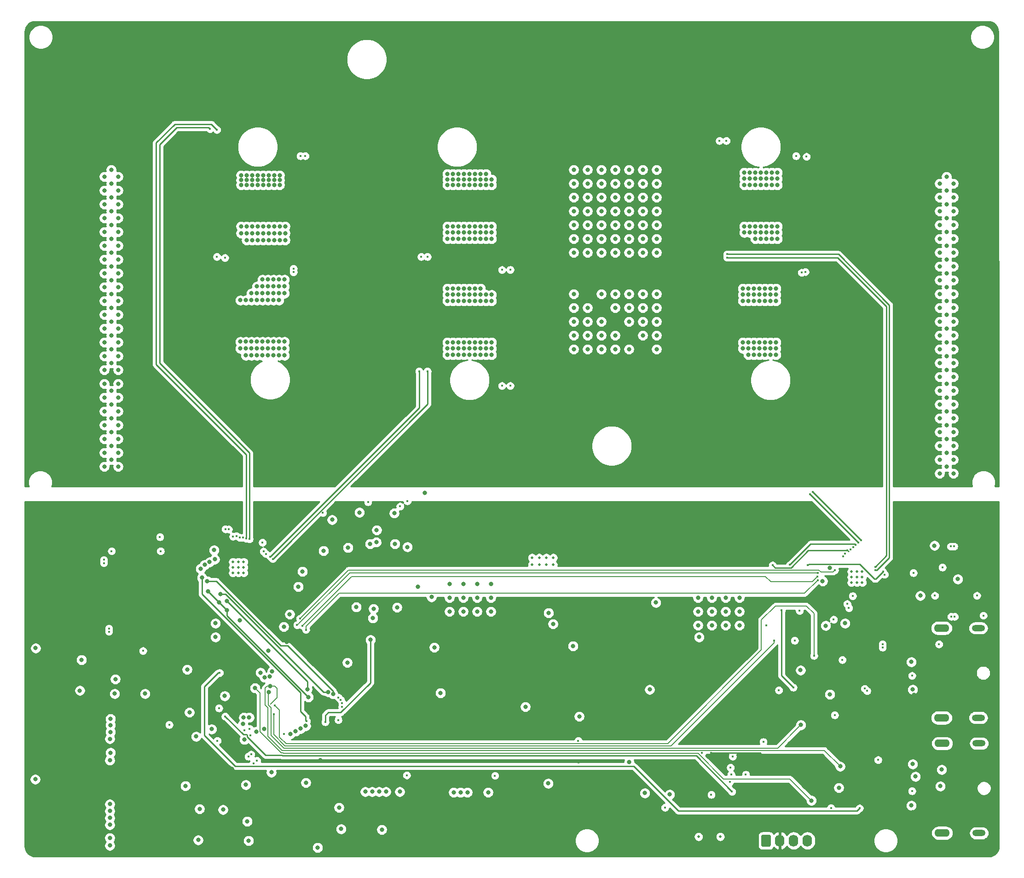
<source format=gbr>
%TF.GenerationSoftware,KiCad,Pcbnew,(5.1.12)-1*%
%TF.CreationDate,2021-12-01T20:01:38-06:00*%
%TF.ProjectId,DRV8350S_Double,44525638-3335-4305-935f-446f75626c65,rev?*%
%TF.SameCoordinates,Original*%
%TF.FileFunction,Copper,L2,Inr*%
%TF.FilePolarity,Positive*%
%FSLAX46Y46*%
G04 Gerber Fmt 4.6, Leading zero omitted, Abs format (unit mm)*
G04 Created by KiCad (PCBNEW (5.1.12)-1) date 2021-12-01 20:01:38*
%MOMM*%
%LPD*%
G01*
G04 APERTURE LIST*
%TA.AperFunction,ComponentPad*%
%ADD10C,0.500000*%
%TD*%
%TA.AperFunction,ComponentPad*%
%ADD11O,2.800000X1.400000*%
%TD*%
%TA.AperFunction,ComponentPad*%
%ADD12O,2.400000X1.200000*%
%TD*%
%TA.AperFunction,ComponentPad*%
%ADD13O,1.740000X2.200000*%
%TD*%
%TA.AperFunction,ViaPad*%
%ADD14C,0.800000*%
%TD*%
%TA.AperFunction,ViaPad*%
%ADD15C,0.400000*%
%TD*%
%TA.AperFunction,Conductor*%
%ADD16C,0.250000*%
%TD*%
%TA.AperFunction,Conductor*%
%ADD17C,0.200000*%
%TD*%
%TA.AperFunction,Conductor*%
%ADD18C,0.254000*%
%TD*%
%TA.AperFunction,Conductor*%
%ADD19C,0.100000*%
%TD*%
G04 APERTURE END LIST*
D10*
%TO.N,GND*%
%TO.C,U1*%
X126955000Y-115861500D03*
X126955000Y-114561500D03*
X128255000Y-115861500D03*
X128255000Y-114561500D03*
X129555000Y-115861500D03*
X129555000Y-114561500D03*
X130855000Y-115861500D03*
X130855000Y-114561500D03*
%TD*%
D11*
%TO.N,GND*%
%TO.C,J9*%
X202389000Y-165217000D03*
D12*
X209169000Y-165217000D03*
D11*
X202389000Y-148717000D03*
D12*
X209169000Y-148717000D03*
%TD*%
D11*
%TO.N,GND*%
%TO.C,J4*%
X202273000Y-144013000D03*
D12*
X209053000Y-144013000D03*
D11*
X202273000Y-127513000D03*
D12*
X209053000Y-127513000D03*
%TD*%
D10*
%TO.N,*%
%TO.C,J1*%
X157575500Y-165904000D03*
X161575500Y-165904000D03*
%TD*%
%TO.N,GND*%
%TO.C,U8*%
X185690000Y-117110000D03*
X186690000Y-117110000D03*
X187690000Y-117110000D03*
X185690000Y-118110000D03*
X186690000Y-118110000D03*
X187690000Y-118110000D03*
X185690000Y-119110000D03*
X186690000Y-119110000D03*
X187690000Y-119110000D03*
%TD*%
%TO.N,GND*%
%TO.C,U7*%
X71898000Y-115332000D03*
X72898000Y-115332000D03*
X73898000Y-115332000D03*
X71898000Y-116332000D03*
X72898000Y-116332000D03*
X73898000Y-116332000D03*
X71898000Y-117332000D03*
X72898000Y-117332000D03*
X73898000Y-117332000D03*
%TD*%
D13*
%TO.N,+12V*%
%TO.C,J3*%
X177609500Y-166624000D03*
%TO.N,+5V*%
X175069500Y-166624000D03*
%TO.N,+3V3*%
X172529500Y-166624000D03*
%TO.N,GND*%
%TA.AperFunction,ComponentPad*%
G36*
G01*
X169119500Y-167474001D02*
X169119500Y-165773999D01*
G75*
G02*
X169369499Y-165524000I249999J0D01*
G01*
X170609501Y-165524000D01*
G75*
G02*
X170859500Y-165773999I0J-249999D01*
G01*
X170859500Y-167474001D01*
G75*
G02*
X170609501Y-167724000I-249999J0D01*
G01*
X169369499Y-167724000D01*
G75*
G02*
X169119500Y-167474001I0J249999D01*
G01*
G37*
%TD.AperFunction*%
%TD*%
D14*
%TO.N,C2*%
X119507000Y-44958000D03*
X119507000Y-45974000D03*
X119507000Y-53594000D03*
%TO.N,A1*%
X119507000Y-67310000D03*
X119507000Y-74930000D03*
%TO.N,C1*%
X80391000Y-77343000D03*
%TO.N,Vin*%
X196850000Y-30480000D03*
X196850000Y-60960000D03*
X196850000Y-73660000D03*
X196850000Y-66040000D03*
X196850000Y-45720000D03*
X196850000Y-40640000D03*
X196850000Y-63500000D03*
X196850000Y-71120000D03*
X196850000Y-38100000D03*
X196850000Y-81280000D03*
X196850000Y-76200000D03*
X196850000Y-48260000D03*
X196850000Y-35560000D03*
X196850000Y-58420000D03*
X196850000Y-83820000D03*
X196850000Y-78740000D03*
X196850000Y-50800000D03*
X196850000Y-53340000D03*
X196850000Y-55880000D03*
X196850000Y-43180000D03*
X196850000Y-68580000D03*
X196850000Y-33020000D03*
X198120000Y-31750000D03*
X198120000Y-62230000D03*
X198120000Y-74930000D03*
X198120000Y-67310000D03*
X198120000Y-46990000D03*
X198120000Y-41910000D03*
X198120000Y-64770000D03*
X198120000Y-72390000D03*
X198120000Y-39370000D03*
X198120000Y-82550000D03*
X198120000Y-77470000D03*
X198120000Y-49530000D03*
X198120000Y-36830000D03*
X198120000Y-59690000D03*
X198120000Y-85090000D03*
X198120000Y-80010000D03*
X198120000Y-52070000D03*
X198120000Y-54610000D03*
X198120000Y-57150000D03*
X198120000Y-44450000D03*
X198120000Y-69850000D03*
X198120000Y-34290000D03*
%TO.N,GND*%
X50800000Y-44450000D03*
X50800000Y-74930000D03*
X50800000Y-87630000D03*
X50800000Y-80010000D03*
X50800000Y-59690000D03*
X50800000Y-54610000D03*
X50800000Y-77470000D03*
X50800000Y-85090000D03*
X50800000Y-52070000D03*
X50800000Y-95250000D03*
X50800000Y-90170000D03*
X50800000Y-62230000D03*
X50800000Y-49530000D03*
X50800000Y-72390000D03*
X50800000Y-97790000D03*
X50800000Y-92710000D03*
X50800000Y-64770000D03*
X50800000Y-67310000D03*
X50800000Y-69850000D03*
X50800000Y-57150000D03*
X50800000Y-82550000D03*
X50800000Y-46990000D03*
X49530000Y-43180000D03*
X49530000Y-73660000D03*
X49530000Y-86360000D03*
X49530000Y-78740000D03*
X49530000Y-58420000D03*
X49530000Y-53340000D03*
X49530000Y-76200000D03*
X49530000Y-83820000D03*
X49530000Y-50800000D03*
X49530000Y-93980000D03*
X49530000Y-88900000D03*
X49530000Y-60960000D03*
X49530000Y-48260000D03*
X49530000Y-71120000D03*
X49530000Y-96520000D03*
X49530000Y-91440000D03*
X49530000Y-63500000D03*
X49530000Y-66040000D03*
X49530000Y-68580000D03*
X49530000Y-55880000D03*
X49530000Y-45720000D03*
X204470000Y-99060000D03*
X204470000Y-96520000D03*
X204470000Y-60960000D03*
X204470000Y-48260000D03*
X204470000Y-53340000D03*
X204470000Y-45720000D03*
X204470000Y-76200000D03*
X204470000Y-66040000D03*
X204470000Y-50800000D03*
X204470000Y-78740000D03*
X204470000Y-73660000D03*
X204470000Y-58420000D03*
X204470000Y-55880000D03*
X204470000Y-91440000D03*
X204470000Y-63500000D03*
X204470000Y-93980000D03*
X204470000Y-88900000D03*
X204470000Y-68580000D03*
X204470000Y-71120000D03*
X204470000Y-83820000D03*
X204470000Y-81280000D03*
X204470000Y-86360000D03*
X201930000Y-99060000D03*
X201930000Y-96520000D03*
X201930000Y-60960000D03*
X201930000Y-48260000D03*
X201930000Y-53340000D03*
X201930000Y-45720000D03*
X201930000Y-76200000D03*
X201930000Y-66040000D03*
X201930000Y-50800000D03*
X201930000Y-78740000D03*
X201930000Y-73660000D03*
X201930000Y-58420000D03*
X201930000Y-55880000D03*
X201930000Y-91440000D03*
X201930000Y-63500000D03*
X201930000Y-93980000D03*
X201930000Y-88900000D03*
X201930000Y-68580000D03*
X201930000Y-71120000D03*
X201930000Y-83820000D03*
X201930000Y-81280000D03*
X201930000Y-86360000D03*
X203200000Y-97790000D03*
X203200000Y-95250000D03*
X203200000Y-59690000D03*
X203200000Y-46990000D03*
X203200000Y-52070000D03*
X203200000Y-44450000D03*
X203200000Y-74930000D03*
X203200000Y-64770000D03*
X203200000Y-49530000D03*
X203200000Y-77470000D03*
X203200000Y-72390000D03*
X203200000Y-57150000D03*
X203200000Y-54610000D03*
X203200000Y-90170000D03*
X203200000Y-62230000D03*
X203200000Y-92710000D03*
X203200000Y-87630000D03*
X203200000Y-67310000D03*
X203200000Y-69850000D03*
X203200000Y-82550000D03*
X203200000Y-80010000D03*
X203200000Y-85090000D03*
X48260000Y-82550000D03*
X48260000Y-62230000D03*
X48260000Y-46990000D03*
X48260000Y-52070000D03*
X48260000Y-77470000D03*
X48260000Y-92710000D03*
X48260000Y-59690000D03*
X48260000Y-54610000D03*
X48260000Y-97790000D03*
X48260000Y-85090000D03*
X48260000Y-49530000D03*
X48260000Y-87630000D03*
X48260000Y-95250000D03*
X48260000Y-90170000D03*
X48260000Y-44450000D03*
X48260000Y-80010000D03*
X48260000Y-72390000D03*
X48260000Y-57150000D03*
X48260000Y-74930000D03*
X48260000Y-67310000D03*
X48260000Y-69850000D03*
X48260000Y-64770000D03*
%TO.N,Vin*%
X36830000Y-69850000D03*
X36830000Y-49530000D03*
X36830000Y-34290000D03*
X36830000Y-39370000D03*
X36830000Y-64770000D03*
X36830000Y-80010000D03*
X36830000Y-46990000D03*
X36830000Y-41910000D03*
X36830000Y-85090000D03*
X36830000Y-26670000D03*
X36830000Y-72390000D03*
X36830000Y-36830000D03*
X36830000Y-74930000D03*
X36830000Y-82550000D03*
X36830000Y-77470000D03*
X36830000Y-31750000D03*
X36830000Y-67310000D03*
X36830000Y-59690000D03*
X36830000Y-44450000D03*
X36830000Y-29210000D03*
X36830000Y-62230000D03*
X36830000Y-54610000D03*
X36830000Y-57150000D03*
X36830000Y-52070000D03*
X34290000Y-69850000D03*
X34290000Y-49530000D03*
X34290000Y-34290000D03*
X34290000Y-39370000D03*
X34290000Y-64770000D03*
X34290000Y-80010000D03*
X34290000Y-46990000D03*
X34290000Y-41910000D03*
X34290000Y-85090000D03*
X34290000Y-26670000D03*
X34290000Y-72390000D03*
X34290000Y-36830000D03*
X34290000Y-74930000D03*
X34290000Y-82550000D03*
X34290000Y-77470000D03*
X34290000Y-31750000D03*
X34290000Y-67310000D03*
X34290000Y-59690000D03*
X34290000Y-44450000D03*
X34290000Y-29210000D03*
X34290000Y-62230000D03*
X34290000Y-54610000D03*
X34290000Y-57150000D03*
X34290000Y-52070000D03*
X190500000Y-82550000D03*
X190500000Y-54610000D03*
X190500000Y-59690000D03*
X190500000Y-49530000D03*
X190500000Y-39370000D03*
X190500000Y-44450000D03*
X190500000Y-62230000D03*
X190500000Y-34290000D03*
X190500000Y-72390000D03*
X190500000Y-29210000D03*
X190500000Y-52070000D03*
X190500000Y-41910000D03*
X190500000Y-57150000D03*
X190500000Y-80010000D03*
X190500000Y-74930000D03*
X190500000Y-69850000D03*
X190500000Y-31750000D03*
X190500000Y-46990000D03*
X190500000Y-26670000D03*
X190500000Y-36830000D03*
X190500000Y-85090000D03*
X190500000Y-77470000D03*
X44450000Y-66040000D03*
X44450000Y-53340000D03*
X44450000Y-58420000D03*
X44450000Y-48260000D03*
X44450000Y-38100000D03*
X44450000Y-43180000D03*
X44450000Y-60960000D03*
X44450000Y-33020000D03*
X44450000Y-71120000D03*
X44450000Y-27940000D03*
X44450000Y-50800000D03*
X44450000Y-40640000D03*
X44450000Y-55880000D03*
X44450000Y-78740000D03*
X44450000Y-73660000D03*
X44450000Y-68580000D03*
X44450000Y-63500000D03*
X44450000Y-30480000D03*
X44450000Y-45720000D03*
X44450000Y-25400000D03*
X44450000Y-35560000D03*
X44450000Y-83820000D03*
X44450000Y-76200000D03*
%TO.N,GND*%
X165100000Y-127000000D03*
X162560000Y-127000000D03*
X160020000Y-127000000D03*
X157480000Y-127000000D03*
X157480000Y-124460000D03*
X160020000Y-124460000D03*
X162560000Y-124460000D03*
X165100000Y-124460000D03*
X165100000Y-121920000D03*
X162560000Y-121920000D03*
X160020000Y-121920000D03*
X157480000Y-121920000D03*
X119380000Y-124460000D03*
X116840000Y-124460000D03*
X114300000Y-124460000D03*
X111760000Y-124460000D03*
X111760000Y-121920000D03*
X114300000Y-121920000D03*
X116840000Y-121920000D03*
X119380000Y-121920000D03*
X119380000Y-119380000D03*
X116840000Y-119380000D03*
X114300000Y-119380000D03*
X111760000Y-119380000D03*
X134493000Y-130810000D03*
X149733000Y-122809000D03*
X110109000Y-139446000D03*
X125730000Y-141986000D03*
X83947000Y-119888000D03*
X73152000Y-126111000D03*
X129921000Y-156083000D03*
X70408257Y-139991000D03*
X198374000Y-121539000D03*
X85344000Y-155956000D03*
X74295000Y-156337000D03*
X35560000Y-155321000D03*
X49276000Y-166116000D03*
X49276000Y-163703000D03*
X49276000Y-162433000D03*
X49276000Y-161163000D03*
X49276000Y-159893000D03*
X49403000Y-150431500D03*
X49276000Y-147891500D03*
X49403000Y-146621500D03*
X49403000Y-145351500D03*
X49403000Y-144208500D03*
X70104000Y-160909000D03*
X65532000Y-166497000D03*
X184531000Y-126619000D03*
X55753000Y-139573000D03*
X102108000Y-123698000D03*
X108458000Y-121793000D03*
X35623500Y-131191000D03*
X44069000Y-133350000D03*
X181737000Y-139700000D03*
X200977500Y-112331500D03*
X183388000Y-156881499D03*
X180975000Y-127063500D03*
X176339500Y-135255000D03*
X104013000Y-112585500D03*
X88582500Y-113284000D03*
X98298000Y-111696500D03*
X129984500Y-124714000D03*
X63500000Y-135128000D03*
X81280000Y-127254000D03*
X92964000Y-133858000D03*
X196723000Y-160147000D03*
X202057000Y-156591000D03*
X202311000Y-153543000D03*
X197485000Y-154813000D03*
X196977000Y-152527000D03*
X196977000Y-138811000D03*
X196723000Y-133731000D03*
D15*
X60198000Y-145288000D03*
D14*
X87503000Y-167894000D03*
X91440000Y-160528000D03*
X96266000Y-157607000D03*
X98806000Y-157607000D03*
X100076000Y-157607000D03*
X102616000Y-157607000D03*
X97536000Y-157607000D03*
X118872000Y-157734000D03*
X112522000Y-157734000D03*
X113792000Y-157734000D03*
X115062000Y-157734000D03*
X99314000Y-164592000D03*
D15*
X159918400Y-158165800D03*
X166268400Y-154457400D03*
X102666800Y-105105200D03*
X190601600Y-151765000D03*
X169494200Y-148437600D03*
X209981800Y-125196600D03*
D14*
X148590000Y-138811000D03*
D15*
X121412000Y-82931000D03*
X121412000Y-61595000D03*
X187452000Y-111379000D03*
X162687000Y-37846000D03*
X170053000Y-127000000D03*
X58483500Y-110744000D03*
X67691000Y-35687000D03*
D14*
X134620000Y-76200000D03*
X134620000Y-73660000D03*
X134620000Y-71120000D03*
X134620000Y-68580000D03*
X134620000Y-66040000D03*
X137160000Y-68580000D03*
X137160000Y-71120000D03*
X137160000Y-73660000D03*
X137160000Y-76200000D03*
X139700000Y-71120000D03*
X139700000Y-73660000D03*
X139700000Y-76200000D03*
X142240000Y-73660000D03*
X142240000Y-76200000D03*
X144780000Y-76200000D03*
X149860000Y-76200000D03*
X149860000Y-73660000D03*
X147320000Y-73660000D03*
X147320000Y-71120000D03*
X149860000Y-71120000D03*
X144780000Y-71120000D03*
X144780000Y-68580000D03*
X142240000Y-68580000D03*
X147320000Y-68580000D03*
X149860000Y-68580000D03*
X149860000Y-66040000D03*
X147320000Y-66040000D03*
X144780000Y-66040000D03*
X142240000Y-66040000D03*
X139700000Y-66040000D03*
X134620000Y-55880000D03*
X137160000Y-55880000D03*
X139700000Y-55880000D03*
X142240000Y-55880000D03*
X144780000Y-55880000D03*
X147320000Y-55880000D03*
X149860000Y-55880000D03*
X149860000Y-53340000D03*
X147320000Y-53340000D03*
X144780000Y-53340000D03*
X142240000Y-53340000D03*
X139700000Y-53340000D03*
X137160000Y-53340000D03*
X134620000Y-53340000D03*
X134620000Y-50800000D03*
X137160000Y-50800000D03*
X139700000Y-50800000D03*
X142240000Y-50800000D03*
X144780000Y-50800000D03*
X147320000Y-50800000D03*
X149860000Y-50800000D03*
X149860000Y-48260000D03*
X147320000Y-48260000D03*
X144780000Y-48260000D03*
X142240000Y-48260000D03*
X139700000Y-48260000D03*
X137160000Y-48260000D03*
X134620000Y-48260000D03*
X134620000Y-45720000D03*
X137160000Y-45720000D03*
X139700000Y-45720000D03*
X142240000Y-45720000D03*
X144780000Y-45720000D03*
X149860000Y-45720000D03*
X147320000Y-45720000D03*
X149860000Y-43180000D03*
X147320000Y-43180000D03*
X144780000Y-43180000D03*
X142240000Y-43180000D03*
X139700000Y-43180000D03*
X137160000Y-43180000D03*
X134620000Y-43180000D03*
X134620000Y-58420000D03*
X137160000Y-58420000D03*
X139700000Y-58420000D03*
X142240000Y-58420000D03*
X144780000Y-58420000D03*
X147320000Y-58420000D03*
X149860000Y-58420000D03*
D15*
X178562000Y-102489000D03*
X158211333Y-150499710D03*
D14*
X74035315Y-148021664D03*
D15*
X181954501Y-160591500D03*
X96761300Y-104317800D03*
X201803000Y-130479800D03*
D14*
X205268410Y-118501282D03*
D15*
X70524027Y-109301964D03*
X70448242Y-59382009D03*
X74945031Y-111127959D03*
X162813378Y-59325644D03*
X190088925Y-116235062D03*
X184144103Y-114307361D03*
X77546753Y-113396877D03*
X88458439Y-106301939D03*
X135446616Y-148256071D03*
D14*
%TO.N,Vin*%
X91313000Y-56134000D03*
X92329000Y-56134000D03*
X94361000Y-56134000D03*
X90297000Y-56134000D03*
X93345000Y-56134000D03*
X186436000Y-43561000D03*
X180340000Y-43561000D03*
X181356000Y-43561000D03*
X184404000Y-43561000D03*
X183388000Y-43561000D03*
X185420000Y-43561000D03*
X182372000Y-43561000D03*
X186436000Y-44831000D03*
X180340000Y-44831000D03*
X181356000Y-44831000D03*
X184404000Y-44831000D03*
X183388000Y-44831000D03*
X185420000Y-44831000D03*
X182372000Y-44831000D03*
X183388000Y-55880000D03*
X186436000Y-55880000D03*
X185420000Y-55880000D03*
X184404000Y-55880000D03*
X181356000Y-54737000D03*
X183388000Y-54737000D03*
X182372000Y-54737000D03*
X186436000Y-54737000D03*
X185420000Y-54737000D03*
X180340000Y-54737000D03*
X184404000Y-54737000D03*
X183007000Y-64897000D03*
X179959000Y-64897000D03*
X180975000Y-64897000D03*
X186055000Y-64897000D03*
X185039000Y-64897000D03*
X181991000Y-64897000D03*
X184023000Y-64897000D03*
X183007000Y-66167000D03*
X179959000Y-66167000D03*
X180975000Y-66167000D03*
X186055000Y-66167000D03*
X185039000Y-66167000D03*
X181991000Y-66167000D03*
X184023000Y-66167000D03*
X183007000Y-77216000D03*
X186055000Y-77216000D03*
X185039000Y-77216000D03*
X184023000Y-77216000D03*
X183007000Y-76073000D03*
X180975000Y-76073000D03*
X179959000Y-76073000D03*
X184023000Y-76073000D03*
X185039000Y-76073000D03*
X186055000Y-76073000D03*
X181991000Y-76073000D03*
X101092000Y-43307000D03*
X102108000Y-43307000D03*
X100076000Y-43307000D03*
X99060000Y-43307000D03*
X98044000Y-43307000D03*
X94361000Y-43434000D03*
X93345000Y-43434000D03*
X92329000Y-43434000D03*
X88265000Y-43434000D03*
X91313000Y-43434000D03*
X90297000Y-43434000D03*
X89281000Y-43434000D03*
X94361000Y-44704000D03*
X93345000Y-44704000D03*
X92329000Y-44704000D03*
X88265000Y-44704000D03*
X91313000Y-44704000D03*
X90297000Y-44704000D03*
X89281000Y-44704000D03*
X104140000Y-44577000D03*
X101092000Y-44577000D03*
X98044000Y-44577000D03*
X100076000Y-44577000D03*
X102108000Y-44577000D03*
X103124000Y-44577000D03*
X99060000Y-44577000D03*
X98044000Y-56007000D03*
X104140000Y-56007000D03*
X101092000Y-56007000D03*
X103124000Y-56007000D03*
X100076000Y-56007000D03*
X99060000Y-56007000D03*
X102108000Y-56007000D03*
X98044000Y-54737000D03*
X104140000Y-54737000D03*
X101092000Y-54737000D03*
X103124000Y-54737000D03*
X100076000Y-54737000D03*
X99060000Y-54737000D03*
X102108000Y-54737000D03*
X93345000Y-54864000D03*
X90297000Y-54864000D03*
X91313000Y-54864000D03*
X92329000Y-54864000D03*
X88265000Y-54864000D03*
X94361000Y-54864000D03*
X89281000Y-54864000D03*
X92607000Y-77296000D03*
X93623000Y-77296000D03*
X91591000Y-77296000D03*
X90575000Y-77296000D03*
X90551000Y-75946000D03*
X88519000Y-75946000D03*
X93599000Y-75946000D03*
X91567000Y-75946000D03*
X89535000Y-75946000D03*
X92583000Y-75946000D03*
X101473000Y-77470000D03*
X103505000Y-77470000D03*
X100457000Y-77470000D03*
X98425000Y-77470000D03*
X99441000Y-77470000D03*
X102489000Y-77470000D03*
X97409000Y-77470000D03*
X101473000Y-76200000D03*
X103505000Y-76200000D03*
X100457000Y-76200000D03*
X98425000Y-76200000D03*
X99441000Y-76200000D03*
X102489000Y-76200000D03*
X97409000Y-76200000D03*
X97409000Y-64770000D03*
X100457000Y-64770000D03*
X99441000Y-64770000D03*
X101473000Y-64770000D03*
X98425000Y-64770000D03*
X97409000Y-66040000D03*
X100457000Y-66040000D03*
X99441000Y-66040000D03*
X101473000Y-66040000D03*
X98425000Y-66040000D03*
X93599000Y-64516000D03*
X92583000Y-64516000D03*
X91567000Y-64516000D03*
X90551000Y-64516000D03*
X89535000Y-64516000D03*
X88519000Y-64516000D03*
X93599000Y-65786000D03*
X92583000Y-65786000D03*
X91567000Y-65786000D03*
X90551000Y-65786000D03*
X89535000Y-65786000D03*
X88519000Y-65786000D03*
X185039000Y-70358000D03*
X181991000Y-71374000D03*
X185039000Y-67310000D03*
X180975000Y-71374000D03*
X179959000Y-74930000D03*
X186055000Y-70358000D03*
X180975000Y-70358000D03*
X183007000Y-71374000D03*
X179959000Y-71374000D03*
X183007000Y-67310000D03*
X186055000Y-67310000D03*
X185039000Y-71374000D03*
X184023000Y-67310000D03*
X184023000Y-71374000D03*
X184023000Y-70358000D03*
X184023000Y-74930000D03*
X179959000Y-70358000D03*
X186055000Y-71374000D03*
X185039000Y-74930000D03*
X181991000Y-67310000D03*
X186055000Y-74930000D03*
X181991000Y-74930000D03*
X181991000Y-70358000D03*
X183007000Y-70358000D03*
X179959000Y-67310000D03*
X183007000Y-74930000D03*
X180975000Y-74930000D03*
X180975000Y-67310000D03*
X182372000Y-45974000D03*
X186436000Y-53594000D03*
X180340000Y-45974000D03*
X183388000Y-53594000D03*
X184404000Y-53594000D03*
X182372000Y-53594000D03*
X182372000Y-49022000D03*
X181356000Y-53594000D03*
X184404000Y-49022000D03*
X183388000Y-45974000D03*
X185420000Y-53594000D03*
X180340000Y-49022000D03*
X185420000Y-50038000D03*
X186436000Y-50038000D03*
X183388000Y-50038000D03*
X180340000Y-50038000D03*
X181356000Y-45974000D03*
X184404000Y-50038000D03*
X183388000Y-49022000D03*
X186436000Y-45974000D03*
X184404000Y-45974000D03*
X180340000Y-53594000D03*
X185420000Y-45974000D03*
X185420000Y-49022000D03*
X182372000Y-50038000D03*
X181356000Y-50038000D03*
X181356000Y-49022000D03*
X186436000Y-49022000D03*
X102108000Y-53467000D03*
X98044000Y-45847000D03*
X104140000Y-53467000D03*
X101092000Y-45847000D03*
X100076000Y-45847000D03*
X102108000Y-45847000D03*
X102108000Y-50419000D03*
X103124000Y-45847000D03*
X100076000Y-50419000D03*
X101092000Y-53467000D03*
X99060000Y-45847000D03*
X104140000Y-50419000D03*
X99060000Y-49403000D03*
X98044000Y-49403000D03*
X101092000Y-49403000D03*
X104140000Y-49403000D03*
X103124000Y-53467000D03*
X100076000Y-49403000D03*
X101092000Y-50419000D03*
X98044000Y-53467000D03*
X100076000Y-53467000D03*
X104140000Y-45847000D03*
X99060000Y-53467000D03*
X99060000Y-50419000D03*
X102108000Y-49403000D03*
X103124000Y-49403000D03*
X103124000Y-50419000D03*
X98044000Y-50419000D03*
X101473000Y-74930000D03*
X97409000Y-67310000D03*
X103505000Y-74930000D03*
X100457000Y-67310000D03*
X99441000Y-67310000D03*
X101473000Y-67310000D03*
X101473000Y-71882000D03*
X102489000Y-67310000D03*
X99441000Y-71882000D03*
X100457000Y-74930000D03*
X98425000Y-67310000D03*
X103505000Y-71882000D03*
X98425000Y-70866000D03*
X100457000Y-70866000D03*
X103505000Y-70866000D03*
X102489000Y-74930000D03*
X99441000Y-70866000D03*
X100457000Y-71882000D03*
X97409000Y-74930000D03*
X99441000Y-74930000D03*
X103505000Y-67310000D03*
X98425000Y-74930000D03*
X98425000Y-71882000D03*
X101473000Y-70866000D03*
X102489000Y-70866000D03*
X102489000Y-71882000D03*
X97409000Y-71882000D03*
X90297000Y-45974000D03*
X94361000Y-53594000D03*
X88265000Y-45974000D03*
X91313000Y-53594000D03*
X92329000Y-53594000D03*
X90297000Y-53594000D03*
X90297000Y-49022000D03*
X89281000Y-53594000D03*
X92329000Y-49022000D03*
X91313000Y-45974000D03*
X93345000Y-53594000D03*
X88265000Y-49022000D03*
X93345000Y-50038000D03*
X94361000Y-50038000D03*
X91313000Y-50038000D03*
X88265000Y-50038000D03*
X89281000Y-45974000D03*
X92329000Y-50038000D03*
X91313000Y-49022000D03*
X94361000Y-45974000D03*
X92329000Y-45974000D03*
X88265000Y-53594000D03*
X93345000Y-45974000D03*
X93345000Y-49022000D03*
X90297000Y-50038000D03*
X89281000Y-50038000D03*
X89281000Y-49022000D03*
X94361000Y-49022000D03*
X93599000Y-74676000D03*
X92583000Y-74676000D03*
X91567000Y-74676000D03*
X90551000Y-74676000D03*
X89535000Y-74676000D03*
X88519000Y-74676000D03*
X88519000Y-71120000D03*
X89535000Y-71120000D03*
X90551000Y-71120000D03*
X91567000Y-71120000D03*
X92583000Y-71120000D03*
X93599000Y-71120000D03*
X93599000Y-70104000D03*
X92583000Y-70104000D03*
X91567000Y-70104000D03*
X90551000Y-70104000D03*
X89535000Y-70104000D03*
X88519000Y-70104000D03*
X88519000Y-67056000D03*
X89535000Y-67056000D03*
X90551000Y-67056000D03*
X91567000Y-67056000D03*
X92583000Y-67056000D03*
X93599000Y-67056000D03*
X97409000Y-70866000D03*
X65278000Y-64516000D03*
X64262000Y-64516000D03*
X63246000Y-64516000D03*
X62230000Y-64516000D03*
X61214000Y-64516000D03*
X65278000Y-78232000D03*
X64262000Y-78232000D03*
X63246000Y-78232000D03*
X62230000Y-78232000D03*
X61214000Y-78232000D03*
X64897000Y-43688000D03*
X63881000Y-43688000D03*
X62865000Y-43688000D03*
X61849000Y-43688000D03*
X60833000Y-43688000D03*
X64897000Y-57404000D03*
X63881000Y-57404000D03*
X62865000Y-57404000D03*
X61849000Y-57404000D03*
X60833000Y-57404000D03*
X126873000Y-78486000D03*
X127889000Y-78486000D03*
X128905000Y-78486000D03*
X129921000Y-78486000D03*
X130937000Y-78486000D03*
X126873000Y-64262000D03*
X127889000Y-64262000D03*
X128905000Y-64262000D03*
X129921000Y-64262000D03*
X130937000Y-64262000D03*
X126492000Y-57531000D03*
X127508000Y-57531000D03*
X128524000Y-57531000D03*
X129540000Y-57531000D03*
X130556000Y-57531000D03*
X126492000Y-43942000D03*
X127508000Y-43942000D03*
X128524000Y-43942000D03*
X129540000Y-43942000D03*
X130556000Y-43942000D03*
X157480000Y-78232000D03*
X156464000Y-78232000D03*
X155448000Y-78232000D03*
X154432000Y-78232000D03*
X153416000Y-78232000D03*
X157480000Y-64008000D03*
X156464000Y-64008000D03*
X155448000Y-64008000D03*
X154432000Y-64008000D03*
X153416000Y-64008000D03*
X157734000Y-57531000D03*
X156718000Y-57531000D03*
X155702000Y-57531000D03*
X154686000Y-57531000D03*
X153670000Y-57531000D03*
X157734000Y-43942000D03*
X156718000Y-43942000D03*
X155702000Y-43942000D03*
X154686000Y-43942000D03*
X153670000Y-43942000D03*
X84709000Y-117094000D03*
D15*
X44577000Y-81153000D03*
X104013000Y-104140000D03*
X197104000Y-117348000D03*
X196850000Y-86360000D03*
D14*
X35560000Y-83820000D03*
X35560000Y-81280000D03*
X35560000Y-78740000D03*
X35560000Y-76200000D03*
X35560000Y-73660000D03*
X35560000Y-71120000D03*
X35560000Y-68580000D03*
X35560000Y-66040000D03*
X35560000Y-63500000D03*
X35560000Y-60960000D03*
X35560000Y-58420000D03*
X35560000Y-55880000D03*
X35560000Y-53340000D03*
X35560000Y-50800000D03*
X35560000Y-48260000D03*
X35560000Y-45720000D03*
X35560000Y-43180000D03*
X35560000Y-40640000D03*
X35560000Y-38100000D03*
X35560000Y-35560000D03*
X35560000Y-33020000D03*
X35560000Y-30480000D03*
X35560000Y-27940000D03*
X35560000Y-25400000D03*
%TO.N,USBGND*%
X152273000Y-158115000D03*
D15*
X151396700Y-160528000D03*
D14*
%TO.N,+3V3*%
X135636000Y-157353000D03*
X135509000Y-154813000D03*
D15*
X135509000Y-152273000D03*
D14*
X63296800Y-152095200D03*
X74422000Y-160909000D03*
X81788000Y-130048000D03*
X100838000Y-123634500D03*
X61283680Y-144292320D03*
X38544500Y-139001500D03*
X177927000Y-155321000D03*
X69118480Y-131668520D03*
X71755000Y-153416000D03*
X89406590Y-135255000D03*
X196977000Y-161417000D03*
X197231000Y-139827000D03*
X81534000Y-164592000D03*
X130810000Y-134620000D03*
D15*
X157073600Y-157353000D03*
X135737600Y-159969200D03*
X123393200Y-156057600D03*
X187655200Y-152831800D03*
X159891115Y-150499710D03*
D14*
X88003550Y-151857969D03*
D15*
X209905600Y-118414800D03*
X206235300Y-112852200D03*
X172300900Y-146215100D03*
X60198000Y-137922000D03*
D14*
%TO.N,NRST*%
X43751500Y-139001500D03*
X105918000Y-119888000D03*
X97218500Y-129667000D03*
D15*
X88900000Y-144780000D03*
X69342000Y-142240000D03*
X74993340Y-146023858D03*
D14*
%TO.N,+12V*%
X108966000Y-131064000D03*
X130810000Y-126746000D03*
X94615000Y-123634500D03*
X157670500Y-129159000D03*
D15*
%TO.N,5V_ISO*%
X55372000Y-131699000D03*
X49585880Y-113339880D03*
D14*
%TO.N,+5V*%
X49276000Y-167513000D03*
X49276000Y-151828500D03*
X74803000Y-166624000D03*
X65786000Y-160782000D03*
X50165000Y-139573000D03*
X50292000Y-136906000D03*
X98361500Y-109474000D03*
X63169800Y-156540200D03*
X91821000Y-164465000D03*
D15*
X58610500Y-113347500D03*
X163576000Y-154457400D03*
D14*
X135636000Y-143764000D03*
D15*
X184023000Y-133350000D03*
X103898700Y-154584400D03*
X120116600Y-154660600D03*
D14*
%TO.N,VDDA*%
X67994227Y-146101767D03*
X63908940Y-143014700D03*
%TO.N,VREF*%
X65151000Y-147447000D03*
X73787000Y-145161000D03*
%TO.N,A1*%
X112395000Y-77216000D03*
X116459000Y-77216000D03*
X113411000Y-77216000D03*
X115443000Y-77216000D03*
X114427000Y-77216000D03*
X117475000Y-77216000D03*
X118491000Y-77216000D03*
X112395000Y-76073000D03*
X116459000Y-76073000D03*
X113411000Y-76073000D03*
X115443000Y-76073000D03*
X114427000Y-76073000D03*
X117475000Y-76073000D03*
X118491000Y-76073000D03*
X112395000Y-65024000D03*
X116459000Y-65024000D03*
X113411000Y-65024000D03*
X115443000Y-65024000D03*
X114427000Y-65024000D03*
X117475000Y-65024000D03*
X112395000Y-66167000D03*
X116459000Y-66167000D03*
X113411000Y-66167000D03*
X115443000Y-66167000D03*
X114427000Y-66167000D03*
X117475000Y-66167000D03*
X118491000Y-66167000D03*
X116459000Y-74930000D03*
X112395000Y-67310000D03*
X118491000Y-74930000D03*
X115443000Y-67310000D03*
X114427000Y-67310000D03*
X116459000Y-67310000D03*
X117475000Y-67310000D03*
X115443000Y-74930000D03*
X113411000Y-67310000D03*
X117475000Y-74930000D03*
X112395000Y-74930000D03*
X114427000Y-74930000D03*
X118491000Y-67310000D03*
X113411000Y-74930000D03*
D15*
X106172000Y-80264000D03*
D14*
X107251500Y-102616000D03*
X111379000Y-77216000D03*
X111379000Y-76073000D03*
X111379000Y-74930000D03*
X111379000Y-67310000D03*
X111379000Y-66167000D03*
X111379000Y-65024000D03*
X119507000Y-77216000D03*
X119507000Y-76073000D03*
X119507000Y-66167000D03*
D15*
X78787384Y-114383369D03*
D14*
%TO.N,A2*%
X166751000Y-77216000D03*
X171831000Y-77216000D03*
X167767000Y-77216000D03*
X169799000Y-77216000D03*
X170815000Y-77216000D03*
X168783000Y-77216000D03*
X169799000Y-76073000D03*
X170815000Y-76073000D03*
X166751000Y-76073000D03*
X165735000Y-76073000D03*
X168783000Y-76073000D03*
X171831000Y-76073000D03*
X167767000Y-76073000D03*
X167767000Y-65024000D03*
X169799000Y-65024000D03*
X165735000Y-65024000D03*
X168783000Y-65024000D03*
X166751000Y-65024000D03*
X170815000Y-65024000D03*
X171831000Y-65024000D03*
X167767000Y-66167000D03*
X169799000Y-66167000D03*
X165735000Y-66167000D03*
X168783000Y-66167000D03*
X166751000Y-66167000D03*
X170815000Y-66167000D03*
X171831000Y-66167000D03*
X170815000Y-74930000D03*
X171831000Y-74930000D03*
X171831000Y-67310000D03*
X167767000Y-67310000D03*
X166751000Y-74930000D03*
X169799000Y-67310000D03*
X169799000Y-74930000D03*
X170815000Y-67310000D03*
X165735000Y-67310000D03*
X165735000Y-74930000D03*
X167767000Y-74930000D03*
X168783000Y-74930000D03*
X168783000Y-67310000D03*
X166751000Y-67310000D03*
D15*
X177673000Y-115951000D03*
X191502210Y-117147991D03*
X177213347Y-61971690D03*
D14*
%TO.N,B1*%
X79502000Y-56134000D03*
X76454000Y-56134000D03*
X75438000Y-56134000D03*
X77470000Y-56134000D03*
X74422000Y-56134000D03*
X78486000Y-56134000D03*
X74422000Y-44196000D03*
X75438000Y-44196000D03*
X73406000Y-44196000D03*
X78486000Y-44196000D03*
X77470000Y-44196000D03*
X76454000Y-44196000D03*
X79502000Y-44196000D03*
X74422000Y-45085000D03*
X75438000Y-45085000D03*
X73406000Y-45085000D03*
X78486000Y-45085000D03*
X77470000Y-45085000D03*
X76454000Y-45085000D03*
X79502000Y-45085000D03*
X74422000Y-45974000D03*
X79502000Y-54864000D03*
X76454000Y-54864000D03*
X75438000Y-54864000D03*
X73406000Y-54864000D03*
X77470000Y-54864000D03*
X74422000Y-54864000D03*
X78486000Y-54864000D03*
X75438000Y-45974000D03*
X79502000Y-53594000D03*
X73406000Y-45974000D03*
X76454000Y-53594000D03*
X77470000Y-53594000D03*
X75438000Y-53594000D03*
X74422000Y-53594000D03*
X76454000Y-45974000D03*
X78486000Y-53594000D03*
X79502000Y-45974000D03*
X77470000Y-45974000D03*
X73406000Y-53594000D03*
X78486000Y-45974000D03*
D15*
X85217000Y-40640000D03*
D14*
X80518000Y-56134000D03*
X81534000Y-56134000D03*
X80518000Y-54864000D03*
X81534000Y-54864000D03*
X81534000Y-53594000D03*
X80518000Y-53594000D03*
X80518000Y-45974000D03*
X80518000Y-45085000D03*
X80518000Y-44196000D03*
D15*
X73772929Y-110871831D03*
D14*
%TO.N,B2*%
X165989000Y-43688000D03*
X167005000Y-43688000D03*
X169037000Y-43688000D03*
X172085000Y-43688000D03*
X168021000Y-43688000D03*
X171069000Y-43688000D03*
X170053000Y-43688000D03*
X165989000Y-44831000D03*
X167005000Y-44831000D03*
X169037000Y-44831000D03*
X172085000Y-44831000D03*
X168021000Y-44831000D03*
X171069000Y-44831000D03*
X170053000Y-44831000D03*
X172085000Y-55880000D03*
X170053000Y-55880000D03*
X168021000Y-55880000D03*
X171069000Y-55880000D03*
X169037000Y-55880000D03*
X171069000Y-54737000D03*
X170053000Y-54737000D03*
X165989000Y-54737000D03*
X172085000Y-54737000D03*
X167005000Y-54737000D03*
X168021000Y-54737000D03*
X169037000Y-54737000D03*
X171069000Y-53594000D03*
X172085000Y-53594000D03*
X172085000Y-45974000D03*
X168021000Y-45974000D03*
X167005000Y-53594000D03*
X170053000Y-45974000D03*
X170053000Y-53594000D03*
X171069000Y-45974000D03*
X165989000Y-45974000D03*
X165989000Y-53594000D03*
X168021000Y-53594000D03*
X169037000Y-53594000D03*
X169037000Y-45974000D03*
X167005000Y-45974000D03*
D15*
X177419000Y-40767000D03*
X174371000Y-115870477D03*
X186468978Y-112235760D03*
D14*
%TO.N,C1*%
X75311000Y-77343000D03*
X77343000Y-77343000D03*
X79375000Y-77343000D03*
X76327000Y-77343000D03*
X74295000Y-77343000D03*
X78359000Y-77343000D03*
X79375000Y-76073000D03*
X76327000Y-76073000D03*
X75311000Y-76073000D03*
X77343000Y-76073000D03*
X74295000Y-76073000D03*
X78359000Y-76073000D03*
X73279000Y-76073000D03*
X76327000Y-64643000D03*
X78359000Y-64643000D03*
X79375000Y-64643000D03*
X77343000Y-64643000D03*
X75311000Y-65913000D03*
X76327000Y-65913000D03*
X78359000Y-65913000D03*
X79375000Y-65913000D03*
X77343000Y-65913000D03*
X75311000Y-67183000D03*
X79375000Y-74803000D03*
X73279000Y-67183000D03*
X76327000Y-74803000D03*
X77343000Y-74803000D03*
X75311000Y-74803000D03*
X74295000Y-74803000D03*
X76327000Y-67183000D03*
X78359000Y-74803000D03*
X74295000Y-67183000D03*
X79375000Y-67183000D03*
X77343000Y-67183000D03*
X73279000Y-74803000D03*
X78359000Y-67183000D03*
X90170000Y-107569000D03*
D15*
X77343000Y-111760000D03*
D14*
X80391000Y-76073000D03*
X80391000Y-74803000D03*
X81407000Y-77343000D03*
X81407000Y-76073000D03*
X81407000Y-74803000D03*
X80391000Y-67183000D03*
X80391000Y-65913000D03*
X80391000Y-64643000D03*
X81407000Y-64643000D03*
X81407000Y-65913000D03*
X81407000Y-63373000D03*
X80391000Y-63373000D03*
X79375000Y-63373000D03*
X78359000Y-63373000D03*
X77343000Y-63373000D03*
D15*
X83057936Y-61392633D03*
X71932800Y-110667800D03*
D14*
%TO.N,C2*%
X118491000Y-43942000D03*
X116459000Y-43942000D03*
X115443000Y-43942000D03*
X114427000Y-43942000D03*
X113411000Y-43942000D03*
X112395000Y-43942000D03*
X117475000Y-43942000D03*
X118491000Y-44958000D03*
X116459000Y-44958000D03*
X115443000Y-44958000D03*
X114427000Y-44958000D03*
X113411000Y-44958000D03*
X112395000Y-44958000D03*
X117475000Y-44958000D03*
X118491000Y-55880000D03*
X116459000Y-55880000D03*
X115443000Y-55880000D03*
X114427000Y-55880000D03*
X113411000Y-55880000D03*
X112395000Y-55880000D03*
X117475000Y-55880000D03*
X118491000Y-54737000D03*
X116459000Y-54737000D03*
X115443000Y-54737000D03*
X114427000Y-54737000D03*
X113411000Y-54737000D03*
X112395000Y-54737000D03*
X117475000Y-54737000D03*
X113411000Y-45974000D03*
X112395000Y-45974000D03*
X112395000Y-53594000D03*
X116459000Y-53594000D03*
X117475000Y-45974000D03*
X114427000Y-53594000D03*
X114427000Y-45974000D03*
X113411000Y-53594000D03*
X118491000Y-53594000D03*
X118491000Y-45974000D03*
X116459000Y-45974000D03*
X115443000Y-45974000D03*
X115443000Y-53594000D03*
X117475000Y-53594000D03*
D15*
X171196000Y-115951000D03*
X106553000Y-59182000D03*
D14*
X111379000Y-55880000D03*
X111379000Y-54737000D03*
X111379000Y-53594000D03*
X111379000Y-45974000D03*
X111379000Y-44958000D03*
X111379000Y-43942000D03*
X119507000Y-55880000D03*
X119507000Y-54737000D03*
D15*
X184966001Y-113211001D03*
D14*
%TO.N,C_DIVIDER_1*%
X97155000Y-112014000D03*
D15*
%TO.N,B_DIVIDER_2*%
X175260000Y-129794000D03*
X176149000Y-124333000D03*
%TO.N,C_DIVIDER_2*%
X172847000Y-124206000D03*
X175006000Y-138430000D03*
%TO.N,PC13*%
X91295990Y-144416010D03*
X69037200Y-148234400D03*
D14*
%TO.N,SWDIO*%
X97790000Y-123952000D03*
X97663000Y-125666500D03*
D15*
%TO.N,GLA1*%
X122936000Y-82931000D03*
X77963281Y-113846888D03*
%TO.N,GLA2*%
X162814064Y-58725633D03*
X190099000Y-116834990D03*
%TO.N,GHA1*%
X107696000Y-80264000D03*
X79235300Y-114782600D03*
%TO.N,GHA2*%
X176547010Y-62103000D03*
X191810334Y-117662844D03*
%TO.N,GLB1*%
X74356291Y-111012199D03*
X68961000Y-35814000D03*
%TO.N,GLB2*%
X161417000Y-37846000D03*
X186944000Y-111760000D03*
X178054000Y-102870000D03*
%TO.N,GHB1*%
X84328000Y-40640000D03*
X73173010Y-110861286D03*
%TO.N,GHB2*%
X175514000Y-40640000D03*
X186039932Y-112655204D03*
%TO.N,GLC1*%
X68961000Y-59182000D03*
X71123338Y-109330962D03*
%TO.N,GLC2*%
X122933677Y-61577990D03*
X184479121Y-113809589D03*
%TO.N,GHC2*%
X185547000Y-113030000D03*
X107696000Y-59182000D03*
D14*
%TO.N,DRV2_EN*%
X78422500Y-131699000D03*
X180403500Y-118872000D03*
%TO.N,~Fault2*%
X82359500Y-124968000D03*
X181737000Y-116468509D03*
D15*
%TO.N,SPI3_MOSI*%
X179482588Y-117320499D03*
X83708999Y-126936500D03*
%TO.N,SPI3_MISO*%
X182626000Y-116860000D03*
X84228446Y-125757446D03*
%TO.N,SPI3_SCK*%
X179460948Y-118027945D03*
X84709000Y-127063500D03*
%TO.N,SPI3_nSS*%
X179514500Y-118681500D03*
X85344000Y-127825500D03*
D14*
%TO.N,PWM_C1*%
X70802500Y-122555000D03*
X85598000Y-138747500D03*
%TO.N,PWM_B1*%
X69623097Y-121257903D03*
X89408000Y-139255500D03*
%TO.N,PWM_A1*%
X67183000Y-118872000D03*
X90327147Y-139649420D03*
%TO.N,INV1_EN*%
X67310000Y-120713500D03*
X69342000Y-122809000D03*
X70802500Y-124206000D03*
X85788500Y-140208000D03*
D15*
%TO.N,PWM_C2*%
X91313000Y-140271500D03*
X185928000Y-121602500D03*
%TO.N,PWM_B2*%
X91737265Y-140695765D03*
X184912000Y-123063000D03*
%TO.N,PWM_A2*%
X92011500Y-141287500D03*
X182425732Y-125930268D03*
%TO.N,INV2_EN*%
X91984054Y-142022054D03*
X185229500Y-123825000D03*
D14*
%TO.N,DRV1_EN*%
X66230500Y-118237000D03*
D15*
X85471000Y-144653000D03*
D14*
%TO.N,~Fault1*%
X85318808Y-145507000D03*
X68453000Y-113157000D03*
%TO.N,SPI2_MOSI*%
X84375826Y-146007000D03*
X67623234Y-115357000D03*
%TO.N,SPI2_MISO*%
X83420888Y-146507000D03*
X68580000Y-114857000D03*
%TO.N,SPI2_SCK*%
X82454738Y-147007000D03*
X66729078Y-115861000D03*
D15*
%TO.N,SPI2_nSS*%
X81280000Y-147002500D03*
D14*
X65976500Y-116586000D03*
D15*
%TO.N,SPI6_MOSI_-*%
X204668400Y-125387100D03*
X204579500Y-112483900D03*
%TO.N,SPI6_MOSI_+*%
X204068400Y-125387100D03*
X203979500Y-112483900D03*
%TO.N,SPI6_MISO_-*%
X191427100Y-131063000D03*
X188141567Y-138649667D03*
%TO.N,SPI6_MISO_+*%
X191427100Y-130463000D03*
X188565833Y-139073933D03*
D14*
%TO.N,PHASE_C_1_AMP_OUT*%
X93091000Y-112712500D03*
X77724000Y-136588500D03*
X77648810Y-146098954D03*
%TO.N,PHASE_B_1_AMP_OUT*%
X95186500Y-106235500D03*
X76972499Y-135699500D03*
X76203189Y-146573253D03*
%TO.N,PHASE_A_1_AMP_OUT*%
X101600000Y-106362500D03*
X74897358Y-143957000D03*
D15*
%TO.N,SPI6_MOSI*%
X202438000Y-116332000D03*
X76327000Y-151892000D03*
%TO.N,SPI6_MISO*%
X75692000Y-152400000D03*
X182626000Y-143510000D03*
%TO.N,SPI6_SCK*%
X201041000Y-121539000D03*
X75256010Y-150749000D03*
%TO.N,SPI6_nSS*%
X208788000Y-121539000D03*
X74756010Y-151136524D03*
%TO.N,PHASE_C_2_AMP_OUT*%
X172339000Y-138938000D03*
X75087186Y-147271618D03*
D14*
%TO.N,DC_AMP_OUT*%
X101727000Y-112014000D03*
X73897345Y-143957000D03*
D15*
%TO.N,PHASE_B_2_AMP_OUT*%
X171450000Y-129794000D03*
X79438500Y-143332200D03*
%TO.N,PHASE_A_2_AMP_OUT*%
X178816000Y-132588000D03*
X79629000Y-141732000D03*
D14*
%TO.N,SPI4_MOSI*%
X75984100Y-138531600D03*
X178333400Y-159232600D03*
%TO.N,SPI4_MISO*%
X78536800Y-139280900D03*
X176390300Y-145326100D03*
%TO.N,SPI4_nSS*%
X78752700Y-138214100D03*
X183642000Y-152958800D03*
D15*
%TO.N,SPI4_SCK*%
X187198000Y-160655000D03*
X69465903Y-135741191D03*
D14*
%TO.N,Net-(JP1-Pad2)*%
X147701000Y-157861000D03*
X144795920Y-152199991D03*
%TO.N,DFSDM1_CKIN1*%
X74549000Y-163068000D03*
X78981000Y-154051000D03*
%TO.N,CAN1_TX*%
X79139943Y-135483870D03*
X68707000Y-126619000D03*
%TO.N,CAN1_RX*%
X78705702Y-136398068D03*
X68707000Y-129159000D03*
D15*
%TO.N,CAN_IN+*%
X49098200Y-128165320D03*
X48171100Y-114944880D03*
%TO.N,CAN_IN-*%
X49098200Y-127565320D03*
X48171100Y-115544880D03*
%TO.N,TEMP_2*%
X163322000Y-155829000D03*
X196850000Y-157480000D03*
%TO.N,TEMP_1*%
X196850000Y-136271000D03*
X163449000Y-153162000D03*
%TO.N,TEMP_1_OUT*%
X74041000Y-146304000D03*
X163844042Y-151141358D03*
%TO.N,TEMP_2_OUT*%
X163728400Y-157607000D03*
X70485000Y-143764000D03*
%TO.N,GHC1*%
X83058622Y-61992644D03*
X72562321Y-110560550D03*
%TD*%
D16*
%TO.N,GND*%
X179324000Y-103251000D02*
X178562000Y-102489000D01*
X187452000Y-111379000D02*
X179324000Y-103251000D01*
X192151000Y-114172987D02*
X190088925Y-116235062D01*
X192151000Y-68326000D02*
X192151000Y-114172987D01*
X183150644Y-59325644D02*
X192151000Y-68326000D01*
X162813378Y-59325644D02*
X183150644Y-59325644D01*
X67437000Y-35433000D02*
X67691000Y-35687000D01*
X58407300Y-38569900D02*
X61544200Y-35433000D01*
X61544200Y-35433000D02*
X67437000Y-35433000D01*
X58407300Y-78765400D02*
X58407300Y-38569900D01*
X74945031Y-95303131D02*
X58407300Y-78765400D01*
X74945031Y-111127959D02*
X74945031Y-95303131D01*
%TO.N,+3V3*%
X81788000Y-130048000D02*
X81788000Y-129286000D01*
X160173957Y-150499710D02*
X159891115Y-150499710D01*
X169291000Y-150876000D02*
X168914710Y-150499710D01*
X168914710Y-150499710D02*
X160173957Y-150499710D01*
%TO.N,NRST*%
X88900000Y-143580007D02*
X88900000Y-144780000D01*
X89440999Y-143039008D02*
X88900000Y-143580007D01*
X91744102Y-143039008D02*
X89440999Y-143039008D01*
X97218500Y-137564610D02*
X91744102Y-143039008D01*
X97218500Y-129667000D02*
X97218500Y-137564610D01*
%TO.N,A1*%
X106172000Y-80264000D02*
X106172000Y-86998753D01*
X106172000Y-86998753D02*
X78787384Y-114383369D01*
%TO.N,A2*%
X177673000Y-115951000D02*
X177880501Y-115743499D01*
X177880501Y-115743499D02*
X187219327Y-115743499D01*
X190159201Y-118491000D02*
X191502210Y-117147991D01*
X187219327Y-115743499D02*
X189966828Y-118491000D01*
X189966828Y-118491000D02*
X190159201Y-118491000D01*
%TO.N,B2*%
X186268979Y-112035761D02*
X178205716Y-112035761D01*
X178205716Y-112035761D02*
X174371000Y-115870477D01*
X186468978Y-112235760D02*
X186268979Y-112035761D01*
%TO.N,C1*%
X90143994Y-107542994D02*
X90170000Y-107569000D01*
%TO.N,C2*%
X177779961Y-113211001D02*
X184966001Y-113211001D01*
X184966001Y-113211001D02*
X185166000Y-113411000D01*
X171196000Y-115951000D02*
X171640487Y-116395487D01*
X174595475Y-116395487D02*
X177779961Y-113211001D01*
X171640487Y-116395487D02*
X174595475Y-116395487D01*
%TO.N,C_DIVIDER_2*%
X172847000Y-124206000D02*
X172847000Y-131826000D01*
X172847000Y-136271000D02*
X175006000Y-138430000D01*
X172847000Y-131826000D02*
X172847000Y-136271000D01*
%TO.N,GLA2*%
X162814064Y-58725633D02*
X183312633Y-58725633D01*
X192659000Y-114557832D02*
X190381842Y-116834990D01*
X190381842Y-116834990D02*
X190099000Y-116834990D01*
X192659000Y-68072000D02*
X192659000Y-114557832D01*
X183312633Y-58725633D02*
X192659000Y-68072000D01*
%TO.N,GHA1*%
X107696000Y-85674200D02*
X107696000Y-86131400D01*
X107696000Y-80264000D02*
X107696000Y-85674200D01*
X107696000Y-85674200D02*
X107696000Y-86027541D01*
X107696000Y-86321900D02*
X107696000Y-86027541D01*
X79235300Y-114782600D02*
X107696000Y-86321900D01*
%TO.N,GLB1*%
X57785000Y-78994000D02*
X74356291Y-95565291D01*
X68961000Y-35814000D02*
X67945000Y-34798000D01*
X61214000Y-34798000D02*
X57785000Y-38227000D01*
X57785000Y-38227000D02*
X57785000Y-78994000D01*
X74356291Y-95565291D02*
X74356291Y-111012199D01*
X67945000Y-34798000D02*
X61214000Y-34798000D01*
%TO.N,GLB2*%
X186944000Y-111760000D02*
X178054000Y-102870000D01*
D17*
%TO.N,SPI3_MOSI*%
X179482588Y-117320499D02*
X93372501Y-117320499D01*
X93372501Y-117320499D02*
X84042250Y-126650750D01*
X84042250Y-126650750D02*
X83820000Y-126873000D01*
X83772499Y-126873000D02*
X83708999Y-126936500D01*
X83820000Y-126873000D02*
X83772499Y-126873000D01*
%TO.N,SPI3_MISO*%
X179722589Y-116820498D02*
X93165394Y-116820498D01*
X93165394Y-116820498D02*
X84228446Y-125757446D01*
X182626000Y-116860000D02*
X182317490Y-117168510D01*
X182317490Y-117168510D02*
X180070601Y-117168510D01*
X180070601Y-117168510D02*
X179722589Y-116820498D01*
%TO.N,SPI3_SCK*%
X169887443Y-118027945D02*
X93744555Y-118027945D01*
X170859999Y-119000501D02*
X169887443Y-118027945D01*
X93744555Y-118027945D02*
X84709000Y-127063500D01*
X178488392Y-119000501D02*
X170859999Y-119000501D01*
X179460948Y-118027945D02*
X178488392Y-119000501D01*
%TO.N,SPI3_nSS*%
X177103001Y-121092999D02*
X91441501Y-121092999D01*
X179514500Y-118681500D02*
X177103001Y-121092999D01*
X85344000Y-127190500D02*
X85344000Y-127825500D01*
X91441501Y-121092999D02*
X85344000Y-127190500D01*
D16*
%TO.N,PWM_C1*%
X85598000Y-137350500D02*
X85598000Y-138747500D01*
X70802500Y-122555000D02*
X85598000Y-137350500D01*
%TO.N,PWM_B1*%
X70578405Y-121257903D02*
X69623097Y-121257903D01*
X88576002Y-139255500D02*
X70578405Y-121257903D01*
X89408000Y-139255500D02*
X88576002Y-139255500D01*
%TO.N,PWM_A1*%
X68828912Y-118872000D02*
X67183000Y-118872000D01*
X80729913Y-130773001D02*
X68828912Y-118872000D01*
X82016413Y-130773001D02*
X80729913Y-130773001D01*
X90327147Y-139083735D02*
X82016413Y-130773001D01*
X90327147Y-139649420D02*
X90327147Y-139083735D01*
%TO.N,INV1_EN*%
X69342000Y-122745500D02*
X69342000Y-122809000D01*
X67310000Y-120713500D02*
X69342000Y-122745500D01*
X69405500Y-122809000D02*
X70802500Y-124206000D01*
X69342000Y-122809000D02*
X69405500Y-122809000D01*
X70802500Y-125222000D02*
X85788500Y-140208000D01*
X70802500Y-124206000D02*
X70802500Y-125222000D01*
%TO.N,DRV1_EN*%
X84359045Y-139414955D02*
X84359045Y-142832280D01*
X66230500Y-121286410D02*
X84359045Y-139414955D01*
X66230500Y-118237000D02*
X66230500Y-121286410D01*
X84359045Y-142832280D02*
X85317383Y-143790617D01*
X85317383Y-144499383D02*
X85471000Y-144653000D01*
X85317383Y-143790617D02*
X85317383Y-144499383D01*
D17*
%TO.N,PHASE_B_2_AMP_OUT*%
X171450000Y-130225800D02*
X171450000Y-129794000D01*
X152519709Y-149156091D02*
X171450000Y-130225800D01*
X81503191Y-149156091D02*
X152519709Y-149156091D01*
X79463900Y-147116800D02*
X81503191Y-149156091D01*
X79438500Y-147116800D02*
X79463900Y-147116800D01*
X79438500Y-143332200D02*
X79438500Y-147116800D01*
%TO.N,PHASE_A_2_AMP_OUT*%
X79702392Y-141732000D02*
X79629000Y-141732000D01*
X79629000Y-141732000D02*
X79705200Y-141732000D01*
X81732001Y-148756081D02*
X81691307Y-148756081D01*
X80484601Y-142587601D02*
X79629000Y-141732000D01*
X81691307Y-148756081D02*
X80484601Y-147549375D01*
X80484601Y-147549375D02*
X80484601Y-142587601D01*
X178816000Y-132305158D02*
X178816000Y-132588000D01*
X178816000Y-124841000D02*
X178816000Y-132305158D01*
X177419000Y-123444000D02*
X178816000Y-124841000D01*
X169130059Y-126017941D02*
X171704000Y-123444000D01*
X81691307Y-148756081D02*
X151886865Y-148756081D01*
X169130059Y-131512887D02*
X169130059Y-126017941D01*
X171704000Y-123444000D02*
X177419000Y-123444000D01*
X151886865Y-148756081D02*
X169130059Y-131512887D01*
%TO.N,SPI4_MOSI*%
X80821590Y-150450990D02*
X81100990Y-150450990D01*
X174383700Y-155282900D02*
X178333400Y-159232600D01*
X81240133Y-150590133D02*
X157486233Y-150590133D01*
X75984100Y-138531600D02*
X76903190Y-139450690D01*
X162179000Y-155282900D02*
X174383700Y-155282900D01*
X157486233Y-150590133D02*
X162179000Y-155282900D01*
X81100990Y-150450990D02*
X81240133Y-150590133D01*
X76903190Y-146532590D02*
X80821590Y-150450990D01*
X76903190Y-139450690D02*
X76903190Y-146532590D01*
%TO.N,SPI4_MISO*%
X78938499Y-142165996D02*
X78938499Y-147207899D01*
X172116789Y-149599611D02*
X175990301Y-145726099D01*
X78454292Y-139363408D02*
X78454292Y-141681789D01*
X78454292Y-141681789D02*
X78938499Y-142165996D01*
X78938499Y-147207899D02*
X81330211Y-149599611D01*
X175990301Y-145726099D02*
X176390300Y-145326100D01*
X81330211Y-149599611D02*
X172116789Y-149599611D01*
X78536800Y-139280900D02*
X78454292Y-139363408D01*
%TO.N,SPI4_nSS*%
X78752700Y-138214100D02*
X79654400Y-138214100D01*
X79654400Y-138214100D02*
X80073500Y-138633200D01*
X80073500Y-138633200D02*
X80073500Y-140296900D01*
X80073500Y-140296900D02*
X78854300Y-141516100D01*
X77836799Y-138564316D02*
X78187015Y-138214100D01*
X78348811Y-147412511D02*
X78348811Y-142142008D01*
X180682900Y-149999700D02*
X102007500Y-149999700D01*
X183642000Y-152958800D02*
X180682900Y-149999700D01*
X77836799Y-141629996D02*
X77836799Y-138564316D01*
X78187015Y-138214100D02*
X78752700Y-138214100D01*
X102007500Y-149999700D02*
X101956778Y-150050422D01*
X101956778Y-150050422D02*
X80986722Y-150050422D01*
X80986722Y-150050422D02*
X78348811Y-147412511D01*
X78348811Y-142142008D02*
X77836799Y-141629996D01*
D16*
%TO.N,SPI4_SCK*%
X186709498Y-161143502D02*
X187198000Y-160655000D01*
X153853464Y-161143502D02*
X186709498Y-161143502D01*
X145783300Y-153047700D02*
X153853464Y-161143502D01*
X145660601Y-152925001D02*
X145783300Y-153047700D01*
X72347639Y-152925001D02*
X145660601Y-152925001D01*
X66675000Y-147252362D02*
X72347639Y-152925001D01*
X66675000Y-138249252D02*
X66675000Y-147252362D01*
X69183061Y-135741191D02*
X66675000Y-138249252D01*
X69465903Y-135741191D02*
X69183061Y-135741191D01*
%TO.N,TEMP_2_OUT*%
X74562185Y-147206769D02*
X74463075Y-147107659D01*
X81064088Y-151015144D02*
X80924945Y-150876001D01*
X80924945Y-150876001D02*
X77914566Y-150876000D01*
X157136544Y-151015144D02*
X81064088Y-151015144D01*
X74463075Y-147107659D02*
X73828659Y-147107659D01*
X163728400Y-157607000D02*
X157136544Y-151015144D01*
X74562185Y-147523619D02*
X74562185Y-147206769D01*
X77914566Y-150876000D02*
X74562185Y-147523619D01*
X73828659Y-147107659D02*
X70485000Y-143764000D01*
%TD*%
D18*
%TO.N,+3V3*%
X73596292Y-110055608D02*
X73529369Y-110068920D01*
X73485699Y-110087009D01*
X73416570Y-110058375D01*
X73255250Y-110026286D01*
X73208925Y-110026286D01*
X73094602Y-109911963D01*
X72957842Y-109820583D01*
X72805881Y-109757639D01*
X72644561Y-109725550D01*
X72480081Y-109725550D01*
X72318761Y-109757639D01*
X72166800Y-109820583D01*
X72117896Y-109853260D01*
X72015040Y-109832800D01*
X71850560Y-109832800D01*
X71783331Y-109846173D01*
X71863305Y-109726483D01*
X71926249Y-109574522D01*
X71958338Y-109413202D01*
X71958338Y-109248722D01*
X71926249Y-109087402D01*
X71863305Y-108935441D01*
X71771925Y-108798681D01*
X71655619Y-108682375D01*
X71518859Y-108590995D01*
X71366898Y-108528051D01*
X71205578Y-108495962D01*
X71041098Y-108495962D01*
X70879778Y-108528051D01*
X70858686Y-108536787D01*
X70767587Y-108499053D01*
X70606267Y-108466964D01*
X70441787Y-108466964D01*
X70280467Y-108499053D01*
X70128506Y-108561997D01*
X69991746Y-108653377D01*
X69875440Y-108769683D01*
X69784060Y-108906443D01*
X69721116Y-109058404D01*
X69689027Y-109219724D01*
X69689027Y-109384204D01*
X69721116Y-109545524D01*
X69784060Y-109697485D01*
X69875440Y-109834245D01*
X69991746Y-109950551D01*
X70128506Y-110041931D01*
X70280467Y-110104875D01*
X70441787Y-110136964D01*
X70606267Y-110136964D01*
X70767587Y-110104875D01*
X70788679Y-110096139D01*
X70879778Y-110133873D01*
X71041098Y-110165962D01*
X71205578Y-110165962D01*
X71272807Y-110152589D01*
X71192833Y-110272279D01*
X71129889Y-110424240D01*
X71097800Y-110585560D01*
X71097800Y-110750040D01*
X71129889Y-110911360D01*
X71192833Y-111063321D01*
X71284213Y-111200081D01*
X71400519Y-111316387D01*
X71537279Y-111407767D01*
X71689240Y-111470711D01*
X71850560Y-111502800D01*
X72015040Y-111502800D01*
X72176360Y-111470711D01*
X72328321Y-111407767D01*
X72377225Y-111375090D01*
X72480081Y-111395550D01*
X72526406Y-111395550D01*
X72640729Y-111509873D01*
X72777489Y-111601253D01*
X72929450Y-111664197D01*
X73090770Y-111696286D01*
X73255250Y-111696286D01*
X73416570Y-111664197D01*
X73460240Y-111646108D01*
X73529369Y-111674742D01*
X73690689Y-111706831D01*
X73855169Y-111706831D01*
X73884261Y-111701044D01*
X73960770Y-111752166D01*
X74112731Y-111815110D01*
X74274051Y-111847199D01*
X74438531Y-111847199D01*
X74500147Y-111834943D01*
X74549510Y-111867926D01*
X74701471Y-111930870D01*
X74862791Y-111962959D01*
X75027271Y-111962959D01*
X75188591Y-111930870D01*
X75340552Y-111867926D01*
X75477312Y-111776546D01*
X75593618Y-111660240D01*
X75684998Y-111523480D01*
X75747942Y-111371519D01*
X75780031Y-111210199D01*
X75780031Y-111045719D01*
X75747942Y-110884399D01*
X75705031Y-110780802D01*
X75705031Y-104267000D01*
X87828952Y-104267000D01*
X78679751Y-113416201D01*
X78611868Y-113314607D01*
X78495562Y-113198301D01*
X78358802Y-113106921D01*
X78324574Y-113092743D01*
X78286720Y-113001356D01*
X78195340Y-112864596D01*
X78079034Y-112748290D01*
X77942274Y-112656910D01*
X77790313Y-112593966D01*
X77628993Y-112561877D01*
X77589056Y-112561877D01*
X77738521Y-112499967D01*
X77875281Y-112408587D01*
X77991587Y-112292281D01*
X78082967Y-112155521D01*
X78145911Y-112003560D01*
X78178000Y-111842240D01*
X78178000Y-111677760D01*
X78145911Y-111516440D01*
X78082967Y-111364479D01*
X77991587Y-111227719D01*
X77875281Y-111111413D01*
X77738521Y-111020033D01*
X77586560Y-110957089D01*
X77425240Y-110925000D01*
X77260760Y-110925000D01*
X77099440Y-110957089D01*
X76947479Y-111020033D01*
X76810719Y-111111413D01*
X76694413Y-111227719D01*
X76603033Y-111364479D01*
X76540089Y-111516440D01*
X76508000Y-111677760D01*
X76508000Y-111842240D01*
X76540089Y-112003560D01*
X76603033Y-112155521D01*
X76694413Y-112292281D01*
X76810719Y-112408587D01*
X76947479Y-112499967D01*
X77099440Y-112562911D01*
X77260760Y-112595000D01*
X77300697Y-112595000D01*
X77151232Y-112656910D01*
X77014472Y-112748290D01*
X76898166Y-112864596D01*
X76806786Y-113001356D01*
X76743842Y-113153317D01*
X76711753Y-113314637D01*
X76711753Y-113479117D01*
X76743842Y-113640437D01*
X76806786Y-113792398D01*
X76898166Y-113929158D01*
X77014472Y-114045464D01*
X77151232Y-114136844D01*
X77185460Y-114151022D01*
X77223314Y-114242409D01*
X77314694Y-114379169D01*
X77431000Y-114495475D01*
X77567760Y-114586855D01*
X77719721Y-114649799D01*
X77881041Y-114681888D01*
X78007238Y-114681888D01*
X78047417Y-114778890D01*
X78138797Y-114915650D01*
X78255103Y-115031956D01*
X78391863Y-115123336D01*
X78489370Y-115163724D01*
X78495333Y-115178121D01*
X78586713Y-115314881D01*
X78703019Y-115431187D01*
X78839779Y-115522567D01*
X78991740Y-115585511D01*
X79153060Y-115617600D01*
X79317540Y-115617600D01*
X79478860Y-115585511D01*
X79630821Y-115522567D01*
X79767581Y-115431187D01*
X79883887Y-115314881D01*
X79975267Y-115178121D01*
X80018179Y-115074522D01*
X81910640Y-113182061D01*
X87547500Y-113182061D01*
X87547500Y-113385939D01*
X87587274Y-113585898D01*
X87665295Y-113774256D01*
X87778563Y-113943774D01*
X87922726Y-114087937D01*
X88092244Y-114201205D01*
X88280602Y-114279226D01*
X88480561Y-114319000D01*
X88684439Y-114319000D01*
X88884398Y-114279226D01*
X89072756Y-114201205D01*
X89242274Y-114087937D01*
X89386437Y-113943774D01*
X89499705Y-113774256D01*
X89577726Y-113585898D01*
X89617500Y-113385939D01*
X89617500Y-113182061D01*
X89577726Y-112982102D01*
X89499705Y-112793744D01*
X89386437Y-112624226D01*
X89372772Y-112610561D01*
X92056000Y-112610561D01*
X92056000Y-112814439D01*
X92095774Y-113014398D01*
X92173795Y-113202756D01*
X92287063Y-113372274D01*
X92431226Y-113516437D01*
X92600744Y-113629705D01*
X92789102Y-113707726D01*
X92989061Y-113747500D01*
X93192939Y-113747500D01*
X93392898Y-113707726D01*
X93581256Y-113629705D01*
X93750774Y-113516437D01*
X93894937Y-113372274D01*
X94008205Y-113202756D01*
X94086226Y-113014398D01*
X94126000Y-112814439D01*
X94126000Y-112610561D01*
X94086226Y-112410602D01*
X94008205Y-112222244D01*
X93894937Y-112052726D01*
X93754272Y-111912061D01*
X96120000Y-111912061D01*
X96120000Y-112115939D01*
X96159774Y-112315898D01*
X96237795Y-112504256D01*
X96351063Y-112673774D01*
X96495226Y-112817937D01*
X96664744Y-112931205D01*
X96853102Y-113009226D01*
X97053061Y-113049000D01*
X97256939Y-113049000D01*
X97456898Y-113009226D01*
X97645256Y-112931205D01*
X97814774Y-112817937D01*
X97957128Y-112675583D01*
X97996102Y-112691726D01*
X98196061Y-112731500D01*
X98399939Y-112731500D01*
X98599898Y-112691726D01*
X98788256Y-112613705D01*
X98957774Y-112500437D01*
X99101937Y-112356274D01*
X99215205Y-112186756D01*
X99293226Y-111998398D01*
X99310399Y-111912061D01*
X100692000Y-111912061D01*
X100692000Y-112115939D01*
X100731774Y-112315898D01*
X100809795Y-112504256D01*
X100923063Y-112673774D01*
X101067226Y-112817937D01*
X101236744Y-112931205D01*
X101425102Y-113009226D01*
X101625061Y-113049000D01*
X101828939Y-113049000D01*
X102028898Y-113009226D01*
X102217256Y-112931205D01*
X102386774Y-112817937D01*
X102530937Y-112673774D01*
X102644205Y-112504256D01*
X102652777Y-112483561D01*
X102978000Y-112483561D01*
X102978000Y-112687439D01*
X103017774Y-112887398D01*
X103095795Y-113075756D01*
X103209063Y-113245274D01*
X103353226Y-113389437D01*
X103522744Y-113502705D01*
X103711102Y-113580726D01*
X103911061Y-113620500D01*
X104114939Y-113620500D01*
X104314898Y-113580726D01*
X104503256Y-113502705D01*
X104672774Y-113389437D01*
X104816937Y-113245274D01*
X104930205Y-113075756D01*
X105008226Y-112887398D01*
X105048000Y-112687439D01*
X105048000Y-112483561D01*
X105008226Y-112283602D01*
X104930205Y-112095244D01*
X104816937Y-111925726D01*
X104672774Y-111781563D01*
X104503256Y-111668295D01*
X104314898Y-111590274D01*
X104114939Y-111550500D01*
X103911061Y-111550500D01*
X103711102Y-111590274D01*
X103522744Y-111668295D01*
X103353226Y-111781563D01*
X103209063Y-111925726D01*
X103095795Y-112095244D01*
X103017774Y-112283602D01*
X102978000Y-112483561D01*
X102652777Y-112483561D01*
X102722226Y-112315898D01*
X102762000Y-112115939D01*
X102762000Y-111912061D01*
X102722226Y-111712102D01*
X102644205Y-111523744D01*
X102530937Y-111354226D01*
X102386774Y-111210063D01*
X102217256Y-111096795D01*
X102028898Y-111018774D01*
X101828939Y-110979000D01*
X101625061Y-110979000D01*
X101425102Y-111018774D01*
X101236744Y-111096795D01*
X101067226Y-111210063D01*
X100923063Y-111354226D01*
X100809795Y-111523744D01*
X100731774Y-111712102D01*
X100692000Y-111912061D01*
X99310399Y-111912061D01*
X99333000Y-111798439D01*
X99333000Y-111594561D01*
X99293226Y-111394602D01*
X99215205Y-111206244D01*
X99101937Y-111036726D01*
X98957774Y-110892563D01*
X98788256Y-110779295D01*
X98599898Y-110701274D01*
X98399939Y-110661500D01*
X98196061Y-110661500D01*
X97996102Y-110701274D01*
X97807744Y-110779295D01*
X97638226Y-110892563D01*
X97495872Y-111034917D01*
X97456898Y-111018774D01*
X97256939Y-110979000D01*
X97053061Y-110979000D01*
X96853102Y-111018774D01*
X96664744Y-111096795D01*
X96495226Y-111210063D01*
X96351063Y-111354226D01*
X96237795Y-111523744D01*
X96159774Y-111712102D01*
X96120000Y-111912061D01*
X93754272Y-111912061D01*
X93750774Y-111908563D01*
X93581256Y-111795295D01*
X93392898Y-111717274D01*
X93192939Y-111677500D01*
X92989061Y-111677500D01*
X92789102Y-111717274D01*
X92600744Y-111795295D01*
X92431226Y-111908563D01*
X92287063Y-112052726D01*
X92173795Y-112222244D01*
X92095774Y-112410602D01*
X92056000Y-112610561D01*
X89372772Y-112610561D01*
X89242274Y-112480063D01*
X89072756Y-112366795D01*
X88884398Y-112288774D01*
X88684439Y-112249000D01*
X88480561Y-112249000D01*
X88280602Y-112288774D01*
X88092244Y-112366795D01*
X87922726Y-112480063D01*
X87778563Y-112624226D01*
X87665295Y-112793744D01*
X87587274Y-112982102D01*
X87547500Y-113182061D01*
X81910640Y-113182061D01*
X85720640Y-109372061D01*
X97326500Y-109372061D01*
X97326500Y-109575939D01*
X97366274Y-109775898D01*
X97444295Y-109964256D01*
X97557563Y-110133774D01*
X97701726Y-110277937D01*
X97871244Y-110391205D01*
X98059602Y-110469226D01*
X98259561Y-110509000D01*
X98463439Y-110509000D01*
X98663398Y-110469226D01*
X98851756Y-110391205D01*
X99021274Y-110277937D01*
X99165437Y-110133774D01*
X99278705Y-109964256D01*
X99356726Y-109775898D01*
X99396500Y-109575939D01*
X99396500Y-109372061D01*
X99356726Y-109172102D01*
X99278705Y-108983744D01*
X99165437Y-108814226D01*
X99021274Y-108670063D01*
X98851756Y-108556795D01*
X98663398Y-108478774D01*
X98463439Y-108439000D01*
X98259561Y-108439000D01*
X98059602Y-108478774D01*
X97871244Y-108556795D01*
X97701726Y-108670063D01*
X97557563Y-108814226D01*
X97444295Y-108983744D01*
X97366274Y-109172102D01*
X97326500Y-109372061D01*
X85720640Y-109372061D01*
X87625640Y-107467061D01*
X89135000Y-107467061D01*
X89135000Y-107670939D01*
X89174774Y-107870898D01*
X89252795Y-108059256D01*
X89366063Y-108228774D01*
X89510226Y-108372937D01*
X89679744Y-108486205D01*
X89868102Y-108564226D01*
X90068061Y-108604000D01*
X90271939Y-108604000D01*
X90471898Y-108564226D01*
X90660256Y-108486205D01*
X90829774Y-108372937D01*
X90973937Y-108228774D01*
X91087205Y-108059256D01*
X91165226Y-107870898D01*
X91205000Y-107670939D01*
X91205000Y-107467061D01*
X91165226Y-107267102D01*
X91087205Y-107078744D01*
X90973937Y-106909226D01*
X90829774Y-106765063D01*
X90660256Y-106651795D01*
X90471898Y-106573774D01*
X90271939Y-106534000D01*
X90068061Y-106534000D01*
X89868102Y-106573774D01*
X89679744Y-106651795D01*
X89510226Y-106765063D01*
X89366063Y-106909226D01*
X89252795Y-107078744D01*
X89174774Y-107267102D01*
X89135000Y-107467061D01*
X87625640Y-107467061D01*
X88055651Y-107037050D01*
X88062918Y-107041906D01*
X88214879Y-107104850D01*
X88376199Y-107136939D01*
X88540679Y-107136939D01*
X88701999Y-107104850D01*
X88853960Y-107041906D01*
X88990720Y-106950526D01*
X89107026Y-106834220D01*
X89198406Y-106697460D01*
X89261350Y-106545499D01*
X89293439Y-106384179D01*
X89293439Y-106219699D01*
X89276305Y-106133561D01*
X94151500Y-106133561D01*
X94151500Y-106337439D01*
X94191274Y-106537398D01*
X94269295Y-106725756D01*
X94382563Y-106895274D01*
X94526726Y-107039437D01*
X94696244Y-107152705D01*
X94884602Y-107230726D01*
X95084561Y-107270500D01*
X95288439Y-107270500D01*
X95488398Y-107230726D01*
X95676756Y-107152705D01*
X95846274Y-107039437D01*
X95990437Y-106895274D01*
X96103705Y-106725756D01*
X96181726Y-106537398D01*
X96221500Y-106337439D01*
X96221500Y-106133561D01*
X96181726Y-105933602D01*
X96103705Y-105745244D01*
X95990437Y-105575726D01*
X95846274Y-105431563D01*
X95676756Y-105318295D01*
X95488398Y-105240274D01*
X95288439Y-105200500D01*
X95084561Y-105200500D01*
X94884602Y-105240274D01*
X94696244Y-105318295D01*
X94526726Y-105431563D01*
X94382563Y-105575726D01*
X94269295Y-105745244D01*
X94191274Y-105933602D01*
X94151500Y-106133561D01*
X89276305Y-106133561D01*
X89261350Y-106058379D01*
X89198406Y-105906418D01*
X89193550Y-105899151D01*
X90825701Y-104267000D01*
X95926300Y-104267000D01*
X95926300Y-104400040D01*
X95958389Y-104561360D01*
X96021333Y-104713321D01*
X96112713Y-104850081D01*
X96229019Y-104966387D01*
X96365779Y-105057767D01*
X96517740Y-105120711D01*
X96679060Y-105152800D01*
X96843540Y-105152800D01*
X97004860Y-105120711D01*
X97156821Y-105057767D01*
X97293581Y-104966387D01*
X97409887Y-104850081D01*
X97501267Y-104713321D01*
X97564211Y-104561360D01*
X97596300Y-104400040D01*
X97596300Y-104267000D01*
X103186903Y-104267000D01*
X103210089Y-104383560D01*
X103269529Y-104527061D01*
X103199081Y-104456613D01*
X103062321Y-104365233D01*
X102910360Y-104302289D01*
X102749040Y-104270200D01*
X102584560Y-104270200D01*
X102423240Y-104302289D01*
X102271279Y-104365233D01*
X102134519Y-104456613D01*
X102018213Y-104572919D01*
X101926833Y-104709679D01*
X101863889Y-104861640D01*
X101831800Y-105022960D01*
X101831800Y-105187440D01*
X101863889Y-105348760D01*
X101868833Y-105360697D01*
X101701939Y-105327500D01*
X101498061Y-105327500D01*
X101298102Y-105367274D01*
X101109744Y-105445295D01*
X100940226Y-105558563D01*
X100796063Y-105702726D01*
X100682795Y-105872244D01*
X100604774Y-106060602D01*
X100565000Y-106260561D01*
X100565000Y-106464439D01*
X100604774Y-106664398D01*
X100682795Y-106852756D01*
X100796063Y-107022274D01*
X100940226Y-107166437D01*
X101109744Y-107279705D01*
X101298102Y-107357726D01*
X101498061Y-107397500D01*
X101701939Y-107397500D01*
X101901898Y-107357726D01*
X102090256Y-107279705D01*
X102259774Y-107166437D01*
X102403937Y-107022274D01*
X102517205Y-106852756D01*
X102595226Y-106664398D01*
X102635000Y-106464439D01*
X102635000Y-106260561D01*
X102595226Y-106060602D01*
X102541833Y-105931701D01*
X102584560Y-105940200D01*
X102749040Y-105940200D01*
X102910360Y-105908111D01*
X103062321Y-105845167D01*
X103199081Y-105753787D01*
X103315387Y-105637481D01*
X103406767Y-105500721D01*
X103469711Y-105348760D01*
X103501800Y-105187440D01*
X103501800Y-105022960D01*
X103469711Y-104861640D01*
X103410271Y-104718139D01*
X103480719Y-104788587D01*
X103617479Y-104879967D01*
X103769440Y-104942911D01*
X103930760Y-104975000D01*
X104095240Y-104975000D01*
X104256560Y-104942911D01*
X104408521Y-104879967D01*
X104545281Y-104788587D01*
X104661587Y-104672281D01*
X104752967Y-104535521D01*
X104815911Y-104383560D01*
X104839097Y-104267000D01*
X178376199Y-104267000D01*
X185384959Y-111275761D01*
X178243038Y-111275761D01*
X178205715Y-111272085D01*
X178168392Y-111275761D01*
X178168383Y-111275761D01*
X178056730Y-111286758D01*
X177913469Y-111330215D01*
X177781440Y-111400787D01*
X177772992Y-111407720D01*
X177694712Y-111471962D01*
X177694708Y-111471966D01*
X177665715Y-111495760D01*
X177641921Y-111524753D01*
X174079078Y-115087598D01*
X173975479Y-115130510D01*
X173838719Y-115221890D01*
X173722413Y-115338196D01*
X173631033Y-115474956D01*
X173568089Y-115626917D01*
X173566384Y-115635487D01*
X171969107Y-115635487D01*
X171935967Y-115555479D01*
X171844587Y-115418719D01*
X171728281Y-115302413D01*
X171591521Y-115211033D01*
X171439560Y-115148089D01*
X171278240Y-115116000D01*
X171113760Y-115116000D01*
X170952440Y-115148089D01*
X170800479Y-115211033D01*
X170663719Y-115302413D01*
X170547413Y-115418719D01*
X170456033Y-115555479D01*
X170393089Y-115707440D01*
X170361000Y-115868760D01*
X170361000Y-116033240D01*
X170371395Y-116085498D01*
X131712782Y-116085498D01*
X131740000Y-115948665D01*
X131740000Y-115774335D01*
X131705990Y-115603355D01*
X131639277Y-115442295D01*
X131542424Y-115297345D01*
X131456579Y-115211500D01*
X131542424Y-115125655D01*
X131639277Y-114980705D01*
X131705990Y-114819645D01*
X131740000Y-114648665D01*
X131740000Y-114474335D01*
X131705990Y-114303355D01*
X131639277Y-114142295D01*
X131542424Y-113997345D01*
X131419155Y-113874076D01*
X131274205Y-113777223D01*
X131113145Y-113710510D01*
X130942165Y-113676500D01*
X130767835Y-113676500D01*
X130596855Y-113710510D01*
X130435795Y-113777223D01*
X130290845Y-113874076D01*
X130205000Y-113959921D01*
X130119155Y-113874076D01*
X129974205Y-113777223D01*
X129813145Y-113710510D01*
X129642165Y-113676500D01*
X129467835Y-113676500D01*
X129296855Y-113710510D01*
X129135795Y-113777223D01*
X128990845Y-113874076D01*
X128905000Y-113959921D01*
X128819155Y-113874076D01*
X128674205Y-113777223D01*
X128513145Y-113710510D01*
X128342165Y-113676500D01*
X128167835Y-113676500D01*
X127996855Y-113710510D01*
X127835795Y-113777223D01*
X127690845Y-113874076D01*
X127605000Y-113959921D01*
X127519155Y-113874076D01*
X127374205Y-113777223D01*
X127213145Y-113710510D01*
X127042165Y-113676500D01*
X126867835Y-113676500D01*
X126696855Y-113710510D01*
X126535795Y-113777223D01*
X126390845Y-113874076D01*
X126267576Y-113997345D01*
X126170723Y-114142295D01*
X126104010Y-114303355D01*
X126070000Y-114474335D01*
X126070000Y-114648665D01*
X126104010Y-114819645D01*
X126170723Y-114980705D01*
X126267576Y-115125655D01*
X126353421Y-115211500D01*
X126267576Y-115297345D01*
X126170723Y-115442295D01*
X126104010Y-115603355D01*
X126070000Y-115774335D01*
X126070000Y-115948665D01*
X126097218Y-116085498D01*
X93201498Y-116085498D01*
X93165393Y-116081942D01*
X93021308Y-116096133D01*
X92997880Y-116103240D01*
X92882761Y-116138161D01*
X92755074Y-116206411D01*
X92643156Y-116298260D01*
X92620140Y-116326305D01*
X83993655Y-124952791D01*
X83984886Y-124954535D01*
X83832925Y-125017479D01*
X83696165Y-125108859D01*
X83579859Y-125225165D01*
X83488479Y-125361925D01*
X83425535Y-125513886D01*
X83393446Y-125675206D01*
X83393446Y-125839686D01*
X83425535Y-126001006D01*
X83479310Y-126130830D01*
X83465439Y-126133589D01*
X83313478Y-126196533D01*
X83176718Y-126287913D01*
X83060412Y-126404219D01*
X82969032Y-126540979D01*
X82906088Y-126692940D01*
X82873999Y-126854260D01*
X82873999Y-127018740D01*
X82906088Y-127180060D01*
X82969032Y-127332021D01*
X83060412Y-127468781D01*
X83176718Y-127585087D01*
X83313478Y-127676467D01*
X83465439Y-127739411D01*
X83626759Y-127771500D01*
X83791239Y-127771500D01*
X83952559Y-127739411D01*
X84104520Y-127676467D01*
X84126448Y-127661816D01*
X84176719Y-127712087D01*
X84313479Y-127803467D01*
X84465440Y-127866411D01*
X84509000Y-127875076D01*
X84509000Y-127907740D01*
X84541089Y-128069060D01*
X84604033Y-128221021D01*
X84695413Y-128357781D01*
X84811719Y-128474087D01*
X84948479Y-128565467D01*
X85100440Y-128628411D01*
X85261760Y-128660500D01*
X85426240Y-128660500D01*
X85587560Y-128628411D01*
X85739521Y-128565467D01*
X85876281Y-128474087D01*
X85992587Y-128357781D01*
X86083967Y-128221021D01*
X86146911Y-128069060D01*
X86179000Y-127907740D01*
X86179000Y-127743260D01*
X86146911Y-127581940D01*
X86101541Y-127472405D01*
X88009385Y-125564561D01*
X96628000Y-125564561D01*
X96628000Y-125768439D01*
X96667774Y-125968398D01*
X96745795Y-126156756D01*
X96859063Y-126326274D01*
X97003226Y-126470437D01*
X97172744Y-126583705D01*
X97361102Y-126661726D01*
X97561061Y-126701500D01*
X97764939Y-126701500D01*
X97964898Y-126661726D01*
X98007544Y-126644061D01*
X129775000Y-126644061D01*
X129775000Y-126847939D01*
X129814774Y-127047898D01*
X129892795Y-127236256D01*
X130006063Y-127405774D01*
X130150226Y-127549937D01*
X130319744Y-127663205D01*
X130508102Y-127741226D01*
X130708061Y-127781000D01*
X130911939Y-127781000D01*
X131111898Y-127741226D01*
X131300256Y-127663205D01*
X131469774Y-127549937D01*
X131613937Y-127405774D01*
X131727205Y-127236256D01*
X131805226Y-127047898D01*
X131835030Y-126898061D01*
X156445000Y-126898061D01*
X156445000Y-127101939D01*
X156484774Y-127301898D01*
X156562795Y-127490256D01*
X156676063Y-127659774D01*
X156820226Y-127803937D01*
X156989744Y-127917205D01*
X157178102Y-127995226D01*
X157378061Y-128035000D01*
X157581939Y-128035000D01*
X157781898Y-127995226D01*
X157970256Y-127917205D01*
X158139774Y-127803937D01*
X158283937Y-127659774D01*
X158397205Y-127490256D01*
X158475226Y-127301898D01*
X158515000Y-127101939D01*
X158515000Y-126898061D01*
X158985000Y-126898061D01*
X158985000Y-127101939D01*
X159024774Y-127301898D01*
X159102795Y-127490256D01*
X159216063Y-127659774D01*
X159360226Y-127803937D01*
X159529744Y-127917205D01*
X159718102Y-127995226D01*
X159918061Y-128035000D01*
X160121939Y-128035000D01*
X160321898Y-127995226D01*
X160510256Y-127917205D01*
X160679774Y-127803937D01*
X160823937Y-127659774D01*
X160937205Y-127490256D01*
X161015226Y-127301898D01*
X161055000Y-127101939D01*
X161055000Y-126898061D01*
X161525000Y-126898061D01*
X161525000Y-127101939D01*
X161564774Y-127301898D01*
X161642795Y-127490256D01*
X161756063Y-127659774D01*
X161900226Y-127803937D01*
X162069744Y-127917205D01*
X162258102Y-127995226D01*
X162458061Y-128035000D01*
X162661939Y-128035000D01*
X162861898Y-127995226D01*
X163050256Y-127917205D01*
X163219774Y-127803937D01*
X163363937Y-127659774D01*
X163477205Y-127490256D01*
X163555226Y-127301898D01*
X163595000Y-127101939D01*
X163595000Y-126898061D01*
X164065000Y-126898061D01*
X164065000Y-127101939D01*
X164104774Y-127301898D01*
X164182795Y-127490256D01*
X164296063Y-127659774D01*
X164440226Y-127803937D01*
X164609744Y-127917205D01*
X164798102Y-127995226D01*
X164998061Y-128035000D01*
X165201939Y-128035000D01*
X165401898Y-127995226D01*
X165590256Y-127917205D01*
X165759774Y-127803937D01*
X165903937Y-127659774D01*
X166017205Y-127490256D01*
X166095226Y-127301898D01*
X166135000Y-127101939D01*
X166135000Y-126898061D01*
X166095226Y-126698102D01*
X166017205Y-126509744D01*
X165903937Y-126340226D01*
X165759774Y-126196063D01*
X165590256Y-126082795D01*
X165401898Y-126004774D01*
X165201939Y-125965000D01*
X164998061Y-125965000D01*
X164798102Y-126004774D01*
X164609744Y-126082795D01*
X164440226Y-126196063D01*
X164296063Y-126340226D01*
X164182795Y-126509744D01*
X164104774Y-126698102D01*
X164065000Y-126898061D01*
X163595000Y-126898061D01*
X163555226Y-126698102D01*
X163477205Y-126509744D01*
X163363937Y-126340226D01*
X163219774Y-126196063D01*
X163050256Y-126082795D01*
X162861898Y-126004774D01*
X162661939Y-125965000D01*
X162458061Y-125965000D01*
X162258102Y-126004774D01*
X162069744Y-126082795D01*
X161900226Y-126196063D01*
X161756063Y-126340226D01*
X161642795Y-126509744D01*
X161564774Y-126698102D01*
X161525000Y-126898061D01*
X161055000Y-126898061D01*
X161015226Y-126698102D01*
X160937205Y-126509744D01*
X160823937Y-126340226D01*
X160679774Y-126196063D01*
X160510256Y-126082795D01*
X160321898Y-126004774D01*
X160121939Y-125965000D01*
X159918061Y-125965000D01*
X159718102Y-126004774D01*
X159529744Y-126082795D01*
X159360226Y-126196063D01*
X159216063Y-126340226D01*
X159102795Y-126509744D01*
X159024774Y-126698102D01*
X158985000Y-126898061D01*
X158515000Y-126898061D01*
X158475226Y-126698102D01*
X158397205Y-126509744D01*
X158283937Y-126340226D01*
X158139774Y-126196063D01*
X157970256Y-126082795D01*
X157781898Y-126004774D01*
X157581939Y-125965000D01*
X157378061Y-125965000D01*
X157178102Y-126004774D01*
X156989744Y-126082795D01*
X156820226Y-126196063D01*
X156676063Y-126340226D01*
X156562795Y-126509744D01*
X156484774Y-126698102D01*
X156445000Y-126898061D01*
X131835030Y-126898061D01*
X131845000Y-126847939D01*
X131845000Y-126644061D01*
X131805226Y-126444102D01*
X131727205Y-126255744D01*
X131613937Y-126086226D01*
X131469774Y-125942063D01*
X131300256Y-125828795D01*
X131111898Y-125750774D01*
X130911939Y-125711000D01*
X130708061Y-125711000D01*
X130508102Y-125750774D01*
X130319744Y-125828795D01*
X130150226Y-125942063D01*
X130006063Y-126086226D01*
X129892795Y-126255744D01*
X129814774Y-126444102D01*
X129775000Y-126644061D01*
X98007544Y-126644061D01*
X98153256Y-126583705D01*
X98322774Y-126470437D01*
X98466937Y-126326274D01*
X98580205Y-126156756D01*
X98658226Y-125968398D01*
X98698000Y-125768439D01*
X98698000Y-125564561D01*
X98658226Y-125364602D01*
X98580205Y-125176244D01*
X98466937Y-125006726D01*
X98322774Y-124862563D01*
X98306485Y-124851679D01*
X98449774Y-124755937D01*
X98593937Y-124611774D01*
X98707205Y-124442256D01*
X98785226Y-124253898D01*
X98825000Y-124053939D01*
X98825000Y-123850061D01*
X98785226Y-123650102D01*
X98762842Y-123596061D01*
X101073000Y-123596061D01*
X101073000Y-123799939D01*
X101112774Y-123999898D01*
X101190795Y-124188256D01*
X101304063Y-124357774D01*
X101448226Y-124501937D01*
X101617744Y-124615205D01*
X101806102Y-124693226D01*
X102006061Y-124733000D01*
X102209939Y-124733000D01*
X102409898Y-124693226D01*
X102598256Y-124615205D01*
X102767774Y-124501937D01*
X102911650Y-124358061D01*
X110725000Y-124358061D01*
X110725000Y-124561939D01*
X110764774Y-124761898D01*
X110842795Y-124950256D01*
X110956063Y-125119774D01*
X111100226Y-125263937D01*
X111269744Y-125377205D01*
X111458102Y-125455226D01*
X111658061Y-125495000D01*
X111861939Y-125495000D01*
X112061898Y-125455226D01*
X112250256Y-125377205D01*
X112419774Y-125263937D01*
X112563937Y-125119774D01*
X112677205Y-124950256D01*
X112755226Y-124761898D01*
X112795000Y-124561939D01*
X112795000Y-124358061D01*
X113265000Y-124358061D01*
X113265000Y-124561939D01*
X113304774Y-124761898D01*
X113382795Y-124950256D01*
X113496063Y-125119774D01*
X113640226Y-125263937D01*
X113809744Y-125377205D01*
X113998102Y-125455226D01*
X114198061Y-125495000D01*
X114401939Y-125495000D01*
X114601898Y-125455226D01*
X114790256Y-125377205D01*
X114959774Y-125263937D01*
X115103937Y-125119774D01*
X115217205Y-124950256D01*
X115295226Y-124761898D01*
X115335000Y-124561939D01*
X115335000Y-124358061D01*
X115805000Y-124358061D01*
X115805000Y-124561939D01*
X115844774Y-124761898D01*
X115922795Y-124950256D01*
X116036063Y-125119774D01*
X116180226Y-125263937D01*
X116349744Y-125377205D01*
X116538102Y-125455226D01*
X116738061Y-125495000D01*
X116941939Y-125495000D01*
X117141898Y-125455226D01*
X117330256Y-125377205D01*
X117499774Y-125263937D01*
X117643937Y-125119774D01*
X117757205Y-124950256D01*
X117835226Y-124761898D01*
X117875000Y-124561939D01*
X117875000Y-124358061D01*
X118345000Y-124358061D01*
X118345000Y-124561939D01*
X118384774Y-124761898D01*
X118462795Y-124950256D01*
X118576063Y-125119774D01*
X118720226Y-125263937D01*
X118889744Y-125377205D01*
X119078102Y-125455226D01*
X119278061Y-125495000D01*
X119481939Y-125495000D01*
X119681898Y-125455226D01*
X119870256Y-125377205D01*
X120039774Y-125263937D01*
X120183937Y-125119774D01*
X120297205Y-124950256D01*
X120375226Y-124761898D01*
X120405030Y-124612061D01*
X128949500Y-124612061D01*
X128949500Y-124815939D01*
X128989274Y-125015898D01*
X129067295Y-125204256D01*
X129180563Y-125373774D01*
X129324726Y-125517937D01*
X129494244Y-125631205D01*
X129682602Y-125709226D01*
X129882561Y-125749000D01*
X130086439Y-125749000D01*
X130286398Y-125709226D01*
X130474756Y-125631205D01*
X130644274Y-125517937D01*
X130788437Y-125373774D01*
X130901705Y-125204256D01*
X130979726Y-125015898D01*
X131019500Y-124815939D01*
X131019500Y-124612061D01*
X130979726Y-124412102D01*
X130957342Y-124358061D01*
X156445000Y-124358061D01*
X156445000Y-124561939D01*
X156484774Y-124761898D01*
X156562795Y-124950256D01*
X156676063Y-125119774D01*
X156820226Y-125263937D01*
X156989744Y-125377205D01*
X157178102Y-125455226D01*
X157378061Y-125495000D01*
X157581939Y-125495000D01*
X157781898Y-125455226D01*
X157970256Y-125377205D01*
X158139774Y-125263937D01*
X158283937Y-125119774D01*
X158397205Y-124950256D01*
X158475226Y-124761898D01*
X158515000Y-124561939D01*
X158515000Y-124358061D01*
X158985000Y-124358061D01*
X158985000Y-124561939D01*
X159024774Y-124761898D01*
X159102795Y-124950256D01*
X159216063Y-125119774D01*
X159360226Y-125263937D01*
X159529744Y-125377205D01*
X159718102Y-125455226D01*
X159918061Y-125495000D01*
X160121939Y-125495000D01*
X160321898Y-125455226D01*
X160510256Y-125377205D01*
X160679774Y-125263937D01*
X160823937Y-125119774D01*
X160937205Y-124950256D01*
X161015226Y-124761898D01*
X161055000Y-124561939D01*
X161055000Y-124358061D01*
X161525000Y-124358061D01*
X161525000Y-124561939D01*
X161564774Y-124761898D01*
X161642795Y-124950256D01*
X161756063Y-125119774D01*
X161900226Y-125263937D01*
X162069744Y-125377205D01*
X162258102Y-125455226D01*
X162458061Y-125495000D01*
X162661939Y-125495000D01*
X162861898Y-125455226D01*
X163050256Y-125377205D01*
X163219774Y-125263937D01*
X163363937Y-125119774D01*
X163477205Y-124950256D01*
X163555226Y-124761898D01*
X163595000Y-124561939D01*
X163595000Y-124358061D01*
X164065000Y-124358061D01*
X164065000Y-124561939D01*
X164104774Y-124761898D01*
X164182795Y-124950256D01*
X164296063Y-125119774D01*
X164440226Y-125263937D01*
X164609744Y-125377205D01*
X164798102Y-125455226D01*
X164998061Y-125495000D01*
X165201939Y-125495000D01*
X165401898Y-125455226D01*
X165590256Y-125377205D01*
X165759774Y-125263937D01*
X165903937Y-125119774D01*
X166017205Y-124950256D01*
X166095226Y-124761898D01*
X166135000Y-124561939D01*
X166135000Y-124358061D01*
X166095226Y-124158102D01*
X166017205Y-123969744D01*
X165903937Y-123800226D01*
X165759774Y-123656063D01*
X165590256Y-123542795D01*
X165401898Y-123464774D01*
X165201939Y-123425000D01*
X164998061Y-123425000D01*
X164798102Y-123464774D01*
X164609744Y-123542795D01*
X164440226Y-123656063D01*
X164296063Y-123800226D01*
X164182795Y-123969744D01*
X164104774Y-124158102D01*
X164065000Y-124358061D01*
X163595000Y-124358061D01*
X163555226Y-124158102D01*
X163477205Y-123969744D01*
X163363937Y-123800226D01*
X163219774Y-123656063D01*
X163050256Y-123542795D01*
X162861898Y-123464774D01*
X162661939Y-123425000D01*
X162458061Y-123425000D01*
X162258102Y-123464774D01*
X162069744Y-123542795D01*
X161900226Y-123656063D01*
X161756063Y-123800226D01*
X161642795Y-123969744D01*
X161564774Y-124158102D01*
X161525000Y-124358061D01*
X161055000Y-124358061D01*
X161015226Y-124158102D01*
X160937205Y-123969744D01*
X160823937Y-123800226D01*
X160679774Y-123656063D01*
X160510256Y-123542795D01*
X160321898Y-123464774D01*
X160121939Y-123425000D01*
X159918061Y-123425000D01*
X159718102Y-123464774D01*
X159529744Y-123542795D01*
X159360226Y-123656063D01*
X159216063Y-123800226D01*
X159102795Y-123969744D01*
X159024774Y-124158102D01*
X158985000Y-124358061D01*
X158515000Y-124358061D01*
X158475226Y-124158102D01*
X158397205Y-123969744D01*
X158283937Y-123800226D01*
X158139774Y-123656063D01*
X157970256Y-123542795D01*
X157781898Y-123464774D01*
X157581939Y-123425000D01*
X157378061Y-123425000D01*
X157178102Y-123464774D01*
X156989744Y-123542795D01*
X156820226Y-123656063D01*
X156676063Y-123800226D01*
X156562795Y-123969744D01*
X156484774Y-124158102D01*
X156445000Y-124358061D01*
X130957342Y-124358061D01*
X130901705Y-124223744D01*
X130788437Y-124054226D01*
X130644274Y-123910063D01*
X130474756Y-123796795D01*
X130286398Y-123718774D01*
X130086439Y-123679000D01*
X129882561Y-123679000D01*
X129682602Y-123718774D01*
X129494244Y-123796795D01*
X129324726Y-123910063D01*
X129180563Y-124054226D01*
X129067295Y-124223744D01*
X128989274Y-124412102D01*
X128949500Y-124612061D01*
X120405030Y-124612061D01*
X120415000Y-124561939D01*
X120415000Y-124358061D01*
X120375226Y-124158102D01*
X120297205Y-123969744D01*
X120183937Y-123800226D01*
X120039774Y-123656063D01*
X119870256Y-123542795D01*
X119681898Y-123464774D01*
X119481939Y-123425000D01*
X119278061Y-123425000D01*
X119078102Y-123464774D01*
X118889744Y-123542795D01*
X118720226Y-123656063D01*
X118576063Y-123800226D01*
X118462795Y-123969744D01*
X118384774Y-124158102D01*
X118345000Y-124358061D01*
X117875000Y-124358061D01*
X117835226Y-124158102D01*
X117757205Y-123969744D01*
X117643937Y-123800226D01*
X117499774Y-123656063D01*
X117330256Y-123542795D01*
X117141898Y-123464774D01*
X116941939Y-123425000D01*
X116738061Y-123425000D01*
X116538102Y-123464774D01*
X116349744Y-123542795D01*
X116180226Y-123656063D01*
X116036063Y-123800226D01*
X115922795Y-123969744D01*
X115844774Y-124158102D01*
X115805000Y-124358061D01*
X115335000Y-124358061D01*
X115295226Y-124158102D01*
X115217205Y-123969744D01*
X115103937Y-123800226D01*
X114959774Y-123656063D01*
X114790256Y-123542795D01*
X114601898Y-123464774D01*
X114401939Y-123425000D01*
X114198061Y-123425000D01*
X113998102Y-123464774D01*
X113809744Y-123542795D01*
X113640226Y-123656063D01*
X113496063Y-123800226D01*
X113382795Y-123969744D01*
X113304774Y-124158102D01*
X113265000Y-124358061D01*
X112795000Y-124358061D01*
X112755226Y-124158102D01*
X112677205Y-123969744D01*
X112563937Y-123800226D01*
X112419774Y-123656063D01*
X112250256Y-123542795D01*
X112061898Y-123464774D01*
X111861939Y-123425000D01*
X111658061Y-123425000D01*
X111458102Y-123464774D01*
X111269744Y-123542795D01*
X111100226Y-123656063D01*
X110956063Y-123800226D01*
X110842795Y-123969744D01*
X110764774Y-124158102D01*
X110725000Y-124358061D01*
X102911650Y-124358061D01*
X102911937Y-124357774D01*
X103025205Y-124188256D01*
X103103226Y-123999898D01*
X103143000Y-123799939D01*
X103143000Y-123596061D01*
X103103226Y-123396102D01*
X103025205Y-123207744D01*
X102911937Y-123038226D01*
X102767774Y-122894063D01*
X102598256Y-122780795D01*
X102409898Y-122702774D01*
X102209939Y-122663000D01*
X102006061Y-122663000D01*
X101806102Y-122702774D01*
X101617744Y-122780795D01*
X101448226Y-122894063D01*
X101304063Y-123038226D01*
X101190795Y-123207744D01*
X101112774Y-123396102D01*
X101073000Y-123596061D01*
X98762842Y-123596061D01*
X98707205Y-123461744D01*
X98593937Y-123292226D01*
X98449774Y-123148063D01*
X98280256Y-123034795D01*
X98091898Y-122956774D01*
X97891939Y-122917000D01*
X97688061Y-122917000D01*
X97488102Y-122956774D01*
X97299744Y-123034795D01*
X97130226Y-123148063D01*
X96986063Y-123292226D01*
X96872795Y-123461744D01*
X96794774Y-123650102D01*
X96755000Y-123850061D01*
X96755000Y-124053939D01*
X96794774Y-124253898D01*
X96872795Y-124442256D01*
X96986063Y-124611774D01*
X97130226Y-124755937D01*
X97146515Y-124766821D01*
X97003226Y-124862563D01*
X96859063Y-125006726D01*
X96745795Y-125176244D01*
X96667774Y-125364602D01*
X96628000Y-125564561D01*
X88009385Y-125564561D01*
X90041385Y-123532561D01*
X93580000Y-123532561D01*
X93580000Y-123736439D01*
X93619774Y-123936398D01*
X93697795Y-124124756D01*
X93811063Y-124294274D01*
X93955226Y-124438437D01*
X94124744Y-124551705D01*
X94313102Y-124629726D01*
X94513061Y-124669500D01*
X94716939Y-124669500D01*
X94916898Y-124629726D01*
X95105256Y-124551705D01*
X95274774Y-124438437D01*
X95418937Y-124294274D01*
X95532205Y-124124756D01*
X95610226Y-123936398D01*
X95650000Y-123736439D01*
X95650000Y-123532561D01*
X95610226Y-123332602D01*
X95532205Y-123144244D01*
X95418937Y-122974726D01*
X95274774Y-122830563D01*
X95105256Y-122717295D01*
X94916898Y-122639274D01*
X94716939Y-122599500D01*
X94513061Y-122599500D01*
X94313102Y-122639274D01*
X94124744Y-122717295D01*
X93955226Y-122830563D01*
X93811063Y-122974726D01*
X93697795Y-123144244D01*
X93619774Y-123332602D01*
X93580000Y-123532561D01*
X90041385Y-123532561D01*
X91745948Y-121827999D01*
X107423000Y-121827999D01*
X107423000Y-121894939D01*
X107462774Y-122094898D01*
X107540795Y-122283256D01*
X107654063Y-122452774D01*
X107798226Y-122596937D01*
X107967744Y-122710205D01*
X108156102Y-122788226D01*
X108356061Y-122828000D01*
X108559939Y-122828000D01*
X108759898Y-122788226D01*
X108948256Y-122710205D01*
X109117774Y-122596937D01*
X109261937Y-122452774D01*
X109375205Y-122283256D01*
X109453226Y-122094898D01*
X109493000Y-121894939D01*
X109493000Y-121827999D01*
X110725000Y-121827999D01*
X110725000Y-122021939D01*
X110764774Y-122221898D01*
X110842795Y-122410256D01*
X110956063Y-122579774D01*
X111100226Y-122723937D01*
X111269744Y-122837205D01*
X111458102Y-122915226D01*
X111658061Y-122955000D01*
X111861939Y-122955000D01*
X112061898Y-122915226D01*
X112250256Y-122837205D01*
X112419774Y-122723937D01*
X112563937Y-122579774D01*
X112677205Y-122410256D01*
X112755226Y-122221898D01*
X112795000Y-122021939D01*
X112795000Y-121827999D01*
X113265000Y-121827999D01*
X113265000Y-122021939D01*
X113304774Y-122221898D01*
X113382795Y-122410256D01*
X113496063Y-122579774D01*
X113640226Y-122723937D01*
X113809744Y-122837205D01*
X113998102Y-122915226D01*
X114198061Y-122955000D01*
X114401939Y-122955000D01*
X114601898Y-122915226D01*
X114790256Y-122837205D01*
X114959774Y-122723937D01*
X115103937Y-122579774D01*
X115217205Y-122410256D01*
X115295226Y-122221898D01*
X115335000Y-122021939D01*
X115335000Y-121827999D01*
X115805000Y-121827999D01*
X115805000Y-122021939D01*
X115844774Y-122221898D01*
X115922795Y-122410256D01*
X116036063Y-122579774D01*
X116180226Y-122723937D01*
X116349744Y-122837205D01*
X116538102Y-122915226D01*
X116738061Y-122955000D01*
X116941939Y-122955000D01*
X117141898Y-122915226D01*
X117330256Y-122837205D01*
X117499774Y-122723937D01*
X117643937Y-122579774D01*
X117757205Y-122410256D01*
X117835226Y-122221898D01*
X117875000Y-122021939D01*
X117875000Y-121827999D01*
X118345000Y-121827999D01*
X118345000Y-122021939D01*
X118384774Y-122221898D01*
X118462795Y-122410256D01*
X118576063Y-122579774D01*
X118720226Y-122723937D01*
X118889744Y-122837205D01*
X119078102Y-122915226D01*
X119278061Y-122955000D01*
X119481939Y-122955000D01*
X119681898Y-122915226D01*
X119870256Y-122837205D01*
X120039774Y-122723937D01*
X120183937Y-122579774D01*
X120297205Y-122410256D01*
X120375226Y-122221898D01*
X120415000Y-122021939D01*
X120415000Y-121827999D01*
X149396760Y-121827999D01*
X149242744Y-121891795D01*
X149073226Y-122005063D01*
X148929063Y-122149226D01*
X148815795Y-122318744D01*
X148737774Y-122507102D01*
X148698000Y-122707061D01*
X148698000Y-122910939D01*
X148737774Y-123110898D01*
X148815795Y-123299256D01*
X148929063Y-123468774D01*
X149073226Y-123612937D01*
X149242744Y-123726205D01*
X149431102Y-123804226D01*
X149631061Y-123844000D01*
X149834939Y-123844000D01*
X150034898Y-123804226D01*
X150223256Y-123726205D01*
X150392774Y-123612937D01*
X150536937Y-123468774D01*
X150650205Y-123299256D01*
X150728226Y-123110898D01*
X150768000Y-122910939D01*
X150768000Y-122707061D01*
X150728226Y-122507102D01*
X150650205Y-122318744D01*
X150536937Y-122149226D01*
X150392774Y-122005063D01*
X150223256Y-121891795D01*
X150069240Y-121827999D01*
X156445000Y-121827999D01*
X156445000Y-122021939D01*
X156484774Y-122221898D01*
X156562795Y-122410256D01*
X156676063Y-122579774D01*
X156820226Y-122723937D01*
X156989744Y-122837205D01*
X157178102Y-122915226D01*
X157378061Y-122955000D01*
X157581939Y-122955000D01*
X157781898Y-122915226D01*
X157970256Y-122837205D01*
X158139774Y-122723937D01*
X158283937Y-122579774D01*
X158397205Y-122410256D01*
X158475226Y-122221898D01*
X158515000Y-122021939D01*
X158515000Y-121827999D01*
X158985000Y-121827999D01*
X158985000Y-122021939D01*
X159024774Y-122221898D01*
X159102795Y-122410256D01*
X159216063Y-122579774D01*
X159360226Y-122723937D01*
X159529744Y-122837205D01*
X159718102Y-122915226D01*
X159918061Y-122955000D01*
X160121939Y-122955000D01*
X160321898Y-122915226D01*
X160510256Y-122837205D01*
X160679774Y-122723937D01*
X160823937Y-122579774D01*
X160937205Y-122410256D01*
X161015226Y-122221898D01*
X161055000Y-122021939D01*
X161055000Y-121827999D01*
X161525000Y-121827999D01*
X161525000Y-122021939D01*
X161564774Y-122221898D01*
X161642795Y-122410256D01*
X161756063Y-122579774D01*
X161900226Y-122723937D01*
X162069744Y-122837205D01*
X162258102Y-122915226D01*
X162458061Y-122955000D01*
X162661939Y-122955000D01*
X162861898Y-122915226D01*
X163050256Y-122837205D01*
X163219774Y-122723937D01*
X163363937Y-122579774D01*
X163477205Y-122410256D01*
X163555226Y-122221898D01*
X163595000Y-122021939D01*
X163595000Y-121827999D01*
X164065000Y-121827999D01*
X164065000Y-122021939D01*
X164104774Y-122221898D01*
X164182795Y-122410256D01*
X164296063Y-122579774D01*
X164440226Y-122723937D01*
X164609744Y-122837205D01*
X164798102Y-122915226D01*
X164998061Y-122955000D01*
X165201939Y-122955000D01*
X165401898Y-122915226D01*
X165590256Y-122837205D01*
X165759774Y-122723937D01*
X165903937Y-122579774D01*
X166017205Y-122410256D01*
X166095226Y-122221898D01*
X166135000Y-122021939D01*
X166135000Y-121827999D01*
X177066896Y-121827999D01*
X177103001Y-121831555D01*
X177139106Y-121827999D01*
X177247086Y-121817364D01*
X177385634Y-121775336D01*
X177513321Y-121707086D01*
X177625239Y-121615237D01*
X177648260Y-121587187D01*
X177715187Y-121520260D01*
X185093000Y-121520260D01*
X185093000Y-121684740D01*
X185125089Y-121846060D01*
X185188033Y-121998021D01*
X185279413Y-122134781D01*
X185395719Y-122251087D01*
X185532479Y-122342467D01*
X185684440Y-122405411D01*
X185845760Y-122437500D01*
X186010240Y-122437500D01*
X186171560Y-122405411D01*
X186323521Y-122342467D01*
X186460281Y-122251087D01*
X186576587Y-122134781D01*
X186667967Y-121998021D01*
X186730911Y-121846060D01*
X186763000Y-121684740D01*
X186763000Y-121520260D01*
X186746451Y-121437061D01*
X197339000Y-121437061D01*
X197339000Y-121640939D01*
X197378774Y-121840898D01*
X197456795Y-122029256D01*
X197570063Y-122198774D01*
X197714226Y-122342937D01*
X197883744Y-122456205D01*
X198072102Y-122534226D01*
X198272061Y-122574000D01*
X198475939Y-122574000D01*
X198675898Y-122534226D01*
X198864256Y-122456205D01*
X199033774Y-122342937D01*
X199177937Y-122198774D01*
X199291205Y-122029256D01*
X199369226Y-121840898D01*
X199409000Y-121640939D01*
X199409000Y-121456760D01*
X200206000Y-121456760D01*
X200206000Y-121621240D01*
X200238089Y-121782560D01*
X200301033Y-121934521D01*
X200392413Y-122071281D01*
X200508719Y-122187587D01*
X200645479Y-122278967D01*
X200797440Y-122341911D01*
X200958760Y-122374000D01*
X201123240Y-122374000D01*
X201284560Y-122341911D01*
X201436521Y-122278967D01*
X201573281Y-122187587D01*
X201689587Y-122071281D01*
X201780967Y-121934521D01*
X201843911Y-121782560D01*
X201876000Y-121621240D01*
X201876000Y-121456760D01*
X207953000Y-121456760D01*
X207953000Y-121621240D01*
X207985089Y-121782560D01*
X208048033Y-121934521D01*
X208139413Y-122071281D01*
X208255719Y-122187587D01*
X208392479Y-122278967D01*
X208544440Y-122341911D01*
X208705760Y-122374000D01*
X208870240Y-122374000D01*
X209031560Y-122341911D01*
X209183521Y-122278967D01*
X209320281Y-122187587D01*
X209436587Y-122071281D01*
X209527967Y-121934521D01*
X209590911Y-121782560D01*
X209623000Y-121621240D01*
X209623000Y-121456760D01*
X209590911Y-121295440D01*
X209527967Y-121143479D01*
X209436587Y-121006719D01*
X209320281Y-120890413D01*
X209183521Y-120799033D01*
X209031560Y-120736089D01*
X208870240Y-120704000D01*
X208705760Y-120704000D01*
X208544440Y-120736089D01*
X208392479Y-120799033D01*
X208255719Y-120890413D01*
X208139413Y-121006719D01*
X208048033Y-121143479D01*
X207985089Y-121295440D01*
X207953000Y-121456760D01*
X201876000Y-121456760D01*
X201843911Y-121295440D01*
X201780967Y-121143479D01*
X201689587Y-121006719D01*
X201573281Y-120890413D01*
X201436521Y-120799033D01*
X201284560Y-120736089D01*
X201123240Y-120704000D01*
X200958760Y-120704000D01*
X200797440Y-120736089D01*
X200645479Y-120799033D01*
X200508719Y-120890413D01*
X200392413Y-121006719D01*
X200301033Y-121143479D01*
X200238089Y-121295440D01*
X200206000Y-121456760D01*
X199409000Y-121456760D01*
X199409000Y-121437061D01*
X199369226Y-121237102D01*
X199291205Y-121048744D01*
X199177937Y-120879226D01*
X199033774Y-120735063D01*
X198864256Y-120621795D01*
X198675898Y-120543774D01*
X198475939Y-120504000D01*
X198272061Y-120504000D01*
X198072102Y-120543774D01*
X197883744Y-120621795D01*
X197714226Y-120735063D01*
X197570063Y-120879226D01*
X197456795Y-121048744D01*
X197378774Y-121237102D01*
X197339000Y-121437061D01*
X186746451Y-121437061D01*
X186730911Y-121358940D01*
X186667967Y-121206979D01*
X186576587Y-121070219D01*
X186460281Y-120953913D01*
X186323521Y-120862533D01*
X186171560Y-120799589D01*
X186010240Y-120767500D01*
X185845760Y-120767500D01*
X185684440Y-120799589D01*
X185532479Y-120862533D01*
X185395719Y-120953913D01*
X185279413Y-121070219D01*
X185188033Y-121206979D01*
X185125089Y-121358940D01*
X185093000Y-121520260D01*
X177715187Y-121520260D01*
X179651618Y-119583829D01*
X179743726Y-119675937D01*
X179913244Y-119789205D01*
X180101602Y-119867226D01*
X180301561Y-119907000D01*
X180505439Y-119907000D01*
X180705398Y-119867226D01*
X180893756Y-119789205D01*
X181063274Y-119675937D01*
X181207437Y-119531774D01*
X181320705Y-119362256D01*
X181398726Y-119173898D01*
X181438500Y-118973939D01*
X181438500Y-118770061D01*
X181398726Y-118570102D01*
X181320705Y-118381744D01*
X181207437Y-118212226D01*
X181063274Y-118068063D01*
X180893756Y-117954795D01*
X180769944Y-117903510D01*
X182281385Y-117903510D01*
X182317490Y-117907066D01*
X182353595Y-117903510D01*
X182461575Y-117892875D01*
X182600123Y-117850847D01*
X182727810Y-117782597D01*
X182839728Y-117690748D01*
X182861210Y-117664572D01*
X182869560Y-117662911D01*
X183021521Y-117599967D01*
X183158281Y-117508587D01*
X183274587Y-117392281D01*
X183365967Y-117255521D01*
X183428911Y-117103560D01*
X183461000Y-116942240D01*
X183461000Y-116777760D01*
X183428911Y-116616440D01*
X183382130Y-116503499D01*
X185044922Y-116503499D01*
X185002576Y-116545845D01*
X184905723Y-116690795D01*
X184839010Y-116851855D01*
X184805000Y-117022835D01*
X184805000Y-117197165D01*
X184839010Y-117368145D01*
X184905723Y-117529205D01*
X184959709Y-117610000D01*
X184905723Y-117690795D01*
X184839010Y-117851855D01*
X184805000Y-118022835D01*
X184805000Y-118197165D01*
X184839010Y-118368145D01*
X184905723Y-118529205D01*
X184959709Y-118610000D01*
X184905723Y-118690795D01*
X184839010Y-118851855D01*
X184805000Y-119022835D01*
X184805000Y-119197165D01*
X184839010Y-119368145D01*
X184905723Y-119529205D01*
X185002576Y-119674155D01*
X185125845Y-119797424D01*
X185270795Y-119894277D01*
X185431855Y-119960990D01*
X185602835Y-119995000D01*
X185777165Y-119995000D01*
X185948145Y-119960990D01*
X186109205Y-119894277D01*
X186190000Y-119840291D01*
X186270795Y-119894277D01*
X186431855Y-119960990D01*
X186602835Y-119995000D01*
X186777165Y-119995000D01*
X186948145Y-119960990D01*
X187109205Y-119894277D01*
X187190000Y-119840291D01*
X187270795Y-119894277D01*
X187431855Y-119960990D01*
X187602835Y-119995000D01*
X187777165Y-119995000D01*
X187948145Y-119960990D01*
X188109205Y-119894277D01*
X188254155Y-119797424D01*
X188377424Y-119674155D01*
X188474277Y-119529205D01*
X188540990Y-119368145D01*
X188575000Y-119197165D01*
X188575000Y-119022835D01*
X188540990Y-118851855D01*
X188474277Y-118690795D01*
X188420291Y-118610000D01*
X188474277Y-118529205D01*
X188540990Y-118368145D01*
X188575000Y-118197165D01*
X188575000Y-118173974D01*
X189403029Y-119002003D01*
X189426827Y-119031001D01*
X189542552Y-119125974D01*
X189674581Y-119196546D01*
X189817842Y-119240003D01*
X189929495Y-119251000D01*
X189929504Y-119251000D01*
X189966827Y-119254676D01*
X190004150Y-119251000D01*
X190121879Y-119251000D01*
X190159201Y-119254676D01*
X190196523Y-119251000D01*
X190196534Y-119251000D01*
X190308187Y-119240003D01*
X190451448Y-119196546D01*
X190583477Y-119125974D01*
X190699202Y-119031001D01*
X190723005Y-119001997D01*
X191359290Y-118365712D01*
X191414813Y-118402811D01*
X191566774Y-118465755D01*
X191728094Y-118497844D01*
X191892574Y-118497844D01*
X192053894Y-118465755D01*
X192205855Y-118402811D01*
X192211045Y-118399343D01*
X204233410Y-118399343D01*
X204233410Y-118603221D01*
X204273184Y-118803180D01*
X204351205Y-118991538D01*
X204464473Y-119161056D01*
X204608636Y-119305219D01*
X204778154Y-119418487D01*
X204966512Y-119496508D01*
X205166471Y-119536282D01*
X205370349Y-119536282D01*
X205570308Y-119496508D01*
X205758666Y-119418487D01*
X205928184Y-119305219D01*
X206072347Y-119161056D01*
X206185615Y-118991538D01*
X206263636Y-118803180D01*
X206303410Y-118603221D01*
X206303410Y-118399343D01*
X206263636Y-118199384D01*
X206185615Y-118011026D01*
X206072347Y-117841508D01*
X205928184Y-117697345D01*
X205758666Y-117584077D01*
X205570308Y-117506056D01*
X205370349Y-117466282D01*
X205166471Y-117466282D01*
X204966512Y-117506056D01*
X204778154Y-117584077D01*
X204608636Y-117697345D01*
X204464473Y-117841508D01*
X204351205Y-118011026D01*
X204273184Y-118199384D01*
X204233410Y-118399343D01*
X192211045Y-118399343D01*
X192342615Y-118311431D01*
X192458921Y-118195125D01*
X192550301Y-118058365D01*
X192613245Y-117906404D01*
X192645334Y-117745084D01*
X192645334Y-117580604D01*
X192613245Y-117419284D01*
X192550301Y-117267323D01*
X192549257Y-117265760D01*
X196269000Y-117265760D01*
X196269000Y-117430240D01*
X196301089Y-117591560D01*
X196364033Y-117743521D01*
X196455413Y-117880281D01*
X196571719Y-117996587D01*
X196708479Y-118087967D01*
X196860440Y-118150911D01*
X197021760Y-118183000D01*
X197186240Y-118183000D01*
X197347560Y-118150911D01*
X197499521Y-118087967D01*
X197636281Y-117996587D01*
X197752587Y-117880281D01*
X197843967Y-117743521D01*
X197906911Y-117591560D01*
X197939000Y-117430240D01*
X197939000Y-117265760D01*
X197906911Y-117104440D01*
X197843967Y-116952479D01*
X197752587Y-116815719D01*
X197636281Y-116699413D01*
X197499521Y-116608033D01*
X197347560Y-116545089D01*
X197186240Y-116513000D01*
X197021760Y-116513000D01*
X196860440Y-116545089D01*
X196708479Y-116608033D01*
X196571719Y-116699413D01*
X196455413Y-116815719D01*
X196364033Y-116952479D01*
X196301089Y-117104440D01*
X196269000Y-117265760D01*
X192549257Y-117265760D01*
X192458921Y-117130563D01*
X192342615Y-117014257D01*
X192324568Y-117002199D01*
X192305121Y-116904431D01*
X192242177Y-116752470D01*
X192150797Y-116615710D01*
X192034491Y-116499404D01*
X191897731Y-116408024D01*
X191887746Y-116403888D01*
X192041874Y-116249760D01*
X201603000Y-116249760D01*
X201603000Y-116414240D01*
X201635089Y-116575560D01*
X201698033Y-116727521D01*
X201789413Y-116864281D01*
X201905719Y-116980587D01*
X202042479Y-117071967D01*
X202194440Y-117134911D01*
X202355760Y-117167000D01*
X202520240Y-117167000D01*
X202681560Y-117134911D01*
X202833521Y-117071967D01*
X202970281Y-116980587D01*
X203086587Y-116864281D01*
X203177967Y-116727521D01*
X203240911Y-116575560D01*
X203273000Y-116414240D01*
X203273000Y-116249760D01*
X203240911Y-116088440D01*
X203177967Y-115936479D01*
X203086587Y-115799719D01*
X202970281Y-115683413D01*
X202833521Y-115592033D01*
X202681560Y-115529089D01*
X202520240Y-115497000D01*
X202355760Y-115497000D01*
X202194440Y-115529089D01*
X202042479Y-115592033D01*
X201905719Y-115683413D01*
X201789413Y-115799719D01*
X201698033Y-115936479D01*
X201635089Y-116088440D01*
X201603000Y-116249760D01*
X192041874Y-116249760D01*
X193170003Y-115121631D01*
X193199001Y-115097833D01*
X193293974Y-114982108D01*
X193364546Y-114850079D01*
X193408003Y-114706818D01*
X193419000Y-114595165D01*
X193419000Y-114595157D01*
X193422676Y-114557832D01*
X193419000Y-114520507D01*
X193419000Y-112229561D01*
X199942500Y-112229561D01*
X199942500Y-112433439D01*
X199982274Y-112633398D01*
X200060295Y-112821756D01*
X200173563Y-112991274D01*
X200317726Y-113135437D01*
X200487244Y-113248705D01*
X200675602Y-113326726D01*
X200875561Y-113366500D01*
X201079439Y-113366500D01*
X201279398Y-113326726D01*
X201467756Y-113248705D01*
X201637274Y-113135437D01*
X201781437Y-112991274D01*
X201894705Y-112821756D01*
X201972726Y-112633398D01*
X202012500Y-112433439D01*
X202012500Y-112401660D01*
X203144500Y-112401660D01*
X203144500Y-112566140D01*
X203176589Y-112727460D01*
X203239533Y-112879421D01*
X203330913Y-113016181D01*
X203447219Y-113132487D01*
X203583979Y-113223867D01*
X203735940Y-113286811D01*
X203897260Y-113318900D01*
X204061740Y-113318900D01*
X204223060Y-113286811D01*
X204279500Y-113263433D01*
X204335940Y-113286811D01*
X204497260Y-113318900D01*
X204661740Y-113318900D01*
X204823060Y-113286811D01*
X204975021Y-113223867D01*
X205111781Y-113132487D01*
X205228087Y-113016181D01*
X205319467Y-112879421D01*
X205382411Y-112727460D01*
X205414500Y-112566140D01*
X205414500Y-112401660D01*
X205382411Y-112240340D01*
X205319467Y-112088379D01*
X205228087Y-111951619D01*
X205111781Y-111835313D01*
X204975021Y-111743933D01*
X204823060Y-111680989D01*
X204661740Y-111648900D01*
X204497260Y-111648900D01*
X204335940Y-111680989D01*
X204279500Y-111704367D01*
X204223060Y-111680989D01*
X204061740Y-111648900D01*
X203897260Y-111648900D01*
X203735940Y-111680989D01*
X203583979Y-111743933D01*
X203447219Y-111835313D01*
X203330913Y-111951619D01*
X203239533Y-112088379D01*
X203176589Y-112240340D01*
X203144500Y-112401660D01*
X202012500Y-112401660D01*
X202012500Y-112229561D01*
X201972726Y-112029602D01*
X201894705Y-111841244D01*
X201781437Y-111671726D01*
X201637274Y-111527563D01*
X201467756Y-111414295D01*
X201279398Y-111336274D01*
X201079439Y-111296500D01*
X200875561Y-111296500D01*
X200675602Y-111336274D01*
X200487244Y-111414295D01*
X200317726Y-111527563D01*
X200173563Y-111671726D01*
X200060295Y-111841244D01*
X199982274Y-112029602D01*
X199942500Y-112229561D01*
X193419000Y-112229561D01*
X193419000Y-104267000D01*
X212773294Y-104267000D01*
X212826973Y-167607997D01*
X212788091Y-168004545D01*
X212682220Y-168355206D01*
X212510257Y-168678623D01*
X212278748Y-168962482D01*
X211996514Y-169195965D01*
X211674304Y-169370184D01*
X211324385Y-169478502D01*
X210929557Y-169520000D01*
X35592279Y-169520000D01*
X35195455Y-169481091D01*
X34844794Y-169375220D01*
X34521377Y-169203257D01*
X34237518Y-168971748D01*
X34004035Y-168689514D01*
X33829816Y-168367304D01*
X33721498Y-168017385D01*
X33680000Y-167622557D01*
X33680000Y-166014061D01*
X48241000Y-166014061D01*
X48241000Y-166217939D01*
X48280774Y-166417898D01*
X48358795Y-166606256D01*
X48472063Y-166775774D01*
X48510789Y-166814500D01*
X48472063Y-166853226D01*
X48358795Y-167022744D01*
X48280774Y-167211102D01*
X48241000Y-167411061D01*
X48241000Y-167614939D01*
X48280774Y-167814898D01*
X48358795Y-168003256D01*
X48472063Y-168172774D01*
X48616226Y-168316937D01*
X48785744Y-168430205D01*
X48974102Y-168508226D01*
X49174061Y-168548000D01*
X49377939Y-168548000D01*
X49577898Y-168508226D01*
X49766256Y-168430205D01*
X49935774Y-168316937D01*
X50079937Y-168172774D01*
X50193205Y-168003256D01*
X50271226Y-167814898D01*
X50275768Y-167792061D01*
X86468000Y-167792061D01*
X86468000Y-167995939D01*
X86507774Y-168195898D01*
X86585795Y-168384256D01*
X86699063Y-168553774D01*
X86843226Y-168697937D01*
X87012744Y-168811205D01*
X87201102Y-168889226D01*
X87401061Y-168929000D01*
X87604939Y-168929000D01*
X87804898Y-168889226D01*
X87993256Y-168811205D01*
X88162774Y-168697937D01*
X88306937Y-168553774D01*
X88420205Y-168384256D01*
X88498226Y-168195898D01*
X88538000Y-167995939D01*
X88538000Y-167792061D01*
X88498226Y-167592102D01*
X88420205Y-167403744D01*
X88306937Y-167234226D01*
X88162774Y-167090063D01*
X87993256Y-166976795D01*
X87804898Y-166898774D01*
X87604939Y-166859000D01*
X87401061Y-166859000D01*
X87201102Y-166898774D01*
X87012744Y-166976795D01*
X86843226Y-167090063D01*
X86699063Y-167234226D01*
X86585795Y-167403744D01*
X86507774Y-167592102D01*
X86468000Y-167792061D01*
X50275768Y-167792061D01*
X50311000Y-167614939D01*
X50311000Y-167411061D01*
X50271226Y-167211102D01*
X50193205Y-167022744D01*
X50079937Y-166853226D01*
X50041211Y-166814500D01*
X50079937Y-166775774D01*
X50193205Y-166606256D01*
X50271226Y-166417898D01*
X50275768Y-166395061D01*
X64497000Y-166395061D01*
X64497000Y-166598939D01*
X64536774Y-166798898D01*
X64614795Y-166987256D01*
X64728063Y-167156774D01*
X64872226Y-167300937D01*
X65041744Y-167414205D01*
X65230102Y-167492226D01*
X65430061Y-167532000D01*
X65633939Y-167532000D01*
X65833898Y-167492226D01*
X66022256Y-167414205D01*
X66191774Y-167300937D01*
X66335937Y-167156774D01*
X66449205Y-166987256D01*
X66527226Y-166798898D01*
X66567000Y-166598939D01*
X66567000Y-166522061D01*
X73768000Y-166522061D01*
X73768000Y-166725939D01*
X73807774Y-166925898D01*
X73885795Y-167114256D01*
X73999063Y-167283774D01*
X74143226Y-167427937D01*
X74312744Y-167541205D01*
X74501102Y-167619226D01*
X74701061Y-167659000D01*
X74904939Y-167659000D01*
X75104898Y-167619226D01*
X75293256Y-167541205D01*
X75462774Y-167427937D01*
X75606937Y-167283774D01*
X75720205Y-167114256D01*
X75798226Y-166925898D01*
X75838000Y-166725939D01*
X75838000Y-166522061D01*
X75814491Y-166403872D01*
X134798000Y-166403872D01*
X134798000Y-166844128D01*
X134883890Y-167275925D01*
X135052369Y-167682669D01*
X135296962Y-168048729D01*
X135608271Y-168360038D01*
X135974331Y-168604631D01*
X136381075Y-168773110D01*
X136812872Y-168859000D01*
X137253128Y-168859000D01*
X137684925Y-168773110D01*
X138091669Y-168604631D01*
X138457729Y-168360038D01*
X138769038Y-168048729D01*
X139013631Y-167682669D01*
X139182110Y-167275925D01*
X139268000Y-166844128D01*
X139268000Y-166403872D01*
X139182110Y-165972075D01*
X139117808Y-165816835D01*
X156690500Y-165816835D01*
X156690500Y-165991165D01*
X156724510Y-166162145D01*
X156791223Y-166323205D01*
X156888076Y-166468155D01*
X157011345Y-166591424D01*
X157156295Y-166688277D01*
X157317355Y-166754990D01*
X157488335Y-166789000D01*
X157662665Y-166789000D01*
X157833645Y-166754990D01*
X157994705Y-166688277D01*
X158139655Y-166591424D01*
X158262924Y-166468155D01*
X158359777Y-166323205D01*
X158426490Y-166162145D01*
X158460500Y-165991165D01*
X158460500Y-165816835D01*
X160690500Y-165816835D01*
X160690500Y-165991165D01*
X160724510Y-166162145D01*
X160791223Y-166323205D01*
X160888076Y-166468155D01*
X161011345Y-166591424D01*
X161156295Y-166688277D01*
X161317355Y-166754990D01*
X161488335Y-166789000D01*
X161662665Y-166789000D01*
X161833645Y-166754990D01*
X161994705Y-166688277D01*
X162139655Y-166591424D01*
X162262924Y-166468155D01*
X162359777Y-166323205D01*
X162426490Y-166162145D01*
X162460500Y-165991165D01*
X162460500Y-165816835D01*
X162451980Y-165773999D01*
X168481428Y-165773999D01*
X168481428Y-167474001D01*
X168498492Y-167647255D01*
X168549028Y-167813851D01*
X168631095Y-167967387D01*
X168741538Y-168101962D01*
X168876113Y-168212405D01*
X169029649Y-168294472D01*
X169196245Y-168345008D01*
X169369499Y-168362072D01*
X170609501Y-168362072D01*
X170782755Y-168345008D01*
X170949351Y-168294472D01*
X171102887Y-168212405D01*
X171237462Y-168101962D01*
X171347905Y-167967387D01*
X171406007Y-167858686D01*
X171559006Y-168014536D01*
X171804063Y-168181571D01*
X172076998Y-168297588D01*
X172169469Y-168315302D01*
X172402500Y-168194246D01*
X172402500Y-166751000D01*
X172382500Y-166751000D01*
X172382500Y-166497000D01*
X172402500Y-166497000D01*
X172402500Y-165053754D01*
X172656500Y-165053754D01*
X172656500Y-166497000D01*
X172676500Y-166497000D01*
X172676500Y-166751000D01*
X172656500Y-166751000D01*
X172656500Y-168194246D01*
X172889531Y-168315302D01*
X172982002Y-168297588D01*
X173254937Y-168181571D01*
X173499994Y-168014536D01*
X173707756Y-167802903D01*
X173797198Y-167666331D01*
X173812083Y-167694179D01*
X174000155Y-167923345D01*
X174229322Y-168111417D01*
X174490776Y-168251166D01*
X174774469Y-168337224D01*
X175069500Y-168366282D01*
X175364532Y-168337224D01*
X175648225Y-168251166D01*
X175909679Y-168111417D01*
X176138845Y-167923345D01*
X176326917Y-167694179D01*
X176339500Y-167670638D01*
X176352083Y-167694179D01*
X176540155Y-167923345D01*
X176769322Y-168111417D01*
X177030776Y-168251166D01*
X177314469Y-168337224D01*
X177609500Y-168366282D01*
X177904532Y-168337224D01*
X178188225Y-168251166D01*
X178449679Y-168111417D01*
X178678845Y-167923345D01*
X178866917Y-167694179D01*
X179006666Y-167432724D01*
X179092724Y-167149031D01*
X179114500Y-166927935D01*
X179114500Y-166403872D01*
X189789000Y-166403872D01*
X189789000Y-166844128D01*
X189874890Y-167275925D01*
X190043369Y-167682669D01*
X190287962Y-168048729D01*
X190599271Y-168360038D01*
X190965331Y-168604631D01*
X191372075Y-168773110D01*
X191803872Y-168859000D01*
X192244128Y-168859000D01*
X192675925Y-168773110D01*
X193082669Y-168604631D01*
X193448729Y-168360038D01*
X193760038Y-168048729D01*
X194004631Y-167682669D01*
X194173110Y-167275925D01*
X194259000Y-166844128D01*
X194259000Y-166403872D01*
X194173110Y-165972075D01*
X194004631Y-165565331D01*
X193771885Y-165217000D01*
X200347541Y-165217000D01*
X200373317Y-165478706D01*
X200449653Y-165730354D01*
X200573618Y-165962275D01*
X200740445Y-166165555D01*
X200943725Y-166332382D01*
X201175646Y-166456347D01*
X201427294Y-166532683D01*
X201623421Y-166552000D01*
X203154579Y-166552000D01*
X203350706Y-166532683D01*
X203602354Y-166456347D01*
X203834275Y-166332382D01*
X204037555Y-166165555D01*
X204204382Y-165962275D01*
X204328347Y-165730354D01*
X204404683Y-165478706D01*
X204430459Y-165217000D01*
X207328025Y-165217000D01*
X207351870Y-165459102D01*
X207422489Y-165691901D01*
X207537167Y-165906449D01*
X207691498Y-166094502D01*
X207879551Y-166248833D01*
X208094099Y-166363511D01*
X208326898Y-166434130D01*
X208508335Y-166452000D01*
X209829665Y-166452000D01*
X210011102Y-166434130D01*
X210243901Y-166363511D01*
X210458449Y-166248833D01*
X210646502Y-166094502D01*
X210800833Y-165906449D01*
X210915511Y-165691901D01*
X210986130Y-165459102D01*
X211009975Y-165217000D01*
X210986130Y-164974898D01*
X210915511Y-164742099D01*
X210800833Y-164527551D01*
X210646502Y-164339498D01*
X210458449Y-164185167D01*
X210243901Y-164070489D01*
X210011102Y-163999870D01*
X209829665Y-163982000D01*
X208508335Y-163982000D01*
X208326898Y-163999870D01*
X208094099Y-164070489D01*
X207879551Y-164185167D01*
X207691498Y-164339498D01*
X207537167Y-164527551D01*
X207422489Y-164742099D01*
X207351870Y-164974898D01*
X207328025Y-165217000D01*
X204430459Y-165217000D01*
X204404683Y-164955294D01*
X204328347Y-164703646D01*
X204204382Y-164471725D01*
X204037555Y-164268445D01*
X203834275Y-164101618D01*
X203602354Y-163977653D01*
X203350706Y-163901317D01*
X203154579Y-163882000D01*
X201623421Y-163882000D01*
X201427294Y-163901317D01*
X201175646Y-163977653D01*
X200943725Y-164101618D01*
X200740445Y-164268445D01*
X200573618Y-164471725D01*
X200449653Y-164703646D01*
X200373317Y-164955294D01*
X200347541Y-165217000D01*
X193771885Y-165217000D01*
X193760038Y-165199271D01*
X193448729Y-164887962D01*
X193082669Y-164643369D01*
X192675925Y-164474890D01*
X192244128Y-164389000D01*
X191803872Y-164389000D01*
X191372075Y-164474890D01*
X190965331Y-164643369D01*
X190599271Y-164887962D01*
X190287962Y-165199271D01*
X190043369Y-165565331D01*
X189874890Y-165972075D01*
X189789000Y-166403872D01*
X179114500Y-166403872D01*
X179114500Y-166320064D01*
X179092724Y-166098968D01*
X179006666Y-165815275D01*
X178866917Y-165553821D01*
X178678845Y-165324655D01*
X178449678Y-165136583D01*
X178188224Y-164996834D01*
X177904531Y-164910776D01*
X177609500Y-164881718D01*
X177314468Y-164910776D01*
X177030775Y-164996834D01*
X176769321Y-165136583D01*
X176540155Y-165324655D01*
X176352083Y-165553822D01*
X176339500Y-165577363D01*
X176326917Y-165553821D01*
X176138845Y-165324655D01*
X175909678Y-165136583D01*
X175648224Y-164996834D01*
X175364531Y-164910776D01*
X175069500Y-164881718D01*
X174774468Y-164910776D01*
X174490775Y-164996834D01*
X174229321Y-165136583D01*
X174000155Y-165324655D01*
X173812083Y-165553822D01*
X173797198Y-165581669D01*
X173707756Y-165445097D01*
X173499994Y-165233464D01*
X173254937Y-165066429D01*
X172982002Y-164950412D01*
X172889531Y-164932698D01*
X172656500Y-165053754D01*
X172402500Y-165053754D01*
X172169469Y-164932698D01*
X172076998Y-164950412D01*
X171804063Y-165066429D01*
X171559006Y-165233464D01*
X171406007Y-165389314D01*
X171347905Y-165280613D01*
X171237462Y-165146038D01*
X171102887Y-165035595D01*
X170949351Y-164953528D01*
X170782755Y-164902992D01*
X170609501Y-164885928D01*
X169369499Y-164885928D01*
X169196245Y-164902992D01*
X169029649Y-164953528D01*
X168876113Y-165035595D01*
X168741538Y-165146038D01*
X168631095Y-165280613D01*
X168549028Y-165434149D01*
X168498492Y-165600745D01*
X168481428Y-165773999D01*
X162451980Y-165773999D01*
X162426490Y-165645855D01*
X162359777Y-165484795D01*
X162262924Y-165339845D01*
X162139655Y-165216576D01*
X161994705Y-165119723D01*
X161833645Y-165053010D01*
X161662665Y-165019000D01*
X161488335Y-165019000D01*
X161317355Y-165053010D01*
X161156295Y-165119723D01*
X161011345Y-165216576D01*
X160888076Y-165339845D01*
X160791223Y-165484795D01*
X160724510Y-165645855D01*
X160690500Y-165816835D01*
X158460500Y-165816835D01*
X158426490Y-165645855D01*
X158359777Y-165484795D01*
X158262924Y-165339845D01*
X158139655Y-165216576D01*
X157994705Y-165119723D01*
X157833645Y-165053010D01*
X157662665Y-165019000D01*
X157488335Y-165019000D01*
X157317355Y-165053010D01*
X157156295Y-165119723D01*
X157011345Y-165216576D01*
X156888076Y-165339845D01*
X156791223Y-165484795D01*
X156724510Y-165645855D01*
X156690500Y-165816835D01*
X139117808Y-165816835D01*
X139013631Y-165565331D01*
X138769038Y-165199271D01*
X138457729Y-164887962D01*
X138091669Y-164643369D01*
X137684925Y-164474890D01*
X137253128Y-164389000D01*
X136812872Y-164389000D01*
X136381075Y-164474890D01*
X135974331Y-164643369D01*
X135608271Y-164887962D01*
X135296962Y-165199271D01*
X135052369Y-165565331D01*
X134883890Y-165972075D01*
X134798000Y-166403872D01*
X75814491Y-166403872D01*
X75798226Y-166322102D01*
X75720205Y-166133744D01*
X75606937Y-165964226D01*
X75462774Y-165820063D01*
X75293256Y-165706795D01*
X75104898Y-165628774D01*
X74904939Y-165589000D01*
X74701061Y-165589000D01*
X74501102Y-165628774D01*
X74312744Y-165706795D01*
X74143226Y-165820063D01*
X73999063Y-165964226D01*
X73885795Y-166133744D01*
X73807774Y-166322102D01*
X73768000Y-166522061D01*
X66567000Y-166522061D01*
X66567000Y-166395061D01*
X66527226Y-166195102D01*
X66449205Y-166006744D01*
X66335937Y-165837226D01*
X66191774Y-165693063D01*
X66022256Y-165579795D01*
X65833898Y-165501774D01*
X65633939Y-165462000D01*
X65430061Y-165462000D01*
X65230102Y-165501774D01*
X65041744Y-165579795D01*
X64872226Y-165693063D01*
X64728063Y-165837226D01*
X64614795Y-166006744D01*
X64536774Y-166195102D01*
X64497000Y-166395061D01*
X50275768Y-166395061D01*
X50311000Y-166217939D01*
X50311000Y-166014061D01*
X50271226Y-165814102D01*
X50193205Y-165625744D01*
X50079937Y-165456226D01*
X49935774Y-165312063D01*
X49766256Y-165198795D01*
X49577898Y-165120774D01*
X49377939Y-165081000D01*
X49174061Y-165081000D01*
X48974102Y-165120774D01*
X48785744Y-165198795D01*
X48616226Y-165312063D01*
X48472063Y-165456226D01*
X48358795Y-165625744D01*
X48280774Y-165814102D01*
X48241000Y-166014061D01*
X33680000Y-166014061D01*
X33680000Y-159791061D01*
X48241000Y-159791061D01*
X48241000Y-159994939D01*
X48280774Y-160194898D01*
X48358795Y-160383256D01*
X48455510Y-160528000D01*
X48358795Y-160672744D01*
X48280774Y-160861102D01*
X48241000Y-161061061D01*
X48241000Y-161264939D01*
X48280774Y-161464898D01*
X48358795Y-161653256D01*
X48455510Y-161798000D01*
X48358795Y-161942744D01*
X48280774Y-162131102D01*
X48241000Y-162331061D01*
X48241000Y-162534939D01*
X48280774Y-162734898D01*
X48358795Y-162923256D01*
X48455510Y-163068000D01*
X48358795Y-163212744D01*
X48280774Y-163401102D01*
X48241000Y-163601061D01*
X48241000Y-163804939D01*
X48280774Y-164004898D01*
X48358795Y-164193256D01*
X48472063Y-164362774D01*
X48616226Y-164506937D01*
X48785744Y-164620205D01*
X48974102Y-164698226D01*
X49174061Y-164738000D01*
X49377939Y-164738000D01*
X49577898Y-164698226D01*
X49766256Y-164620205D01*
X49935774Y-164506937D01*
X50079650Y-164363061D01*
X90786000Y-164363061D01*
X90786000Y-164566939D01*
X90825774Y-164766898D01*
X90903795Y-164955256D01*
X91017063Y-165124774D01*
X91161226Y-165268937D01*
X91330744Y-165382205D01*
X91519102Y-165460226D01*
X91719061Y-165500000D01*
X91922939Y-165500000D01*
X92122898Y-165460226D01*
X92311256Y-165382205D01*
X92480774Y-165268937D01*
X92624937Y-165124774D01*
X92738205Y-164955256D01*
X92816226Y-164766898D01*
X92856000Y-164566939D01*
X92856000Y-164490061D01*
X98279000Y-164490061D01*
X98279000Y-164693939D01*
X98318774Y-164893898D01*
X98396795Y-165082256D01*
X98510063Y-165251774D01*
X98654226Y-165395937D01*
X98823744Y-165509205D01*
X99012102Y-165587226D01*
X99212061Y-165627000D01*
X99415939Y-165627000D01*
X99615898Y-165587226D01*
X99804256Y-165509205D01*
X99973774Y-165395937D01*
X100117937Y-165251774D01*
X100231205Y-165082256D01*
X100309226Y-164893898D01*
X100349000Y-164693939D01*
X100349000Y-164490061D01*
X100309226Y-164290102D01*
X100231205Y-164101744D01*
X100117937Y-163932226D01*
X99973774Y-163788063D01*
X99804256Y-163674795D01*
X99615898Y-163596774D01*
X99415939Y-163557000D01*
X99212061Y-163557000D01*
X99012102Y-163596774D01*
X98823744Y-163674795D01*
X98654226Y-163788063D01*
X98510063Y-163932226D01*
X98396795Y-164101744D01*
X98318774Y-164290102D01*
X98279000Y-164490061D01*
X92856000Y-164490061D01*
X92856000Y-164363061D01*
X92816226Y-164163102D01*
X92738205Y-163974744D01*
X92624937Y-163805226D01*
X92480774Y-163661063D01*
X92311256Y-163547795D01*
X92122898Y-163469774D01*
X91922939Y-163430000D01*
X91719061Y-163430000D01*
X91519102Y-163469774D01*
X91330744Y-163547795D01*
X91161226Y-163661063D01*
X91017063Y-163805226D01*
X90903795Y-163974744D01*
X90825774Y-164163102D01*
X90786000Y-164363061D01*
X50079650Y-164363061D01*
X50079937Y-164362774D01*
X50193205Y-164193256D01*
X50271226Y-164004898D01*
X50311000Y-163804939D01*
X50311000Y-163601061D01*
X50271226Y-163401102D01*
X50193205Y-163212744D01*
X50096490Y-163068000D01*
X50164603Y-162966061D01*
X73514000Y-162966061D01*
X73514000Y-163169939D01*
X73553774Y-163369898D01*
X73631795Y-163558256D01*
X73745063Y-163727774D01*
X73889226Y-163871937D01*
X74058744Y-163985205D01*
X74247102Y-164063226D01*
X74447061Y-164103000D01*
X74650939Y-164103000D01*
X74850898Y-164063226D01*
X75039256Y-163985205D01*
X75208774Y-163871937D01*
X75352937Y-163727774D01*
X75466205Y-163558256D01*
X75544226Y-163369898D01*
X75584000Y-163169939D01*
X75584000Y-162966061D01*
X75544226Y-162766102D01*
X75466205Y-162577744D01*
X75352937Y-162408226D01*
X75208774Y-162264063D01*
X75039256Y-162150795D01*
X74850898Y-162072774D01*
X74650939Y-162033000D01*
X74447061Y-162033000D01*
X74247102Y-162072774D01*
X74058744Y-162150795D01*
X73889226Y-162264063D01*
X73745063Y-162408226D01*
X73631795Y-162577744D01*
X73553774Y-162766102D01*
X73514000Y-162966061D01*
X50164603Y-162966061D01*
X50193205Y-162923256D01*
X50271226Y-162734898D01*
X50311000Y-162534939D01*
X50311000Y-162331061D01*
X50271226Y-162131102D01*
X50193205Y-161942744D01*
X50096490Y-161798000D01*
X50193205Y-161653256D01*
X50271226Y-161464898D01*
X50311000Y-161264939D01*
X50311000Y-161061061D01*
X50271226Y-160861102D01*
X50196236Y-160680061D01*
X64751000Y-160680061D01*
X64751000Y-160883939D01*
X64790774Y-161083898D01*
X64868795Y-161272256D01*
X64982063Y-161441774D01*
X65126226Y-161585937D01*
X65295744Y-161699205D01*
X65484102Y-161777226D01*
X65684061Y-161817000D01*
X65887939Y-161817000D01*
X66087898Y-161777226D01*
X66276256Y-161699205D01*
X66445774Y-161585937D01*
X66589937Y-161441774D01*
X66703205Y-161272256D01*
X66781226Y-161083898D01*
X66821000Y-160883939D01*
X66821000Y-160807061D01*
X69069000Y-160807061D01*
X69069000Y-161010939D01*
X69108774Y-161210898D01*
X69186795Y-161399256D01*
X69300063Y-161568774D01*
X69444226Y-161712937D01*
X69613744Y-161826205D01*
X69802102Y-161904226D01*
X70002061Y-161944000D01*
X70205939Y-161944000D01*
X70405898Y-161904226D01*
X70594256Y-161826205D01*
X70763774Y-161712937D01*
X70907937Y-161568774D01*
X71021205Y-161399256D01*
X71099226Y-161210898D01*
X71139000Y-161010939D01*
X71139000Y-160807061D01*
X71099226Y-160607102D01*
X71024236Y-160426061D01*
X90405000Y-160426061D01*
X90405000Y-160629939D01*
X90444774Y-160829898D01*
X90522795Y-161018256D01*
X90636063Y-161187774D01*
X90780226Y-161331937D01*
X90949744Y-161445205D01*
X91138102Y-161523226D01*
X91338061Y-161563000D01*
X91541939Y-161563000D01*
X91741898Y-161523226D01*
X91930256Y-161445205D01*
X92099774Y-161331937D01*
X92243937Y-161187774D01*
X92357205Y-161018256D01*
X92435226Y-160829898D01*
X92475000Y-160629939D01*
X92475000Y-160426061D01*
X92435226Y-160226102D01*
X92357205Y-160037744D01*
X92243937Y-159868226D01*
X92099774Y-159724063D01*
X91930256Y-159610795D01*
X91741898Y-159532774D01*
X91541939Y-159493000D01*
X91338061Y-159493000D01*
X91138102Y-159532774D01*
X90949744Y-159610795D01*
X90780226Y-159724063D01*
X90636063Y-159868226D01*
X90522795Y-160037744D01*
X90444774Y-160226102D01*
X90405000Y-160426061D01*
X71024236Y-160426061D01*
X71021205Y-160418744D01*
X70907937Y-160249226D01*
X70763774Y-160105063D01*
X70594256Y-159991795D01*
X70405898Y-159913774D01*
X70205939Y-159874000D01*
X70002061Y-159874000D01*
X69802102Y-159913774D01*
X69613744Y-159991795D01*
X69444226Y-160105063D01*
X69300063Y-160249226D01*
X69186795Y-160418744D01*
X69108774Y-160607102D01*
X69069000Y-160807061D01*
X66821000Y-160807061D01*
X66821000Y-160680061D01*
X66781226Y-160480102D01*
X66703205Y-160291744D01*
X66589937Y-160122226D01*
X66445774Y-159978063D01*
X66276256Y-159864795D01*
X66087898Y-159786774D01*
X65887939Y-159747000D01*
X65684061Y-159747000D01*
X65484102Y-159786774D01*
X65295744Y-159864795D01*
X65126226Y-159978063D01*
X64982063Y-160122226D01*
X64868795Y-160291744D01*
X64790774Y-160480102D01*
X64751000Y-160680061D01*
X50196236Y-160680061D01*
X50193205Y-160672744D01*
X50096490Y-160528000D01*
X50193205Y-160383256D01*
X50271226Y-160194898D01*
X50311000Y-159994939D01*
X50311000Y-159791061D01*
X50271226Y-159591102D01*
X50193205Y-159402744D01*
X50079937Y-159233226D01*
X49935774Y-159089063D01*
X49766256Y-158975795D01*
X49577898Y-158897774D01*
X49377939Y-158858000D01*
X49174061Y-158858000D01*
X48974102Y-158897774D01*
X48785744Y-158975795D01*
X48616226Y-159089063D01*
X48472063Y-159233226D01*
X48358795Y-159402744D01*
X48280774Y-159591102D01*
X48241000Y-159791061D01*
X33680000Y-159791061D01*
X33680000Y-156438261D01*
X62134800Y-156438261D01*
X62134800Y-156642139D01*
X62174574Y-156842098D01*
X62252595Y-157030456D01*
X62365863Y-157199974D01*
X62510026Y-157344137D01*
X62679544Y-157457405D01*
X62867902Y-157535426D01*
X63067861Y-157575200D01*
X63271739Y-157575200D01*
X63471698Y-157535426D01*
X63545005Y-157505061D01*
X95231000Y-157505061D01*
X95231000Y-157708939D01*
X95270774Y-157908898D01*
X95348795Y-158097256D01*
X95462063Y-158266774D01*
X95606226Y-158410937D01*
X95775744Y-158524205D01*
X95964102Y-158602226D01*
X96164061Y-158642000D01*
X96367939Y-158642000D01*
X96567898Y-158602226D01*
X96756256Y-158524205D01*
X96901000Y-158427490D01*
X97045744Y-158524205D01*
X97234102Y-158602226D01*
X97434061Y-158642000D01*
X97637939Y-158642000D01*
X97837898Y-158602226D01*
X98026256Y-158524205D01*
X98171000Y-158427490D01*
X98315744Y-158524205D01*
X98504102Y-158602226D01*
X98704061Y-158642000D01*
X98907939Y-158642000D01*
X99107898Y-158602226D01*
X99296256Y-158524205D01*
X99441000Y-158427490D01*
X99585744Y-158524205D01*
X99774102Y-158602226D01*
X99974061Y-158642000D01*
X100177939Y-158642000D01*
X100377898Y-158602226D01*
X100566256Y-158524205D01*
X100735774Y-158410937D01*
X100879937Y-158266774D01*
X100993205Y-158097256D01*
X101071226Y-157908898D01*
X101111000Y-157708939D01*
X101111000Y-157505061D01*
X101581000Y-157505061D01*
X101581000Y-157708939D01*
X101620774Y-157908898D01*
X101698795Y-158097256D01*
X101812063Y-158266774D01*
X101956226Y-158410937D01*
X102125744Y-158524205D01*
X102314102Y-158602226D01*
X102514061Y-158642000D01*
X102717939Y-158642000D01*
X102917898Y-158602226D01*
X103106256Y-158524205D01*
X103275774Y-158410937D01*
X103419937Y-158266774D01*
X103533205Y-158097256D01*
X103611226Y-157908898D01*
X103651000Y-157708939D01*
X103651000Y-157632061D01*
X111487000Y-157632061D01*
X111487000Y-157835939D01*
X111526774Y-158035898D01*
X111604795Y-158224256D01*
X111718063Y-158393774D01*
X111862226Y-158537937D01*
X112031744Y-158651205D01*
X112220102Y-158729226D01*
X112420061Y-158769000D01*
X112623939Y-158769000D01*
X112823898Y-158729226D01*
X113012256Y-158651205D01*
X113157000Y-158554490D01*
X113301744Y-158651205D01*
X113490102Y-158729226D01*
X113690061Y-158769000D01*
X113893939Y-158769000D01*
X114093898Y-158729226D01*
X114282256Y-158651205D01*
X114427000Y-158554490D01*
X114571744Y-158651205D01*
X114760102Y-158729226D01*
X114960061Y-158769000D01*
X115163939Y-158769000D01*
X115363898Y-158729226D01*
X115552256Y-158651205D01*
X115721774Y-158537937D01*
X115865937Y-158393774D01*
X115979205Y-158224256D01*
X116057226Y-158035898D01*
X116097000Y-157835939D01*
X116097000Y-157632061D01*
X117837000Y-157632061D01*
X117837000Y-157835939D01*
X117876774Y-158035898D01*
X117954795Y-158224256D01*
X118068063Y-158393774D01*
X118212226Y-158537937D01*
X118381744Y-158651205D01*
X118570102Y-158729226D01*
X118770061Y-158769000D01*
X118973939Y-158769000D01*
X119173898Y-158729226D01*
X119362256Y-158651205D01*
X119531774Y-158537937D01*
X119675937Y-158393774D01*
X119789205Y-158224256D01*
X119867226Y-158035898D01*
X119907000Y-157835939D01*
X119907000Y-157759061D01*
X146666000Y-157759061D01*
X146666000Y-157962939D01*
X146705774Y-158162898D01*
X146783795Y-158351256D01*
X146897063Y-158520774D01*
X147041226Y-158664937D01*
X147210744Y-158778205D01*
X147399102Y-158856226D01*
X147599061Y-158896000D01*
X147802939Y-158896000D01*
X148002898Y-158856226D01*
X148191256Y-158778205D01*
X148360774Y-158664937D01*
X148504937Y-158520774D01*
X148618205Y-158351256D01*
X148696226Y-158162898D01*
X148736000Y-157962939D01*
X148736000Y-157759061D01*
X148696226Y-157559102D01*
X148618205Y-157370744D01*
X148504937Y-157201226D01*
X148360774Y-157057063D01*
X148191256Y-156943795D01*
X148002898Y-156865774D01*
X147802939Y-156826000D01*
X147599061Y-156826000D01*
X147399102Y-156865774D01*
X147210744Y-156943795D01*
X147041226Y-157057063D01*
X146897063Y-157201226D01*
X146783795Y-157370744D01*
X146705774Y-157559102D01*
X146666000Y-157759061D01*
X119907000Y-157759061D01*
X119907000Y-157632061D01*
X119867226Y-157432102D01*
X119789205Y-157243744D01*
X119675937Y-157074226D01*
X119531774Y-156930063D01*
X119362256Y-156816795D01*
X119173898Y-156738774D01*
X118973939Y-156699000D01*
X118770061Y-156699000D01*
X118570102Y-156738774D01*
X118381744Y-156816795D01*
X118212226Y-156930063D01*
X118068063Y-157074226D01*
X117954795Y-157243744D01*
X117876774Y-157432102D01*
X117837000Y-157632061D01*
X116097000Y-157632061D01*
X116057226Y-157432102D01*
X115979205Y-157243744D01*
X115865937Y-157074226D01*
X115721774Y-156930063D01*
X115552256Y-156816795D01*
X115363898Y-156738774D01*
X115163939Y-156699000D01*
X114960061Y-156699000D01*
X114760102Y-156738774D01*
X114571744Y-156816795D01*
X114427000Y-156913510D01*
X114282256Y-156816795D01*
X114093898Y-156738774D01*
X113893939Y-156699000D01*
X113690061Y-156699000D01*
X113490102Y-156738774D01*
X113301744Y-156816795D01*
X113157000Y-156913510D01*
X113012256Y-156816795D01*
X112823898Y-156738774D01*
X112623939Y-156699000D01*
X112420061Y-156699000D01*
X112220102Y-156738774D01*
X112031744Y-156816795D01*
X111862226Y-156930063D01*
X111718063Y-157074226D01*
X111604795Y-157243744D01*
X111526774Y-157432102D01*
X111487000Y-157632061D01*
X103651000Y-157632061D01*
X103651000Y-157505061D01*
X103611226Y-157305102D01*
X103533205Y-157116744D01*
X103419937Y-156947226D01*
X103275774Y-156803063D01*
X103106256Y-156689795D01*
X102917898Y-156611774D01*
X102717939Y-156572000D01*
X102514061Y-156572000D01*
X102314102Y-156611774D01*
X102125744Y-156689795D01*
X101956226Y-156803063D01*
X101812063Y-156947226D01*
X101698795Y-157116744D01*
X101620774Y-157305102D01*
X101581000Y-157505061D01*
X101111000Y-157505061D01*
X101071226Y-157305102D01*
X100993205Y-157116744D01*
X100879937Y-156947226D01*
X100735774Y-156803063D01*
X100566256Y-156689795D01*
X100377898Y-156611774D01*
X100177939Y-156572000D01*
X99974061Y-156572000D01*
X99774102Y-156611774D01*
X99585744Y-156689795D01*
X99441000Y-156786510D01*
X99296256Y-156689795D01*
X99107898Y-156611774D01*
X98907939Y-156572000D01*
X98704061Y-156572000D01*
X98504102Y-156611774D01*
X98315744Y-156689795D01*
X98171000Y-156786510D01*
X98026256Y-156689795D01*
X97837898Y-156611774D01*
X97637939Y-156572000D01*
X97434061Y-156572000D01*
X97234102Y-156611774D01*
X97045744Y-156689795D01*
X96901000Y-156786510D01*
X96756256Y-156689795D01*
X96567898Y-156611774D01*
X96367939Y-156572000D01*
X96164061Y-156572000D01*
X95964102Y-156611774D01*
X95775744Y-156689795D01*
X95606226Y-156803063D01*
X95462063Y-156947226D01*
X95348795Y-157116744D01*
X95270774Y-157305102D01*
X95231000Y-157505061D01*
X63545005Y-157505061D01*
X63660056Y-157457405D01*
X63829574Y-157344137D01*
X63973737Y-157199974D01*
X64087005Y-157030456D01*
X64165026Y-156842098D01*
X64204800Y-156642139D01*
X64204800Y-156438261D01*
X64165026Y-156238302D01*
X64163684Y-156235061D01*
X73260000Y-156235061D01*
X73260000Y-156438939D01*
X73299774Y-156638898D01*
X73377795Y-156827256D01*
X73491063Y-156996774D01*
X73635226Y-157140937D01*
X73804744Y-157254205D01*
X73993102Y-157332226D01*
X74193061Y-157372000D01*
X74396939Y-157372000D01*
X74596898Y-157332226D01*
X74785256Y-157254205D01*
X74954774Y-157140937D01*
X75098937Y-156996774D01*
X75212205Y-156827256D01*
X75290226Y-156638898D01*
X75330000Y-156438939D01*
X75330000Y-156235061D01*
X75290226Y-156035102D01*
X75215236Y-155854061D01*
X84309000Y-155854061D01*
X84309000Y-156057939D01*
X84348774Y-156257898D01*
X84426795Y-156446256D01*
X84540063Y-156615774D01*
X84684226Y-156759937D01*
X84853744Y-156873205D01*
X85042102Y-156951226D01*
X85242061Y-156991000D01*
X85445939Y-156991000D01*
X85645898Y-156951226D01*
X85834256Y-156873205D01*
X86003774Y-156759937D01*
X86147937Y-156615774D01*
X86261205Y-156446256D01*
X86339226Y-156257898D01*
X86379000Y-156057939D01*
X86379000Y-155981061D01*
X128886000Y-155981061D01*
X128886000Y-156184939D01*
X128925774Y-156384898D01*
X129003795Y-156573256D01*
X129117063Y-156742774D01*
X129261226Y-156886937D01*
X129430744Y-157000205D01*
X129619102Y-157078226D01*
X129819061Y-157118000D01*
X130022939Y-157118000D01*
X130222898Y-157078226D01*
X130411256Y-157000205D01*
X130580774Y-156886937D01*
X130724937Y-156742774D01*
X130838205Y-156573256D01*
X130916226Y-156384898D01*
X130956000Y-156184939D01*
X130956000Y-155981061D01*
X130916226Y-155781102D01*
X130838205Y-155592744D01*
X130724937Y-155423226D01*
X130580774Y-155279063D01*
X130411256Y-155165795D01*
X130222898Y-155087774D01*
X130022939Y-155048000D01*
X129819061Y-155048000D01*
X129619102Y-155087774D01*
X129430744Y-155165795D01*
X129261226Y-155279063D01*
X129117063Y-155423226D01*
X129003795Y-155592744D01*
X128925774Y-155781102D01*
X128886000Y-155981061D01*
X86379000Y-155981061D01*
X86379000Y-155854061D01*
X86339226Y-155654102D01*
X86261205Y-155465744D01*
X86147937Y-155296226D01*
X86003774Y-155152063D01*
X85834256Y-155038795D01*
X85645898Y-154960774D01*
X85445939Y-154921000D01*
X85242061Y-154921000D01*
X85042102Y-154960774D01*
X84853744Y-155038795D01*
X84684226Y-155152063D01*
X84540063Y-155296226D01*
X84426795Y-155465744D01*
X84348774Y-155654102D01*
X84309000Y-155854061D01*
X75215236Y-155854061D01*
X75212205Y-155846744D01*
X75098937Y-155677226D01*
X74954774Y-155533063D01*
X74785256Y-155419795D01*
X74596898Y-155341774D01*
X74396939Y-155302000D01*
X74193061Y-155302000D01*
X73993102Y-155341774D01*
X73804744Y-155419795D01*
X73635226Y-155533063D01*
X73491063Y-155677226D01*
X73377795Y-155846744D01*
X73299774Y-156035102D01*
X73260000Y-156235061D01*
X64163684Y-156235061D01*
X64087005Y-156049944D01*
X63973737Y-155880426D01*
X63829574Y-155736263D01*
X63660056Y-155622995D01*
X63471698Y-155544974D01*
X63271739Y-155505200D01*
X63067861Y-155505200D01*
X62867902Y-155544974D01*
X62679544Y-155622995D01*
X62510026Y-155736263D01*
X62365863Y-155880426D01*
X62252595Y-156049944D01*
X62174574Y-156238302D01*
X62134800Y-156438261D01*
X33680000Y-156438261D01*
X33680000Y-155219061D01*
X34525000Y-155219061D01*
X34525000Y-155422939D01*
X34564774Y-155622898D01*
X34642795Y-155811256D01*
X34756063Y-155980774D01*
X34900226Y-156124937D01*
X35069744Y-156238205D01*
X35258102Y-156316226D01*
X35458061Y-156356000D01*
X35661939Y-156356000D01*
X35861898Y-156316226D01*
X36050256Y-156238205D01*
X36219774Y-156124937D01*
X36363937Y-155980774D01*
X36477205Y-155811256D01*
X36555226Y-155622898D01*
X36595000Y-155422939D01*
X36595000Y-155219061D01*
X36555226Y-155019102D01*
X36477205Y-154830744D01*
X36363937Y-154661226D01*
X36219774Y-154517063D01*
X36050256Y-154403795D01*
X35861898Y-154325774D01*
X35661939Y-154286000D01*
X35458061Y-154286000D01*
X35258102Y-154325774D01*
X35069744Y-154403795D01*
X34900226Y-154517063D01*
X34756063Y-154661226D01*
X34642795Y-154830744D01*
X34564774Y-155019102D01*
X34525000Y-155219061D01*
X33680000Y-155219061D01*
X33680000Y-151726561D01*
X48241000Y-151726561D01*
X48241000Y-151930439D01*
X48280774Y-152130398D01*
X48358795Y-152318756D01*
X48472063Y-152488274D01*
X48616226Y-152632437D01*
X48785744Y-152745705D01*
X48974102Y-152823726D01*
X49174061Y-152863500D01*
X49377939Y-152863500D01*
X49577898Y-152823726D01*
X49766256Y-152745705D01*
X49935774Y-152632437D01*
X50079937Y-152488274D01*
X50193205Y-152318756D01*
X50271226Y-152130398D01*
X50311000Y-151930439D01*
X50311000Y-151726561D01*
X50271226Y-151526602D01*
X50193205Y-151338244D01*
X50099783Y-151198428D01*
X50206937Y-151091274D01*
X50320205Y-150921756D01*
X50398226Y-150733398D01*
X50438000Y-150533439D01*
X50438000Y-150329561D01*
X50398226Y-150129602D01*
X50320205Y-149941244D01*
X50206937Y-149771726D01*
X50062774Y-149627563D01*
X49893256Y-149514295D01*
X49704898Y-149436274D01*
X49504939Y-149396500D01*
X49301061Y-149396500D01*
X49101102Y-149436274D01*
X48912744Y-149514295D01*
X48743226Y-149627563D01*
X48599063Y-149771726D01*
X48485795Y-149941244D01*
X48407774Y-150129602D01*
X48368000Y-150329561D01*
X48368000Y-150533439D01*
X48407774Y-150733398D01*
X48485795Y-150921756D01*
X48579217Y-151061572D01*
X48472063Y-151168726D01*
X48358795Y-151338244D01*
X48280774Y-151526602D01*
X48241000Y-151726561D01*
X33680000Y-151726561D01*
X33680000Y-147789561D01*
X48241000Y-147789561D01*
X48241000Y-147993439D01*
X48280774Y-148193398D01*
X48358795Y-148381756D01*
X48472063Y-148551274D01*
X48616226Y-148695437D01*
X48785744Y-148808705D01*
X48974102Y-148886726D01*
X49174061Y-148926500D01*
X49377939Y-148926500D01*
X49577898Y-148886726D01*
X49766256Y-148808705D01*
X49935774Y-148695437D01*
X50079937Y-148551274D01*
X50193205Y-148381756D01*
X50271226Y-148193398D01*
X50311000Y-147993439D01*
X50311000Y-147789561D01*
X50271226Y-147589602D01*
X50193205Y-147401244D01*
X50155665Y-147345061D01*
X64116000Y-147345061D01*
X64116000Y-147548939D01*
X64155774Y-147748898D01*
X64233795Y-147937256D01*
X64347063Y-148106774D01*
X64491226Y-148250937D01*
X64660744Y-148364205D01*
X64849102Y-148442226D01*
X65049061Y-148482000D01*
X65252939Y-148482000D01*
X65452898Y-148442226D01*
X65641256Y-148364205D01*
X65810774Y-148250937D01*
X65954937Y-148106774D01*
X66068205Y-147937256D01*
X66130496Y-147786874D01*
X66135000Y-147792363D01*
X66163998Y-147816161D01*
X71783839Y-153436003D01*
X71807638Y-153465002D01*
X71836636Y-153488800D01*
X71923362Y-153559975D01*
X72019756Y-153611499D01*
X72055392Y-153630547D01*
X72198653Y-153674004D01*
X72310306Y-153685001D01*
X72310316Y-153685001D01*
X72347638Y-153688677D01*
X72384961Y-153685001D01*
X78012326Y-153685001D01*
X77985774Y-153749102D01*
X77946000Y-153949061D01*
X77946000Y-154152939D01*
X77985774Y-154352898D01*
X78063795Y-154541256D01*
X78177063Y-154710774D01*
X78321226Y-154854937D01*
X78490744Y-154968205D01*
X78679102Y-155046226D01*
X78879061Y-155086000D01*
X79082939Y-155086000D01*
X79282898Y-155046226D01*
X79471256Y-154968205D01*
X79640774Y-154854937D01*
X79784937Y-154710774D01*
X79898205Y-154541256D01*
X79914399Y-154502160D01*
X103063700Y-154502160D01*
X103063700Y-154666640D01*
X103095789Y-154827960D01*
X103158733Y-154979921D01*
X103250113Y-155116681D01*
X103366419Y-155232987D01*
X103503179Y-155324367D01*
X103655140Y-155387311D01*
X103816460Y-155419400D01*
X103980940Y-155419400D01*
X104142260Y-155387311D01*
X104294221Y-155324367D01*
X104430981Y-155232987D01*
X104547287Y-155116681D01*
X104638667Y-154979921D01*
X104701611Y-154827960D01*
X104733700Y-154666640D01*
X104733700Y-154578360D01*
X119281600Y-154578360D01*
X119281600Y-154742840D01*
X119313689Y-154904160D01*
X119376633Y-155056121D01*
X119468013Y-155192881D01*
X119584319Y-155309187D01*
X119721079Y-155400567D01*
X119873040Y-155463511D01*
X120034360Y-155495600D01*
X120198840Y-155495600D01*
X120360160Y-155463511D01*
X120512121Y-155400567D01*
X120648881Y-155309187D01*
X120765187Y-155192881D01*
X120856567Y-155056121D01*
X120919511Y-154904160D01*
X120951600Y-154742840D01*
X120951600Y-154578360D01*
X120919511Y-154417040D01*
X120856567Y-154265079D01*
X120765187Y-154128319D01*
X120648881Y-154012013D01*
X120512121Y-153920633D01*
X120360160Y-153857689D01*
X120198840Y-153825600D01*
X120034360Y-153825600D01*
X119873040Y-153857689D01*
X119721079Y-153920633D01*
X119584319Y-154012013D01*
X119468013Y-154128319D01*
X119376633Y-154265079D01*
X119313689Y-154417040D01*
X119281600Y-154578360D01*
X104733700Y-154578360D01*
X104733700Y-154502160D01*
X104701611Y-154340840D01*
X104638667Y-154188879D01*
X104547287Y-154052119D01*
X104430981Y-153935813D01*
X104294221Y-153844433D01*
X104142260Y-153781489D01*
X103980940Y-153749400D01*
X103816460Y-153749400D01*
X103655140Y-153781489D01*
X103503179Y-153844433D01*
X103366419Y-153935813D01*
X103250113Y-154052119D01*
X103158733Y-154188879D01*
X103095789Y-154340840D01*
X103063700Y-154502160D01*
X79914399Y-154502160D01*
X79976226Y-154352898D01*
X80016000Y-154152939D01*
X80016000Y-153949061D01*
X79976226Y-153749102D01*
X79949674Y-153685001D01*
X145345482Y-153685001D01*
X151334455Y-159693000D01*
X151314460Y-159693000D01*
X151153140Y-159725089D01*
X151001179Y-159788033D01*
X150864419Y-159879413D01*
X150748113Y-159995719D01*
X150656733Y-160132479D01*
X150593789Y-160284440D01*
X150561700Y-160445760D01*
X150561700Y-160610240D01*
X150593789Y-160771560D01*
X150656733Y-160923521D01*
X150748113Y-161060281D01*
X150864419Y-161176587D01*
X151001179Y-161267967D01*
X151153140Y-161330911D01*
X151314460Y-161363000D01*
X151478940Y-161363000D01*
X151640260Y-161330911D01*
X151792221Y-161267967D01*
X151928981Y-161176587D01*
X152045287Y-161060281D01*
X152136667Y-160923521D01*
X152199611Y-160771560D01*
X152231700Y-160610240D01*
X152231700Y-160593096D01*
X153289280Y-161654036D01*
X153313463Y-161683503D01*
X153370928Y-161730663D01*
X153428181Y-161777802D01*
X153428717Y-161778090D01*
X153429188Y-161778476D01*
X153494666Y-161813475D01*
X153560099Y-161848584D01*
X153560681Y-161848762D01*
X153561217Y-161849048D01*
X153632417Y-161870646D01*
X153703290Y-161892267D01*
X153703892Y-161892327D01*
X153704478Y-161892505D01*
X153778625Y-161899808D01*
X153852253Y-161907178D01*
X153890192Y-161903502D01*
X186672176Y-161903502D01*
X186709498Y-161907178D01*
X186746820Y-161903502D01*
X186746831Y-161903502D01*
X186858484Y-161892505D01*
X187001745Y-161849048D01*
X187133774Y-161778476D01*
X187249499Y-161683503D01*
X187273302Y-161654499D01*
X187489922Y-161437879D01*
X187593521Y-161394967D01*
X187730281Y-161303587D01*
X187846587Y-161187281D01*
X187937967Y-161050521D01*
X188000911Y-160898560D01*
X188033000Y-160737240D01*
X188033000Y-160572760D01*
X188000911Y-160411440D01*
X187937967Y-160259479D01*
X187846587Y-160122719D01*
X187768929Y-160045061D01*
X195688000Y-160045061D01*
X195688000Y-160248939D01*
X195727774Y-160448898D01*
X195805795Y-160637256D01*
X195919063Y-160806774D01*
X196063226Y-160950937D01*
X196232744Y-161064205D01*
X196421102Y-161142226D01*
X196621061Y-161182000D01*
X196824939Y-161182000D01*
X197024898Y-161142226D01*
X197213256Y-161064205D01*
X197382774Y-160950937D01*
X197526937Y-160806774D01*
X197640205Y-160637256D01*
X197718226Y-160448898D01*
X197758000Y-160248939D01*
X197758000Y-160045061D01*
X197718226Y-159845102D01*
X197640205Y-159656744D01*
X197526937Y-159487226D01*
X197382774Y-159343063D01*
X197213256Y-159229795D01*
X197024898Y-159151774D01*
X196824939Y-159112000D01*
X196621061Y-159112000D01*
X196421102Y-159151774D01*
X196232744Y-159229795D01*
X196063226Y-159343063D01*
X195919063Y-159487226D01*
X195805795Y-159656744D01*
X195727774Y-159845102D01*
X195688000Y-160045061D01*
X187768929Y-160045061D01*
X187730281Y-160006413D01*
X187593521Y-159915033D01*
X187441560Y-159852089D01*
X187280240Y-159820000D01*
X187115760Y-159820000D01*
X186954440Y-159852089D01*
X186802479Y-159915033D01*
X186665719Y-160006413D01*
X186549413Y-160122719D01*
X186458033Y-160259479D01*
X186415121Y-160363078D01*
X186394697Y-160383502D01*
X182764486Y-160383502D01*
X182757412Y-160347940D01*
X182694468Y-160195979D01*
X182603088Y-160059219D01*
X182486782Y-159942913D01*
X182350022Y-159851533D01*
X182198061Y-159788589D01*
X182036741Y-159756500D01*
X181872261Y-159756500D01*
X181710941Y-159788589D01*
X181558980Y-159851533D01*
X181422220Y-159942913D01*
X181305914Y-160059219D01*
X181214534Y-160195979D01*
X181151590Y-160347940D01*
X181144516Y-160383502D01*
X154168972Y-160383502D01*
X152798488Y-159008664D01*
X152932774Y-158918937D01*
X153076937Y-158774774D01*
X153190205Y-158605256D01*
X153268226Y-158416898D01*
X153308000Y-158216939D01*
X153308000Y-158083560D01*
X159083400Y-158083560D01*
X159083400Y-158248040D01*
X159115489Y-158409360D01*
X159178433Y-158561321D01*
X159269813Y-158698081D01*
X159386119Y-158814387D01*
X159522879Y-158905767D01*
X159674840Y-158968711D01*
X159836160Y-159000800D01*
X160000640Y-159000800D01*
X160161960Y-158968711D01*
X160313921Y-158905767D01*
X160450681Y-158814387D01*
X160566987Y-158698081D01*
X160658367Y-158561321D01*
X160721311Y-158409360D01*
X160753400Y-158248040D01*
X160753400Y-158083560D01*
X160721311Y-157922240D01*
X160658367Y-157770279D01*
X160566987Y-157633519D01*
X160450681Y-157517213D01*
X160313921Y-157425833D01*
X160161960Y-157362889D01*
X160000640Y-157330800D01*
X159836160Y-157330800D01*
X159674840Y-157362889D01*
X159522879Y-157425833D01*
X159386119Y-157517213D01*
X159269813Y-157633519D01*
X159178433Y-157770279D01*
X159115489Y-157922240D01*
X159083400Y-158083560D01*
X153308000Y-158083560D01*
X153308000Y-158013061D01*
X153268226Y-157813102D01*
X153190205Y-157624744D01*
X153076937Y-157455226D01*
X152932774Y-157311063D01*
X152763256Y-157197795D01*
X152574898Y-157119774D01*
X152374939Y-157080000D01*
X152171061Y-157080000D01*
X151971102Y-157119774D01*
X151782744Y-157197795D01*
X151613226Y-157311063D01*
X151469063Y-157455226D01*
X151381140Y-157586813D01*
X146347479Y-152537161D01*
X146347099Y-152536698D01*
X146321323Y-152510922D01*
X146295196Y-152484712D01*
X146294726Y-152484325D01*
X146224405Y-152414004D01*
X146200602Y-152385000D01*
X146084877Y-152290027D01*
X145952848Y-152219455D01*
X145830920Y-152182469D01*
X145830920Y-152098052D01*
X145791146Y-151898093D01*
X145740218Y-151775144D01*
X156821743Y-151775144D01*
X162945522Y-157898924D01*
X162988433Y-158002521D01*
X163079813Y-158139281D01*
X163196119Y-158255587D01*
X163332879Y-158346967D01*
X163484840Y-158409911D01*
X163646160Y-158442000D01*
X163810640Y-158442000D01*
X163971960Y-158409911D01*
X164123921Y-158346967D01*
X164260681Y-158255587D01*
X164376987Y-158139281D01*
X164468367Y-158002521D01*
X164531311Y-157850560D01*
X164563400Y-157689240D01*
X164563400Y-157524760D01*
X164531311Y-157363440D01*
X164468367Y-157211479D01*
X164376987Y-157074719D01*
X164260681Y-156958413D01*
X164123921Y-156867033D01*
X164020324Y-156824122D01*
X163746084Y-156549882D01*
X163854281Y-156477587D01*
X163970587Y-156361281D01*
X164061967Y-156224521D01*
X164124911Y-156072560D01*
X164135784Y-156017900D01*
X174079254Y-156017900D01*
X177298400Y-159237047D01*
X177298400Y-159334539D01*
X177338174Y-159534498D01*
X177416195Y-159722856D01*
X177529463Y-159892374D01*
X177673626Y-160036537D01*
X177843144Y-160149805D01*
X178031502Y-160227826D01*
X178231461Y-160267600D01*
X178435339Y-160267600D01*
X178635298Y-160227826D01*
X178823656Y-160149805D01*
X178993174Y-160036537D01*
X179137337Y-159892374D01*
X179250605Y-159722856D01*
X179328626Y-159534498D01*
X179368400Y-159334539D01*
X179368400Y-159130661D01*
X179328626Y-158930702D01*
X179250605Y-158742344D01*
X179137337Y-158572826D01*
X178993174Y-158428663D01*
X178823656Y-158315395D01*
X178635298Y-158237374D01*
X178435339Y-158197600D01*
X178337847Y-158197600D01*
X176919807Y-156779560D01*
X182353000Y-156779560D01*
X182353000Y-156983438D01*
X182392774Y-157183397D01*
X182470795Y-157371755D01*
X182584063Y-157541273D01*
X182728226Y-157685436D01*
X182897744Y-157798704D01*
X183086102Y-157876725D01*
X183286061Y-157916499D01*
X183489939Y-157916499D01*
X183689898Y-157876725D01*
X183878256Y-157798704D01*
X184047774Y-157685436D01*
X184191937Y-157541273D01*
X184287829Y-157397760D01*
X196015000Y-157397760D01*
X196015000Y-157562240D01*
X196047089Y-157723560D01*
X196110033Y-157875521D01*
X196201413Y-158012281D01*
X196317719Y-158128587D01*
X196454479Y-158219967D01*
X196606440Y-158282911D01*
X196767760Y-158315000D01*
X196932240Y-158315000D01*
X197093560Y-158282911D01*
X197245521Y-158219967D01*
X197382281Y-158128587D01*
X197498587Y-158012281D01*
X197589967Y-157875521D01*
X197652911Y-157723560D01*
X197685000Y-157562240D01*
X197685000Y-157397760D01*
X197652911Y-157236440D01*
X197589967Y-157084479D01*
X197498587Y-156947719D01*
X197382281Y-156831413D01*
X197245521Y-156740033D01*
X197093560Y-156677089D01*
X196932240Y-156645000D01*
X196767760Y-156645000D01*
X196606440Y-156677089D01*
X196454479Y-156740033D01*
X196317719Y-156831413D01*
X196201413Y-156947719D01*
X196110033Y-157084479D01*
X196047089Y-157236440D01*
X196015000Y-157397760D01*
X184287829Y-157397760D01*
X184305205Y-157371755D01*
X184383226Y-157183397D01*
X184423000Y-156983438D01*
X184423000Y-156779560D01*
X184383226Y-156579601D01*
X184345723Y-156489061D01*
X201022000Y-156489061D01*
X201022000Y-156692939D01*
X201061774Y-156892898D01*
X201139795Y-157081256D01*
X201253063Y-157250774D01*
X201397226Y-157394937D01*
X201566744Y-157508205D01*
X201755102Y-157586226D01*
X201955061Y-157626000D01*
X202158939Y-157626000D01*
X202358898Y-157586226D01*
X202547256Y-157508205D01*
X202716774Y-157394937D01*
X202860937Y-157250774D01*
X202974205Y-157081256D01*
X203052226Y-156892898D01*
X203063640Y-156835514D01*
X208734000Y-156835514D01*
X208734000Y-157098486D01*
X208785304Y-157356405D01*
X208885939Y-157599359D01*
X209032038Y-157818013D01*
X209217987Y-158003962D01*
X209436641Y-158150061D01*
X209679595Y-158250696D01*
X209937514Y-158302000D01*
X210200486Y-158302000D01*
X210458405Y-158250696D01*
X210701359Y-158150061D01*
X210920013Y-158003962D01*
X211105962Y-157818013D01*
X211252061Y-157599359D01*
X211352696Y-157356405D01*
X211404000Y-157098486D01*
X211404000Y-156835514D01*
X211352696Y-156577595D01*
X211252061Y-156334641D01*
X211105962Y-156115987D01*
X210920013Y-155930038D01*
X210701359Y-155783939D01*
X210458405Y-155683304D01*
X210200486Y-155632000D01*
X209937514Y-155632000D01*
X209679595Y-155683304D01*
X209436641Y-155783939D01*
X209217987Y-155930038D01*
X209032038Y-156115987D01*
X208885939Y-156334641D01*
X208785304Y-156577595D01*
X208734000Y-156835514D01*
X203063640Y-156835514D01*
X203092000Y-156692939D01*
X203092000Y-156489061D01*
X203052226Y-156289102D01*
X202974205Y-156100744D01*
X202860937Y-155931226D01*
X202716774Y-155787063D01*
X202547256Y-155673795D01*
X202358898Y-155595774D01*
X202158939Y-155556000D01*
X201955061Y-155556000D01*
X201755102Y-155595774D01*
X201566744Y-155673795D01*
X201397226Y-155787063D01*
X201253063Y-155931226D01*
X201139795Y-156100744D01*
X201061774Y-156289102D01*
X201022000Y-156489061D01*
X184345723Y-156489061D01*
X184305205Y-156391243D01*
X184191937Y-156221725D01*
X184047774Y-156077562D01*
X183878256Y-155964294D01*
X183689898Y-155886273D01*
X183489939Y-155846499D01*
X183286061Y-155846499D01*
X183086102Y-155886273D01*
X182897744Y-155964294D01*
X182728226Y-156077562D01*
X182584063Y-156221725D01*
X182470795Y-156391243D01*
X182392774Y-156579601D01*
X182353000Y-156779560D01*
X176919807Y-156779560D01*
X174928959Y-154788713D01*
X174905938Y-154760662D01*
X174845500Y-154711061D01*
X196450000Y-154711061D01*
X196450000Y-154914939D01*
X196489774Y-155114898D01*
X196567795Y-155303256D01*
X196681063Y-155472774D01*
X196825226Y-155616937D01*
X196994744Y-155730205D01*
X197183102Y-155808226D01*
X197383061Y-155848000D01*
X197586939Y-155848000D01*
X197786898Y-155808226D01*
X197975256Y-155730205D01*
X198144774Y-155616937D01*
X198288937Y-155472774D01*
X198402205Y-155303256D01*
X198480226Y-155114898D01*
X198520000Y-154914939D01*
X198520000Y-154711061D01*
X198480226Y-154511102D01*
X198402205Y-154322744D01*
X198288937Y-154153226D01*
X198144774Y-154009063D01*
X197975256Y-153895795D01*
X197786898Y-153817774D01*
X197586939Y-153778000D01*
X197383061Y-153778000D01*
X197183102Y-153817774D01*
X196994744Y-153895795D01*
X196825226Y-154009063D01*
X196681063Y-154153226D01*
X196567795Y-154322744D01*
X196489774Y-154511102D01*
X196450000Y-154711061D01*
X174845500Y-154711061D01*
X174794020Y-154668813D01*
X174666333Y-154600563D01*
X174527785Y-154558535D01*
X174419805Y-154547900D01*
X174383700Y-154544344D01*
X174347595Y-154547900D01*
X167101757Y-154547900D01*
X167103400Y-154539640D01*
X167103400Y-154375160D01*
X167071311Y-154213840D01*
X167008367Y-154061879D01*
X166916987Y-153925119D01*
X166800681Y-153808813D01*
X166663921Y-153717433D01*
X166511960Y-153654489D01*
X166350640Y-153622400D01*
X166186160Y-153622400D01*
X166024840Y-153654489D01*
X165872879Y-153717433D01*
X165736119Y-153808813D01*
X165619813Y-153925119D01*
X165528433Y-154061879D01*
X165465489Y-154213840D01*
X165433400Y-154375160D01*
X165433400Y-154539640D01*
X165435043Y-154547900D01*
X164409357Y-154547900D01*
X164411000Y-154539640D01*
X164411000Y-154375160D01*
X164378911Y-154213840D01*
X164315967Y-154061879D01*
X164224587Y-153925119D01*
X164108281Y-153808813D01*
X164033213Y-153758655D01*
X164097587Y-153694281D01*
X164188967Y-153557521D01*
X164251911Y-153405560D01*
X164284000Y-153244240D01*
X164284000Y-153079760D01*
X164251911Y-152918440D01*
X164188967Y-152766479D01*
X164097587Y-152629719D01*
X163981281Y-152513413D01*
X163844521Y-152422033D01*
X163692560Y-152359089D01*
X163531240Y-152327000D01*
X163366760Y-152327000D01*
X163205440Y-152359089D01*
X163053479Y-152422033D01*
X162916719Y-152513413D01*
X162800413Y-152629719D01*
X162709033Y-152766479D01*
X162646089Y-152918440D01*
X162614000Y-153079760D01*
X162614000Y-153244240D01*
X162646089Y-153405560D01*
X162709033Y-153557521D01*
X162800413Y-153694281D01*
X162916719Y-153810587D01*
X162991787Y-153860745D01*
X162927413Y-153925119D01*
X162836033Y-154061879D01*
X162773089Y-154213840D01*
X162741000Y-154375160D01*
X162741000Y-154539640D01*
X162742643Y-154547900D01*
X162483447Y-154547900D01*
X158903025Y-150967479D01*
X158951300Y-150895231D01*
X159014244Y-150743270D01*
X159015949Y-150734700D01*
X163111516Y-150734700D01*
X163104075Y-150745837D01*
X163041131Y-150897798D01*
X163009042Y-151059118D01*
X163009042Y-151223598D01*
X163041131Y-151384918D01*
X163104075Y-151536879D01*
X163195455Y-151673639D01*
X163311761Y-151789945D01*
X163448521Y-151881325D01*
X163600482Y-151944269D01*
X163761802Y-151976358D01*
X163926282Y-151976358D01*
X164087602Y-151944269D01*
X164239563Y-151881325D01*
X164376323Y-151789945D01*
X164492629Y-151673639D01*
X164584009Y-151536879D01*
X164646953Y-151384918D01*
X164679042Y-151223598D01*
X164679042Y-151059118D01*
X164646953Y-150897798D01*
X164584009Y-150745837D01*
X164576568Y-150734700D01*
X180378454Y-150734700D01*
X182607000Y-152963247D01*
X182607000Y-153060739D01*
X182646774Y-153260698D01*
X182724795Y-153449056D01*
X182838063Y-153618574D01*
X182982226Y-153762737D01*
X183151744Y-153876005D01*
X183340102Y-153954026D01*
X183540061Y-153993800D01*
X183743939Y-153993800D01*
X183943898Y-153954026D01*
X184132256Y-153876005D01*
X184301774Y-153762737D01*
X184445937Y-153618574D01*
X184559205Y-153449056D01*
X184637226Y-153260698D01*
X184677000Y-153060739D01*
X184677000Y-152856861D01*
X184637226Y-152656902D01*
X184559205Y-152468544D01*
X184445937Y-152299026D01*
X184301774Y-152154863D01*
X184132256Y-152041595D01*
X183943898Y-151963574D01*
X183743939Y-151923800D01*
X183646447Y-151923800D01*
X183405407Y-151682760D01*
X189766600Y-151682760D01*
X189766600Y-151847240D01*
X189798689Y-152008560D01*
X189861633Y-152160521D01*
X189953013Y-152297281D01*
X190069319Y-152413587D01*
X190206079Y-152504967D01*
X190358040Y-152567911D01*
X190519360Y-152600000D01*
X190683840Y-152600000D01*
X190845160Y-152567911D01*
X190997121Y-152504967D01*
X191116708Y-152425061D01*
X195942000Y-152425061D01*
X195942000Y-152628939D01*
X195981774Y-152828898D01*
X196059795Y-153017256D01*
X196173063Y-153186774D01*
X196317226Y-153330937D01*
X196486744Y-153444205D01*
X196675102Y-153522226D01*
X196875061Y-153562000D01*
X197078939Y-153562000D01*
X197278898Y-153522226D01*
X197467256Y-153444205D01*
X197471961Y-153441061D01*
X201276000Y-153441061D01*
X201276000Y-153644939D01*
X201315774Y-153844898D01*
X201393795Y-154033256D01*
X201507063Y-154202774D01*
X201651226Y-154346937D01*
X201820744Y-154460205D01*
X202009102Y-154538226D01*
X202209061Y-154578000D01*
X202412939Y-154578000D01*
X202612898Y-154538226D01*
X202801256Y-154460205D01*
X202970774Y-154346937D01*
X203114937Y-154202774D01*
X203228205Y-154033256D01*
X203306226Y-153844898D01*
X203346000Y-153644939D01*
X203346000Y-153441061D01*
X203306226Y-153241102D01*
X203228205Y-153052744D01*
X203114937Y-152883226D01*
X202970774Y-152739063D01*
X202801256Y-152625795D01*
X202612898Y-152547774D01*
X202412939Y-152508000D01*
X202209061Y-152508000D01*
X202009102Y-152547774D01*
X201820744Y-152625795D01*
X201651226Y-152739063D01*
X201507063Y-152883226D01*
X201393795Y-153052744D01*
X201315774Y-153241102D01*
X201276000Y-153441061D01*
X197471961Y-153441061D01*
X197636774Y-153330937D01*
X197780937Y-153186774D01*
X197894205Y-153017256D01*
X197972226Y-152828898D01*
X198012000Y-152628939D01*
X198012000Y-152425061D01*
X197972226Y-152225102D01*
X197894205Y-152036744D01*
X197780937Y-151867226D01*
X197636774Y-151723063D01*
X197467256Y-151609795D01*
X197278898Y-151531774D01*
X197078939Y-151492000D01*
X196875061Y-151492000D01*
X196675102Y-151531774D01*
X196486744Y-151609795D01*
X196317226Y-151723063D01*
X196173063Y-151867226D01*
X196059795Y-152036744D01*
X195981774Y-152225102D01*
X195942000Y-152425061D01*
X191116708Y-152425061D01*
X191133881Y-152413587D01*
X191250187Y-152297281D01*
X191341567Y-152160521D01*
X191404511Y-152008560D01*
X191436600Y-151847240D01*
X191436600Y-151682760D01*
X191404511Y-151521440D01*
X191341567Y-151369479D01*
X191250187Y-151232719D01*
X191133881Y-151116413D01*
X190997121Y-151025033D01*
X190845160Y-150962089D01*
X190683840Y-150930000D01*
X190519360Y-150930000D01*
X190358040Y-150962089D01*
X190206079Y-151025033D01*
X190069319Y-151116413D01*
X189953013Y-151232719D01*
X189861633Y-151369479D01*
X189798689Y-151521440D01*
X189766600Y-151682760D01*
X183405407Y-151682760D01*
X181228159Y-149505513D01*
X181205138Y-149477462D01*
X181093220Y-149385613D01*
X180965533Y-149317363D01*
X180826985Y-149275335D01*
X180719005Y-149264700D01*
X180682900Y-149261144D01*
X180646795Y-149264700D01*
X173491146Y-149264700D01*
X174038846Y-148717000D01*
X200347541Y-148717000D01*
X200373317Y-148978706D01*
X200449653Y-149230354D01*
X200573618Y-149462275D01*
X200740445Y-149665555D01*
X200943725Y-149832382D01*
X201175646Y-149956347D01*
X201427294Y-150032683D01*
X201623421Y-150052000D01*
X203154579Y-150052000D01*
X203350706Y-150032683D01*
X203602354Y-149956347D01*
X203834275Y-149832382D01*
X204037555Y-149665555D01*
X204204382Y-149462275D01*
X204328347Y-149230354D01*
X204404683Y-148978706D01*
X204430459Y-148717000D01*
X207328025Y-148717000D01*
X207351870Y-148959102D01*
X207422489Y-149191901D01*
X207537167Y-149406449D01*
X207691498Y-149594502D01*
X207879551Y-149748833D01*
X208094099Y-149863511D01*
X208326898Y-149934130D01*
X208508335Y-149952000D01*
X209829665Y-149952000D01*
X210011102Y-149934130D01*
X210243901Y-149863511D01*
X210458449Y-149748833D01*
X210646502Y-149594502D01*
X210800833Y-149406449D01*
X210915511Y-149191901D01*
X210986130Y-148959102D01*
X211009975Y-148717000D01*
X210986130Y-148474898D01*
X210915511Y-148242099D01*
X210800833Y-148027551D01*
X210646502Y-147839498D01*
X210458449Y-147685167D01*
X210243901Y-147570489D01*
X210011102Y-147499870D01*
X209829665Y-147482000D01*
X208508335Y-147482000D01*
X208326898Y-147499870D01*
X208094099Y-147570489D01*
X207879551Y-147685167D01*
X207691498Y-147839498D01*
X207537167Y-148027551D01*
X207422489Y-148242099D01*
X207351870Y-148474898D01*
X207328025Y-148717000D01*
X204430459Y-148717000D01*
X204404683Y-148455294D01*
X204328347Y-148203646D01*
X204204382Y-147971725D01*
X204037555Y-147768445D01*
X203834275Y-147601618D01*
X203602354Y-147477653D01*
X203350706Y-147401317D01*
X203154579Y-147382000D01*
X201623421Y-147382000D01*
X201427294Y-147401317D01*
X201175646Y-147477653D01*
X200943725Y-147601618D01*
X200740445Y-147768445D01*
X200573618Y-147971725D01*
X200449653Y-148203646D01*
X200373317Y-148455294D01*
X200347541Y-148717000D01*
X174038846Y-148717000D01*
X176394747Y-146361100D01*
X176492239Y-146361100D01*
X176692198Y-146321326D01*
X176880556Y-146243305D01*
X177050074Y-146130037D01*
X177194237Y-145985874D01*
X177307505Y-145816356D01*
X177385526Y-145627998D01*
X177425300Y-145428039D01*
X177425300Y-145224161D01*
X177385526Y-145024202D01*
X177307505Y-144835844D01*
X177194237Y-144666326D01*
X177050074Y-144522163D01*
X176880556Y-144408895D01*
X176692198Y-144330874D01*
X176492239Y-144291100D01*
X176288361Y-144291100D01*
X176088402Y-144330874D01*
X175900044Y-144408895D01*
X175730526Y-144522163D01*
X175586363Y-144666326D01*
X175473095Y-144835844D01*
X175395074Y-145024202D01*
X175355300Y-145224161D01*
X175355300Y-145321653D01*
X171812343Y-148864611D01*
X170213126Y-148864611D01*
X170234167Y-148833121D01*
X170297111Y-148681160D01*
X170329200Y-148519840D01*
X170329200Y-148355360D01*
X170297111Y-148194040D01*
X170234167Y-148042079D01*
X170142787Y-147905319D01*
X170026481Y-147789013D01*
X169889721Y-147697633D01*
X169737760Y-147634689D01*
X169576440Y-147602600D01*
X169411960Y-147602600D01*
X169250640Y-147634689D01*
X169098679Y-147697633D01*
X168961919Y-147789013D01*
X168845613Y-147905319D01*
X168754233Y-148042079D01*
X168691289Y-148194040D01*
X168659200Y-148355360D01*
X168659200Y-148519840D01*
X168691289Y-148681160D01*
X168754233Y-148833121D01*
X168775274Y-148864611D01*
X153850635Y-148864611D01*
X159287486Y-143427760D01*
X181791000Y-143427760D01*
X181791000Y-143592240D01*
X181823089Y-143753560D01*
X181886033Y-143905521D01*
X181977413Y-144042281D01*
X182093719Y-144158587D01*
X182230479Y-144249967D01*
X182382440Y-144312911D01*
X182543760Y-144345000D01*
X182708240Y-144345000D01*
X182869560Y-144312911D01*
X183021521Y-144249967D01*
X183158281Y-144158587D01*
X183274587Y-144042281D01*
X183294151Y-144013000D01*
X200231541Y-144013000D01*
X200257317Y-144274706D01*
X200333653Y-144526354D01*
X200457618Y-144758275D01*
X200624445Y-144961555D01*
X200827725Y-145128382D01*
X201059646Y-145252347D01*
X201311294Y-145328683D01*
X201507421Y-145348000D01*
X203038579Y-145348000D01*
X203234706Y-145328683D01*
X203486354Y-145252347D01*
X203718275Y-145128382D01*
X203921555Y-144961555D01*
X204088382Y-144758275D01*
X204212347Y-144526354D01*
X204288683Y-144274706D01*
X204314459Y-144013000D01*
X207212025Y-144013000D01*
X207235870Y-144255102D01*
X207306489Y-144487901D01*
X207421167Y-144702449D01*
X207575498Y-144890502D01*
X207763551Y-145044833D01*
X207978099Y-145159511D01*
X208210898Y-145230130D01*
X208392335Y-145248000D01*
X209713665Y-145248000D01*
X209895102Y-145230130D01*
X210127901Y-145159511D01*
X210342449Y-145044833D01*
X210530502Y-144890502D01*
X210684833Y-144702449D01*
X210799511Y-144487901D01*
X210870130Y-144255102D01*
X210893975Y-144013000D01*
X210870130Y-143770898D01*
X210799511Y-143538099D01*
X210684833Y-143323551D01*
X210530502Y-143135498D01*
X210342449Y-142981167D01*
X210127901Y-142866489D01*
X209895102Y-142795870D01*
X209713665Y-142778000D01*
X208392335Y-142778000D01*
X208210898Y-142795870D01*
X207978099Y-142866489D01*
X207763551Y-142981167D01*
X207575498Y-143135498D01*
X207421167Y-143323551D01*
X207306489Y-143538099D01*
X207235870Y-143770898D01*
X207212025Y-144013000D01*
X204314459Y-144013000D01*
X204288683Y-143751294D01*
X204212347Y-143499646D01*
X204088382Y-143267725D01*
X203921555Y-143064445D01*
X203718275Y-142897618D01*
X203486354Y-142773653D01*
X203234706Y-142697317D01*
X203038579Y-142678000D01*
X201507421Y-142678000D01*
X201311294Y-142697317D01*
X201059646Y-142773653D01*
X200827725Y-142897618D01*
X200624445Y-143064445D01*
X200457618Y-143267725D01*
X200333653Y-143499646D01*
X200257317Y-143751294D01*
X200231541Y-144013000D01*
X183294151Y-144013000D01*
X183365967Y-143905521D01*
X183428911Y-143753560D01*
X183461000Y-143592240D01*
X183461000Y-143427760D01*
X183428911Y-143266440D01*
X183365967Y-143114479D01*
X183274587Y-142977719D01*
X183158281Y-142861413D01*
X183021521Y-142770033D01*
X182869560Y-142707089D01*
X182708240Y-142675000D01*
X182543760Y-142675000D01*
X182382440Y-142707089D01*
X182230479Y-142770033D01*
X182093719Y-142861413D01*
X181977413Y-142977719D01*
X181886033Y-143114479D01*
X181823089Y-143266440D01*
X181791000Y-143427760D01*
X159287486Y-143427760D01*
X163859486Y-138855760D01*
X171504000Y-138855760D01*
X171504000Y-139020240D01*
X171536089Y-139181560D01*
X171599033Y-139333521D01*
X171690413Y-139470281D01*
X171806719Y-139586587D01*
X171943479Y-139677967D01*
X172095440Y-139740911D01*
X172256760Y-139773000D01*
X172421240Y-139773000D01*
X172582560Y-139740911D01*
X172734521Y-139677967D01*
X172854108Y-139598061D01*
X180702000Y-139598061D01*
X180702000Y-139801939D01*
X180741774Y-140001898D01*
X180819795Y-140190256D01*
X180933063Y-140359774D01*
X181077226Y-140503937D01*
X181246744Y-140617205D01*
X181435102Y-140695226D01*
X181635061Y-140735000D01*
X181838939Y-140735000D01*
X182038898Y-140695226D01*
X182227256Y-140617205D01*
X182396774Y-140503937D01*
X182540937Y-140359774D01*
X182654205Y-140190256D01*
X182732226Y-140001898D01*
X182772000Y-139801939D01*
X182772000Y-139598061D01*
X182732226Y-139398102D01*
X182654205Y-139209744D01*
X182540937Y-139040226D01*
X182396774Y-138896063D01*
X182227256Y-138782795D01*
X182038898Y-138704774D01*
X181838939Y-138665000D01*
X181635061Y-138665000D01*
X181435102Y-138704774D01*
X181246744Y-138782795D01*
X181077226Y-138896063D01*
X180933063Y-139040226D01*
X180819795Y-139209744D01*
X180741774Y-139398102D01*
X180702000Y-139598061D01*
X172854108Y-139598061D01*
X172871281Y-139586587D01*
X172987587Y-139470281D01*
X173078967Y-139333521D01*
X173141911Y-139181560D01*
X173174000Y-139020240D01*
X173174000Y-138855760D01*
X173141911Y-138694440D01*
X173078967Y-138542479D01*
X172987587Y-138405719D01*
X172871281Y-138289413D01*
X172734521Y-138198033D01*
X172582560Y-138135089D01*
X172421240Y-138103000D01*
X172256760Y-138103000D01*
X172095440Y-138135089D01*
X171943479Y-138198033D01*
X171806719Y-138289413D01*
X171690413Y-138405719D01*
X171599033Y-138542479D01*
X171536089Y-138694440D01*
X171504000Y-138855760D01*
X163859486Y-138855760D01*
X171944198Y-130771049D01*
X171972237Y-130748038D01*
X171995250Y-130719997D01*
X171995253Y-130719994D01*
X172064086Y-130636121D01*
X172064087Y-130636120D01*
X172087001Y-130593251D01*
X172087001Y-131788658D01*
X172087000Y-131788668D01*
X172087001Y-136233668D01*
X172083324Y-136271000D01*
X172087001Y-136308333D01*
X172095573Y-136395359D01*
X172097998Y-136419985D01*
X172141454Y-136563246D01*
X172212026Y-136695276D01*
X172244217Y-136734500D01*
X172307000Y-136811001D01*
X172335998Y-136834799D01*
X174223122Y-138721924D01*
X174266033Y-138825521D01*
X174357413Y-138962281D01*
X174473719Y-139078587D01*
X174610479Y-139169967D01*
X174762440Y-139232911D01*
X174923760Y-139265000D01*
X175088240Y-139265000D01*
X175249560Y-139232911D01*
X175401521Y-139169967D01*
X175538281Y-139078587D01*
X175654587Y-138962281D01*
X175745967Y-138825521D01*
X175808911Y-138673560D01*
X175830022Y-138567427D01*
X187306567Y-138567427D01*
X187306567Y-138731907D01*
X187338656Y-138893227D01*
X187401600Y-139045188D01*
X187492980Y-139181948D01*
X187609286Y-139298254D01*
X187746046Y-139389634D01*
X187802487Y-139413013D01*
X187825866Y-139469454D01*
X187917246Y-139606214D01*
X188033552Y-139722520D01*
X188170312Y-139813900D01*
X188322273Y-139876844D01*
X188483593Y-139908933D01*
X188648073Y-139908933D01*
X188809393Y-139876844D01*
X188961354Y-139813900D01*
X189098114Y-139722520D01*
X189214420Y-139606214D01*
X189305800Y-139469454D01*
X189368744Y-139317493D01*
X189400833Y-139156173D01*
X189400833Y-138991693D01*
X189368744Y-138830373D01*
X189318496Y-138709061D01*
X195942000Y-138709061D01*
X195942000Y-138912939D01*
X195981774Y-139112898D01*
X196059795Y-139301256D01*
X196173063Y-139470774D01*
X196317226Y-139614937D01*
X196486744Y-139728205D01*
X196675102Y-139806226D01*
X196875061Y-139846000D01*
X197078939Y-139846000D01*
X197278898Y-139806226D01*
X197467256Y-139728205D01*
X197636774Y-139614937D01*
X197780937Y-139470774D01*
X197894205Y-139301256D01*
X197972226Y-139112898D01*
X198012000Y-138912939D01*
X198012000Y-138709061D01*
X197972226Y-138509102D01*
X197894205Y-138320744D01*
X197780937Y-138151226D01*
X197636774Y-138007063D01*
X197467256Y-137893795D01*
X197278898Y-137815774D01*
X197078939Y-137776000D01*
X196875061Y-137776000D01*
X196675102Y-137815774D01*
X196486744Y-137893795D01*
X196317226Y-138007063D01*
X196173063Y-138151226D01*
X196059795Y-138320744D01*
X195981774Y-138509102D01*
X195942000Y-138709061D01*
X189318496Y-138709061D01*
X189305800Y-138678412D01*
X189214420Y-138541652D01*
X189098114Y-138425346D01*
X188961354Y-138333966D01*
X188904913Y-138310587D01*
X188881534Y-138254146D01*
X188790154Y-138117386D01*
X188673848Y-138001080D01*
X188537088Y-137909700D01*
X188385127Y-137846756D01*
X188223807Y-137814667D01*
X188059327Y-137814667D01*
X187898007Y-137846756D01*
X187746046Y-137909700D01*
X187609286Y-138001080D01*
X187492980Y-138117386D01*
X187401600Y-138254146D01*
X187338656Y-138406107D01*
X187306567Y-138567427D01*
X175830022Y-138567427D01*
X175841000Y-138512240D01*
X175841000Y-138347760D01*
X175808911Y-138186440D01*
X175745967Y-138034479D01*
X175654587Y-137897719D01*
X175538281Y-137781413D01*
X175401521Y-137690033D01*
X175297924Y-137647122D01*
X173607000Y-135956199D01*
X173607000Y-135153061D01*
X175304500Y-135153061D01*
X175304500Y-135356939D01*
X175344274Y-135556898D01*
X175422295Y-135745256D01*
X175535563Y-135914774D01*
X175679726Y-136058937D01*
X175849244Y-136172205D01*
X176037602Y-136250226D01*
X176237561Y-136290000D01*
X176441439Y-136290000D01*
X176641398Y-136250226D01*
X176789788Y-136188760D01*
X196015000Y-136188760D01*
X196015000Y-136353240D01*
X196047089Y-136514560D01*
X196110033Y-136666521D01*
X196201413Y-136803281D01*
X196317719Y-136919587D01*
X196454479Y-137010967D01*
X196606440Y-137073911D01*
X196767760Y-137106000D01*
X196932240Y-137106000D01*
X197093560Y-137073911D01*
X197245521Y-137010967D01*
X197382281Y-136919587D01*
X197498587Y-136803281D01*
X197589967Y-136666521D01*
X197652911Y-136514560D01*
X197685000Y-136353240D01*
X197685000Y-136188760D01*
X197652911Y-136027440D01*
X197589967Y-135875479D01*
X197498587Y-135738719D01*
X197391382Y-135631514D01*
X208618000Y-135631514D01*
X208618000Y-135894486D01*
X208669304Y-136152405D01*
X208769939Y-136395359D01*
X208916038Y-136614013D01*
X209101987Y-136799962D01*
X209320641Y-136946061D01*
X209563595Y-137046696D01*
X209821514Y-137098000D01*
X210084486Y-137098000D01*
X210342405Y-137046696D01*
X210585359Y-136946061D01*
X210804013Y-136799962D01*
X210989962Y-136614013D01*
X211136061Y-136395359D01*
X211236696Y-136152405D01*
X211288000Y-135894486D01*
X211288000Y-135631514D01*
X211236696Y-135373595D01*
X211136061Y-135130641D01*
X210989962Y-134911987D01*
X210804013Y-134726038D01*
X210585359Y-134579939D01*
X210342405Y-134479304D01*
X210084486Y-134428000D01*
X209821514Y-134428000D01*
X209563595Y-134479304D01*
X209320641Y-134579939D01*
X209101987Y-134726038D01*
X208916038Y-134911987D01*
X208769939Y-135130641D01*
X208669304Y-135373595D01*
X208618000Y-135631514D01*
X197391382Y-135631514D01*
X197382281Y-135622413D01*
X197245521Y-135531033D01*
X197093560Y-135468089D01*
X196932240Y-135436000D01*
X196767760Y-135436000D01*
X196606440Y-135468089D01*
X196454479Y-135531033D01*
X196317719Y-135622413D01*
X196201413Y-135738719D01*
X196110033Y-135875479D01*
X196047089Y-136027440D01*
X196015000Y-136188760D01*
X176789788Y-136188760D01*
X176829756Y-136172205D01*
X176999274Y-136058937D01*
X177143437Y-135914774D01*
X177256705Y-135745256D01*
X177334726Y-135556898D01*
X177374500Y-135356939D01*
X177374500Y-135153061D01*
X177334726Y-134953102D01*
X177256705Y-134764744D01*
X177143437Y-134595226D01*
X176999274Y-134451063D01*
X176829756Y-134337795D01*
X176641398Y-134259774D01*
X176441439Y-134220000D01*
X176237561Y-134220000D01*
X176037602Y-134259774D01*
X175849244Y-134337795D01*
X175679726Y-134451063D01*
X175535563Y-134595226D01*
X175422295Y-134764744D01*
X175344274Y-134953102D01*
X175304500Y-135153061D01*
X173607000Y-135153061D01*
X173607000Y-129711760D01*
X174425000Y-129711760D01*
X174425000Y-129876240D01*
X174457089Y-130037560D01*
X174520033Y-130189521D01*
X174611413Y-130326281D01*
X174727719Y-130442587D01*
X174864479Y-130533967D01*
X175016440Y-130596911D01*
X175177760Y-130629000D01*
X175342240Y-130629000D01*
X175503560Y-130596911D01*
X175655521Y-130533967D01*
X175792281Y-130442587D01*
X175908587Y-130326281D01*
X175999967Y-130189521D01*
X176062911Y-130037560D01*
X176095000Y-129876240D01*
X176095000Y-129711760D01*
X176062911Y-129550440D01*
X175999967Y-129398479D01*
X175908587Y-129261719D01*
X175792281Y-129145413D01*
X175655521Y-129054033D01*
X175503560Y-128991089D01*
X175342240Y-128959000D01*
X175177760Y-128959000D01*
X175016440Y-128991089D01*
X174864479Y-129054033D01*
X174727719Y-129145413D01*
X174611413Y-129261719D01*
X174520033Y-129398479D01*
X174457089Y-129550440D01*
X174425000Y-129711760D01*
X173607000Y-129711760D01*
X173607000Y-124553157D01*
X173649911Y-124449560D01*
X173682000Y-124288240D01*
X173682000Y-124179000D01*
X175328274Y-124179000D01*
X175314000Y-124250760D01*
X175314000Y-124415240D01*
X175346089Y-124576560D01*
X175409033Y-124728521D01*
X175500413Y-124865281D01*
X175616719Y-124981587D01*
X175753479Y-125072967D01*
X175905440Y-125135911D01*
X176066760Y-125168000D01*
X176231240Y-125168000D01*
X176392560Y-125135911D01*
X176544521Y-125072967D01*
X176681281Y-124981587D01*
X176797587Y-124865281D01*
X176888967Y-124728521D01*
X176951911Y-124576560D01*
X176984000Y-124415240D01*
X176984000Y-124250760D01*
X176969726Y-124179000D01*
X177114554Y-124179000D01*
X178081000Y-125145447D01*
X178081001Y-132185044D01*
X178076033Y-132192479D01*
X178013089Y-132344440D01*
X177981000Y-132505760D01*
X177981000Y-132670240D01*
X178013089Y-132831560D01*
X178076033Y-132983521D01*
X178167413Y-133120281D01*
X178283719Y-133236587D01*
X178420479Y-133327967D01*
X178572440Y-133390911D01*
X178733760Y-133423000D01*
X178898240Y-133423000D01*
X179059560Y-133390911D01*
X179211521Y-133327967D01*
X179301627Y-133267760D01*
X183188000Y-133267760D01*
X183188000Y-133432240D01*
X183220089Y-133593560D01*
X183283033Y-133745521D01*
X183374413Y-133882281D01*
X183490719Y-133998587D01*
X183627479Y-134089967D01*
X183779440Y-134152911D01*
X183940760Y-134185000D01*
X184105240Y-134185000D01*
X184266560Y-134152911D01*
X184418521Y-134089967D01*
X184555281Y-133998587D01*
X184671587Y-133882281D01*
X184762967Y-133745521D01*
X184811206Y-133629061D01*
X195688000Y-133629061D01*
X195688000Y-133832939D01*
X195727774Y-134032898D01*
X195805795Y-134221256D01*
X195919063Y-134390774D01*
X196063226Y-134534937D01*
X196232744Y-134648205D01*
X196421102Y-134726226D01*
X196621061Y-134766000D01*
X196824939Y-134766000D01*
X197024898Y-134726226D01*
X197213256Y-134648205D01*
X197382774Y-134534937D01*
X197526937Y-134390774D01*
X197640205Y-134221256D01*
X197718226Y-134032898D01*
X197758000Y-133832939D01*
X197758000Y-133629061D01*
X197718226Y-133429102D01*
X197640205Y-133240744D01*
X197526937Y-133071226D01*
X197382774Y-132927063D01*
X197213256Y-132813795D01*
X197024898Y-132735774D01*
X196824939Y-132696000D01*
X196621061Y-132696000D01*
X196421102Y-132735774D01*
X196232744Y-132813795D01*
X196063226Y-132927063D01*
X195919063Y-133071226D01*
X195805795Y-133240744D01*
X195727774Y-133429102D01*
X195688000Y-133629061D01*
X184811206Y-133629061D01*
X184825911Y-133593560D01*
X184858000Y-133432240D01*
X184858000Y-133267760D01*
X184825911Y-133106440D01*
X184762967Y-132954479D01*
X184671587Y-132817719D01*
X184555281Y-132701413D01*
X184418521Y-132610033D01*
X184266560Y-132547089D01*
X184105240Y-132515000D01*
X183940760Y-132515000D01*
X183779440Y-132547089D01*
X183627479Y-132610033D01*
X183490719Y-132701413D01*
X183374413Y-132817719D01*
X183283033Y-132954479D01*
X183220089Y-133106440D01*
X183188000Y-133267760D01*
X179301627Y-133267760D01*
X179348281Y-133236587D01*
X179464587Y-133120281D01*
X179555967Y-132983521D01*
X179618911Y-132831560D01*
X179651000Y-132670240D01*
X179651000Y-132505760D01*
X179618911Y-132344440D01*
X179555967Y-132192479D01*
X179551000Y-132185045D01*
X179551000Y-130380760D01*
X190592100Y-130380760D01*
X190592100Y-130545240D01*
X190624189Y-130706560D01*
X190647567Y-130763000D01*
X190624189Y-130819440D01*
X190592100Y-130980760D01*
X190592100Y-131145240D01*
X190624189Y-131306560D01*
X190687133Y-131458521D01*
X190778513Y-131595281D01*
X190894819Y-131711587D01*
X191031579Y-131802967D01*
X191183540Y-131865911D01*
X191344860Y-131898000D01*
X191509340Y-131898000D01*
X191670660Y-131865911D01*
X191822621Y-131802967D01*
X191959381Y-131711587D01*
X192075687Y-131595281D01*
X192167067Y-131458521D01*
X192230011Y-131306560D01*
X192262100Y-131145240D01*
X192262100Y-130980760D01*
X192230011Y-130819440D01*
X192206633Y-130763000D01*
X192230011Y-130706560D01*
X192262100Y-130545240D01*
X192262100Y-130397560D01*
X200968000Y-130397560D01*
X200968000Y-130562040D01*
X201000089Y-130723360D01*
X201063033Y-130875321D01*
X201154413Y-131012081D01*
X201270719Y-131128387D01*
X201407479Y-131219767D01*
X201559440Y-131282711D01*
X201720760Y-131314800D01*
X201885240Y-131314800D01*
X202046560Y-131282711D01*
X202198521Y-131219767D01*
X202335281Y-131128387D01*
X202451587Y-131012081D01*
X202542967Y-130875321D01*
X202605911Y-130723360D01*
X202638000Y-130562040D01*
X202638000Y-130397560D01*
X202605911Y-130236240D01*
X202542967Y-130084279D01*
X202451587Y-129947519D01*
X202335281Y-129831213D01*
X202198521Y-129739833D01*
X202046560Y-129676889D01*
X201885240Y-129644800D01*
X201720760Y-129644800D01*
X201559440Y-129676889D01*
X201407479Y-129739833D01*
X201270719Y-129831213D01*
X201154413Y-129947519D01*
X201063033Y-130084279D01*
X201000089Y-130236240D01*
X200968000Y-130397560D01*
X192262100Y-130397560D01*
X192262100Y-130380760D01*
X192230011Y-130219440D01*
X192167067Y-130067479D01*
X192075687Y-129930719D01*
X191959381Y-129814413D01*
X191822621Y-129723033D01*
X191670660Y-129660089D01*
X191509340Y-129628000D01*
X191344860Y-129628000D01*
X191183540Y-129660089D01*
X191031579Y-129723033D01*
X190894819Y-129814413D01*
X190778513Y-129930719D01*
X190687133Y-130067479D01*
X190624189Y-130219440D01*
X190592100Y-130380760D01*
X179551000Y-130380760D01*
X179551000Y-126961561D01*
X179940000Y-126961561D01*
X179940000Y-127165439D01*
X179979774Y-127365398D01*
X180057795Y-127553756D01*
X180171063Y-127723274D01*
X180315226Y-127867437D01*
X180484744Y-127980705D01*
X180673102Y-128058726D01*
X180873061Y-128098500D01*
X181076939Y-128098500D01*
X181276898Y-128058726D01*
X181465256Y-127980705D01*
X181634774Y-127867437D01*
X181778937Y-127723274D01*
X181892205Y-127553756D01*
X181970226Y-127365398D01*
X182010000Y-127165439D01*
X182010000Y-126961561D01*
X181970226Y-126761602D01*
X181894942Y-126579851D01*
X182030211Y-126670235D01*
X182182172Y-126733179D01*
X182343492Y-126765268D01*
X182507972Y-126765268D01*
X182669292Y-126733179D01*
X182821253Y-126670235D01*
X182958013Y-126578855D01*
X183019807Y-126517061D01*
X183496000Y-126517061D01*
X183496000Y-126720939D01*
X183535774Y-126920898D01*
X183613795Y-127109256D01*
X183727063Y-127278774D01*
X183871226Y-127422937D01*
X184040744Y-127536205D01*
X184229102Y-127614226D01*
X184429061Y-127654000D01*
X184632939Y-127654000D01*
X184832898Y-127614226D01*
X185021256Y-127536205D01*
X185055984Y-127513000D01*
X200231541Y-127513000D01*
X200257317Y-127774706D01*
X200333653Y-128026354D01*
X200457618Y-128258275D01*
X200624445Y-128461555D01*
X200827725Y-128628382D01*
X201059646Y-128752347D01*
X201311294Y-128828683D01*
X201507421Y-128848000D01*
X203038579Y-128848000D01*
X203234706Y-128828683D01*
X203486354Y-128752347D01*
X203718275Y-128628382D01*
X203921555Y-128461555D01*
X204088382Y-128258275D01*
X204212347Y-128026354D01*
X204288683Y-127774706D01*
X204314459Y-127513000D01*
X207212025Y-127513000D01*
X207235870Y-127755102D01*
X207306489Y-127987901D01*
X207421167Y-128202449D01*
X207575498Y-128390502D01*
X207763551Y-128544833D01*
X207978099Y-128659511D01*
X208210898Y-128730130D01*
X208392335Y-128748000D01*
X209713665Y-128748000D01*
X209895102Y-128730130D01*
X210127901Y-128659511D01*
X210342449Y-128544833D01*
X210530502Y-128390502D01*
X210684833Y-128202449D01*
X210799511Y-127987901D01*
X210870130Y-127755102D01*
X210893975Y-127513000D01*
X210870130Y-127270898D01*
X210799511Y-127038099D01*
X210684833Y-126823551D01*
X210530502Y-126635498D01*
X210342449Y-126481167D01*
X210127901Y-126366489D01*
X209895102Y-126295870D01*
X209713665Y-126278000D01*
X208392335Y-126278000D01*
X208210898Y-126295870D01*
X207978099Y-126366489D01*
X207763551Y-126481167D01*
X207575498Y-126635498D01*
X207421167Y-126823551D01*
X207306489Y-127038099D01*
X207235870Y-127270898D01*
X207212025Y-127513000D01*
X204314459Y-127513000D01*
X204288683Y-127251294D01*
X204212347Y-126999646D01*
X204088382Y-126767725D01*
X203921555Y-126564445D01*
X203718275Y-126397618D01*
X203486354Y-126273653D01*
X203234706Y-126197317D01*
X203038579Y-126178000D01*
X201507421Y-126178000D01*
X201311294Y-126197317D01*
X201059646Y-126273653D01*
X200827725Y-126397618D01*
X200624445Y-126564445D01*
X200457618Y-126767725D01*
X200333653Y-126999646D01*
X200257317Y-127251294D01*
X200231541Y-127513000D01*
X185055984Y-127513000D01*
X185190774Y-127422937D01*
X185334937Y-127278774D01*
X185448205Y-127109256D01*
X185526226Y-126920898D01*
X185566000Y-126720939D01*
X185566000Y-126517061D01*
X185526226Y-126317102D01*
X185448205Y-126128744D01*
X185334937Y-125959226D01*
X185190774Y-125815063D01*
X185021256Y-125701795D01*
X184832898Y-125623774D01*
X184632939Y-125584000D01*
X184429061Y-125584000D01*
X184229102Y-125623774D01*
X184040744Y-125701795D01*
X183871226Y-125815063D01*
X183727063Y-125959226D01*
X183613795Y-126128744D01*
X183535774Y-126317102D01*
X183496000Y-126517061D01*
X183019807Y-126517061D01*
X183074319Y-126462549D01*
X183165699Y-126325789D01*
X183228643Y-126173828D01*
X183260732Y-126012508D01*
X183260732Y-125848028D01*
X183228643Y-125686708D01*
X183165699Y-125534747D01*
X183074319Y-125397987D01*
X182981192Y-125304860D01*
X203233400Y-125304860D01*
X203233400Y-125469340D01*
X203265489Y-125630660D01*
X203328433Y-125782621D01*
X203419813Y-125919381D01*
X203536119Y-126035687D01*
X203672879Y-126127067D01*
X203824840Y-126190011D01*
X203986160Y-126222100D01*
X204150640Y-126222100D01*
X204311960Y-126190011D01*
X204368400Y-126166633D01*
X204424840Y-126190011D01*
X204586160Y-126222100D01*
X204750640Y-126222100D01*
X204911960Y-126190011D01*
X205063921Y-126127067D01*
X205200681Y-126035687D01*
X205316987Y-125919381D01*
X205408367Y-125782621D01*
X205471311Y-125630660D01*
X205503400Y-125469340D01*
X205503400Y-125304860D01*
X205471311Y-125143540D01*
X205459225Y-125114360D01*
X209146800Y-125114360D01*
X209146800Y-125278840D01*
X209178889Y-125440160D01*
X209241833Y-125592121D01*
X209333213Y-125728881D01*
X209449519Y-125845187D01*
X209586279Y-125936567D01*
X209738240Y-125999511D01*
X209899560Y-126031600D01*
X210064040Y-126031600D01*
X210225360Y-125999511D01*
X210377321Y-125936567D01*
X210514081Y-125845187D01*
X210630387Y-125728881D01*
X210721767Y-125592121D01*
X210784711Y-125440160D01*
X210816800Y-125278840D01*
X210816800Y-125114360D01*
X210784711Y-124953040D01*
X210721767Y-124801079D01*
X210630387Y-124664319D01*
X210514081Y-124548013D01*
X210377321Y-124456633D01*
X210225360Y-124393689D01*
X210064040Y-124361600D01*
X209899560Y-124361600D01*
X209738240Y-124393689D01*
X209586279Y-124456633D01*
X209449519Y-124548013D01*
X209333213Y-124664319D01*
X209241833Y-124801079D01*
X209178889Y-124953040D01*
X209146800Y-125114360D01*
X205459225Y-125114360D01*
X205408367Y-124991579D01*
X205316987Y-124854819D01*
X205200681Y-124738513D01*
X205063921Y-124647133D01*
X204911960Y-124584189D01*
X204750640Y-124552100D01*
X204586160Y-124552100D01*
X204424840Y-124584189D01*
X204368400Y-124607567D01*
X204311960Y-124584189D01*
X204150640Y-124552100D01*
X203986160Y-124552100D01*
X203824840Y-124584189D01*
X203672879Y-124647133D01*
X203536119Y-124738513D01*
X203419813Y-124854819D01*
X203328433Y-124991579D01*
X203265489Y-125143540D01*
X203233400Y-125304860D01*
X182981192Y-125304860D01*
X182958013Y-125281681D01*
X182821253Y-125190301D01*
X182669292Y-125127357D01*
X182507972Y-125095268D01*
X182343492Y-125095268D01*
X182182172Y-125127357D01*
X182030211Y-125190301D01*
X181893451Y-125281681D01*
X181777145Y-125397987D01*
X181685765Y-125534747D01*
X181622821Y-125686708D01*
X181590732Y-125848028D01*
X181590732Y-126012508D01*
X181622821Y-126173828D01*
X181674992Y-126299781D01*
X181634774Y-126259563D01*
X181465256Y-126146295D01*
X181276898Y-126068274D01*
X181076939Y-126028500D01*
X180873061Y-126028500D01*
X180673102Y-126068274D01*
X180484744Y-126146295D01*
X180315226Y-126259563D01*
X180171063Y-126403726D01*
X180057795Y-126573244D01*
X179979774Y-126761602D01*
X179940000Y-126961561D01*
X179551000Y-126961561D01*
X179551000Y-124877094D01*
X179554555Y-124840999D01*
X179551000Y-124804904D01*
X179551000Y-124804895D01*
X179540365Y-124696915D01*
X179498337Y-124558367D01*
X179430087Y-124430680D01*
X179373394Y-124361600D01*
X179361253Y-124346806D01*
X179361250Y-124346803D01*
X179338237Y-124318762D01*
X179310197Y-124295750D01*
X177995207Y-122980760D01*
X184077000Y-122980760D01*
X184077000Y-123145240D01*
X184109089Y-123306560D01*
X184172033Y-123458521D01*
X184263413Y-123595281D01*
X184379719Y-123711587D01*
X184398239Y-123723962D01*
X184394500Y-123742760D01*
X184394500Y-123907240D01*
X184426589Y-124068560D01*
X184489533Y-124220521D01*
X184580913Y-124357281D01*
X184697219Y-124473587D01*
X184833979Y-124564967D01*
X184985940Y-124627911D01*
X185147260Y-124660000D01*
X185311740Y-124660000D01*
X185473060Y-124627911D01*
X185625021Y-124564967D01*
X185761781Y-124473587D01*
X185878087Y-124357281D01*
X185969467Y-124220521D01*
X186032411Y-124068560D01*
X186064500Y-123907240D01*
X186064500Y-123742760D01*
X186032411Y-123581440D01*
X185969467Y-123429479D01*
X185878087Y-123292719D01*
X185761781Y-123176413D01*
X185743261Y-123164038D01*
X185747000Y-123145240D01*
X185747000Y-122980760D01*
X185714911Y-122819440D01*
X185651967Y-122667479D01*
X185560587Y-122530719D01*
X185444281Y-122414413D01*
X185307521Y-122323033D01*
X185155560Y-122260089D01*
X184994240Y-122228000D01*
X184829760Y-122228000D01*
X184668440Y-122260089D01*
X184516479Y-122323033D01*
X184379719Y-122414413D01*
X184263413Y-122530719D01*
X184172033Y-122667479D01*
X184109089Y-122819440D01*
X184077000Y-122980760D01*
X177995207Y-122980760D01*
X177964258Y-122949812D01*
X177941238Y-122921762D01*
X177829320Y-122829913D01*
X177701633Y-122761663D01*
X177563085Y-122719635D01*
X177455105Y-122709000D01*
X177419000Y-122705444D01*
X177382895Y-122709000D01*
X171740094Y-122709000D01*
X171703999Y-122705445D01*
X171667904Y-122709000D01*
X171667895Y-122709000D01*
X171559915Y-122719635D01*
X171421367Y-122761663D01*
X171293680Y-122829913D01*
X171181762Y-122921762D01*
X171158746Y-122949807D01*
X168635867Y-125472687D01*
X168607822Y-125495703D01*
X168515973Y-125607621D01*
X168495312Y-125646276D01*
X168447723Y-125735308D01*
X168405694Y-125873856D01*
X168391503Y-126017941D01*
X168395060Y-126054056D01*
X168395059Y-131208440D01*
X151582419Y-148021081D01*
X136251232Y-148021081D01*
X136249527Y-148012511D01*
X136186583Y-147860550D01*
X136095203Y-147723790D01*
X135978897Y-147607484D01*
X135842137Y-147516104D01*
X135690176Y-147453160D01*
X135528856Y-147421071D01*
X135364376Y-147421071D01*
X135203056Y-147453160D01*
X135051095Y-147516104D01*
X134914335Y-147607484D01*
X134798029Y-147723790D01*
X134706649Y-147860550D01*
X134643705Y-148012511D01*
X134642000Y-148021081D01*
X82661845Y-148021081D01*
X82756636Y-148002226D01*
X82944994Y-147924205D01*
X83114512Y-147810937D01*
X83258675Y-147666774D01*
X83342046Y-147542000D01*
X83522827Y-147542000D01*
X83722786Y-147502226D01*
X83911144Y-147424205D01*
X84080662Y-147310937D01*
X84224825Y-147166774D01*
X84308196Y-147042000D01*
X84477765Y-147042000D01*
X84677724Y-147002226D01*
X84866082Y-146924205D01*
X85035600Y-146810937D01*
X85179763Y-146666774D01*
X85263134Y-146542000D01*
X85420747Y-146542000D01*
X85620706Y-146502226D01*
X85809064Y-146424205D01*
X85978582Y-146310937D01*
X86122745Y-146166774D01*
X86236013Y-145997256D01*
X86314034Y-145808898D01*
X86353808Y-145608939D01*
X86353808Y-145405061D01*
X86314034Y-145205102D01*
X86236013Y-145016744D01*
X86228677Y-145005765D01*
X86273911Y-144896560D01*
X86306000Y-144735240D01*
X86306000Y-144570760D01*
X86273911Y-144409440D01*
X86210967Y-144257479D01*
X86119587Y-144120719D01*
X86077383Y-144078515D01*
X86077383Y-143827941D01*
X86081059Y-143790616D01*
X86077383Y-143753293D01*
X86077383Y-143753284D01*
X86066386Y-143641631D01*
X86022929Y-143498370D01*
X85952357Y-143366341D01*
X85857384Y-143250616D01*
X85828386Y-143226818D01*
X85119045Y-142517479D01*
X85119045Y-141002256D01*
X85128726Y-141011937D01*
X85298244Y-141125205D01*
X85486602Y-141203226D01*
X85686561Y-141243000D01*
X85890439Y-141243000D01*
X86090398Y-141203226D01*
X86278756Y-141125205D01*
X86448274Y-141011937D01*
X86592437Y-140867774D01*
X86705705Y-140698256D01*
X86783726Y-140509898D01*
X86823500Y-140309939D01*
X86823500Y-140106061D01*
X86783726Y-139906102D01*
X86705705Y-139717744D01*
X86592437Y-139548226D01*
X86448274Y-139404063D01*
X86417723Y-139383649D01*
X86515205Y-139237756D01*
X86593226Y-139049398D01*
X86633000Y-138849439D01*
X86633000Y-138645561D01*
X86593226Y-138445602D01*
X86523875Y-138278175D01*
X88012203Y-139766503D01*
X88036001Y-139795501D01*
X88151726Y-139890474D01*
X88283755Y-139961046D01*
X88427016Y-140004503D01*
X88538669Y-140015500D01*
X88538677Y-140015500D01*
X88576002Y-140019176D01*
X88613327Y-140015500D01*
X88704289Y-140015500D01*
X88748226Y-140059437D01*
X88917744Y-140172705D01*
X89106102Y-140250726D01*
X89306061Y-140290500D01*
X89509939Y-140290500D01*
X89510628Y-140290363D01*
X89523210Y-140309194D01*
X89667373Y-140453357D01*
X89836891Y-140566625D01*
X90025249Y-140644646D01*
X90225208Y-140684420D01*
X90429086Y-140684420D01*
X90568734Y-140656642D01*
X90573033Y-140667021D01*
X90664413Y-140803781D01*
X90780719Y-140920087D01*
X90917479Y-141011467D01*
X90973920Y-141034845D01*
X90997298Y-141091286D01*
X91088678Y-141228046D01*
X91176500Y-141315868D01*
X91176500Y-141369740D01*
X91208589Y-141531060D01*
X91246586Y-141622793D01*
X91244087Y-141626533D01*
X91181143Y-141778494D01*
X91149054Y-141939814D01*
X91149054Y-142104294D01*
X91181143Y-142265614D01*
X91186691Y-142279008D01*
X89478321Y-142279008D01*
X89440998Y-142275332D01*
X89403675Y-142279008D01*
X89403666Y-142279008D01*
X89292013Y-142290005D01*
X89185747Y-142322240D01*
X89148752Y-142333462D01*
X89016722Y-142404034D01*
X88952957Y-142456365D01*
X88900998Y-142499007D01*
X88877199Y-142528006D01*
X88389002Y-143016204D01*
X88359999Y-143040006D01*
X88304871Y-143107181D01*
X88265026Y-143155731D01*
X88214659Y-143249960D01*
X88194454Y-143287761D01*
X88150997Y-143431022D01*
X88140000Y-143542675D01*
X88140000Y-143542685D01*
X88136324Y-143580007D01*
X88140000Y-143617330D01*
X88140001Y-144432841D01*
X88097089Y-144536440D01*
X88065000Y-144697760D01*
X88065000Y-144862240D01*
X88097089Y-145023560D01*
X88160033Y-145175521D01*
X88251413Y-145312281D01*
X88367719Y-145428587D01*
X88504479Y-145519967D01*
X88656440Y-145582911D01*
X88817760Y-145615000D01*
X88982240Y-145615000D01*
X89143560Y-145582911D01*
X89295521Y-145519967D01*
X89432281Y-145428587D01*
X89548587Y-145312281D01*
X89639967Y-145175521D01*
X89702911Y-145023560D01*
X89735000Y-144862240D01*
X89735000Y-144697760D01*
X89702911Y-144536440D01*
X89660000Y-144432843D01*
X89660000Y-143894808D01*
X89755801Y-143799008D01*
X90732124Y-143799008D01*
X90647403Y-143883729D01*
X90556023Y-144020489D01*
X90493079Y-144172450D01*
X90460990Y-144333770D01*
X90460990Y-144498250D01*
X90493079Y-144659570D01*
X90556023Y-144811531D01*
X90647403Y-144948291D01*
X90763709Y-145064597D01*
X90900469Y-145155977D01*
X91052430Y-145218921D01*
X91213750Y-145251010D01*
X91378230Y-145251010D01*
X91539550Y-145218921D01*
X91691511Y-145155977D01*
X91828271Y-145064597D01*
X91944577Y-144948291D01*
X92035957Y-144811531D01*
X92098901Y-144659570D01*
X92130990Y-144498250D01*
X92130990Y-144333770D01*
X92098901Y-144172450D01*
X92035957Y-144020489D01*
X91944577Y-143883729D01*
X91852825Y-143791977D01*
X91893088Y-143788011D01*
X92036349Y-143744554D01*
X92168378Y-143673982D01*
X92182903Y-143662061D01*
X134601000Y-143662061D01*
X134601000Y-143865939D01*
X134640774Y-144065898D01*
X134718795Y-144254256D01*
X134832063Y-144423774D01*
X134976226Y-144567937D01*
X135145744Y-144681205D01*
X135334102Y-144759226D01*
X135534061Y-144799000D01*
X135737939Y-144799000D01*
X135937898Y-144759226D01*
X136126256Y-144681205D01*
X136295774Y-144567937D01*
X136439937Y-144423774D01*
X136553205Y-144254256D01*
X136631226Y-144065898D01*
X136671000Y-143865939D01*
X136671000Y-143662061D01*
X136631226Y-143462102D01*
X136553205Y-143273744D01*
X136439937Y-143104226D01*
X136295774Y-142960063D01*
X136126256Y-142846795D01*
X135937898Y-142768774D01*
X135737939Y-142729000D01*
X135534061Y-142729000D01*
X135334102Y-142768774D01*
X135145744Y-142846795D01*
X134976226Y-142960063D01*
X134832063Y-143104226D01*
X134718795Y-143273744D01*
X134640774Y-143462102D01*
X134601000Y-143662061D01*
X92182903Y-143662061D01*
X92284103Y-143579009D01*
X92307906Y-143550005D01*
X93973850Y-141884061D01*
X124695000Y-141884061D01*
X124695000Y-142087939D01*
X124734774Y-142287898D01*
X124812795Y-142476256D01*
X124926063Y-142645774D01*
X125070226Y-142789937D01*
X125239744Y-142903205D01*
X125428102Y-142981226D01*
X125628061Y-143021000D01*
X125831939Y-143021000D01*
X126031898Y-142981226D01*
X126220256Y-142903205D01*
X126389774Y-142789937D01*
X126533937Y-142645774D01*
X126647205Y-142476256D01*
X126725226Y-142287898D01*
X126765000Y-142087939D01*
X126765000Y-141884061D01*
X126725226Y-141684102D01*
X126647205Y-141495744D01*
X126533937Y-141326226D01*
X126389774Y-141182063D01*
X126220256Y-141068795D01*
X126031898Y-140990774D01*
X125831939Y-140951000D01*
X125628061Y-140951000D01*
X125428102Y-140990774D01*
X125239744Y-141068795D01*
X125070226Y-141182063D01*
X124926063Y-141326226D01*
X124812795Y-141495744D01*
X124734774Y-141684102D01*
X124695000Y-141884061D01*
X93973850Y-141884061D01*
X96513850Y-139344061D01*
X109074000Y-139344061D01*
X109074000Y-139547939D01*
X109113774Y-139747898D01*
X109191795Y-139936256D01*
X109305063Y-140105774D01*
X109449226Y-140249937D01*
X109618744Y-140363205D01*
X109807102Y-140441226D01*
X110007061Y-140481000D01*
X110210939Y-140481000D01*
X110410898Y-140441226D01*
X110599256Y-140363205D01*
X110768774Y-140249937D01*
X110912937Y-140105774D01*
X111026205Y-139936256D01*
X111104226Y-139747898D01*
X111144000Y-139547939D01*
X111144000Y-139344061D01*
X111104226Y-139144102D01*
X111026205Y-138955744D01*
X110912937Y-138786226D01*
X110835772Y-138709061D01*
X147555000Y-138709061D01*
X147555000Y-138912939D01*
X147594774Y-139112898D01*
X147672795Y-139301256D01*
X147786063Y-139470774D01*
X147930226Y-139614937D01*
X148099744Y-139728205D01*
X148288102Y-139806226D01*
X148488061Y-139846000D01*
X148691939Y-139846000D01*
X148891898Y-139806226D01*
X149080256Y-139728205D01*
X149249774Y-139614937D01*
X149393937Y-139470774D01*
X149507205Y-139301256D01*
X149585226Y-139112898D01*
X149625000Y-138912939D01*
X149625000Y-138709061D01*
X149585226Y-138509102D01*
X149507205Y-138320744D01*
X149393937Y-138151226D01*
X149249774Y-138007063D01*
X149080256Y-137893795D01*
X148891898Y-137815774D01*
X148691939Y-137776000D01*
X148488061Y-137776000D01*
X148288102Y-137815774D01*
X148099744Y-137893795D01*
X147930226Y-138007063D01*
X147786063Y-138151226D01*
X147672795Y-138320744D01*
X147594774Y-138509102D01*
X147555000Y-138709061D01*
X110835772Y-138709061D01*
X110768774Y-138642063D01*
X110599256Y-138528795D01*
X110410898Y-138450774D01*
X110210939Y-138411000D01*
X110007061Y-138411000D01*
X109807102Y-138450774D01*
X109618744Y-138528795D01*
X109449226Y-138642063D01*
X109305063Y-138786226D01*
X109191795Y-138955744D01*
X109113774Y-139144102D01*
X109074000Y-139344061D01*
X96513850Y-139344061D01*
X97729503Y-138128409D01*
X97758501Y-138104611D01*
X97798357Y-138056046D01*
X97853474Y-137988887D01*
X97924046Y-137856857D01*
X97933479Y-137825760D01*
X97967503Y-137713596D01*
X97978500Y-137601943D01*
X97978500Y-137601933D01*
X97982176Y-137564610D01*
X97978500Y-137527287D01*
X97978500Y-130962061D01*
X107931000Y-130962061D01*
X107931000Y-131165939D01*
X107970774Y-131365898D01*
X108048795Y-131554256D01*
X108162063Y-131723774D01*
X108306226Y-131867937D01*
X108475744Y-131981205D01*
X108664102Y-132059226D01*
X108864061Y-132099000D01*
X109067939Y-132099000D01*
X109267898Y-132059226D01*
X109456256Y-131981205D01*
X109625774Y-131867937D01*
X109769937Y-131723774D01*
X109883205Y-131554256D01*
X109961226Y-131365898D01*
X110001000Y-131165939D01*
X110001000Y-130962061D01*
X109961226Y-130762102D01*
X109938842Y-130708061D01*
X133458000Y-130708061D01*
X133458000Y-130911939D01*
X133497774Y-131111898D01*
X133575795Y-131300256D01*
X133689063Y-131469774D01*
X133833226Y-131613937D01*
X134002744Y-131727205D01*
X134191102Y-131805226D01*
X134391061Y-131845000D01*
X134594939Y-131845000D01*
X134794898Y-131805226D01*
X134983256Y-131727205D01*
X135152774Y-131613937D01*
X135296937Y-131469774D01*
X135410205Y-131300256D01*
X135488226Y-131111898D01*
X135528000Y-130911939D01*
X135528000Y-130708061D01*
X135488226Y-130508102D01*
X135410205Y-130319744D01*
X135296937Y-130150226D01*
X135152774Y-130006063D01*
X134983256Y-129892795D01*
X134794898Y-129814774D01*
X134594939Y-129775000D01*
X134391061Y-129775000D01*
X134191102Y-129814774D01*
X134002744Y-129892795D01*
X133833226Y-130006063D01*
X133689063Y-130150226D01*
X133575795Y-130319744D01*
X133497774Y-130508102D01*
X133458000Y-130708061D01*
X109938842Y-130708061D01*
X109883205Y-130573744D01*
X109769937Y-130404226D01*
X109625774Y-130260063D01*
X109456256Y-130146795D01*
X109267898Y-130068774D01*
X109067939Y-130029000D01*
X108864061Y-130029000D01*
X108664102Y-130068774D01*
X108475744Y-130146795D01*
X108306226Y-130260063D01*
X108162063Y-130404226D01*
X108048795Y-130573744D01*
X107970774Y-130762102D01*
X107931000Y-130962061D01*
X97978500Y-130962061D01*
X97978500Y-130370711D01*
X98022437Y-130326774D01*
X98135705Y-130157256D01*
X98213726Y-129968898D01*
X98253500Y-129768939D01*
X98253500Y-129565061D01*
X98213726Y-129365102D01*
X98135705Y-129176744D01*
X98055736Y-129057061D01*
X156635500Y-129057061D01*
X156635500Y-129260939D01*
X156675274Y-129460898D01*
X156753295Y-129649256D01*
X156866563Y-129818774D01*
X157010726Y-129962937D01*
X157180244Y-130076205D01*
X157368602Y-130154226D01*
X157568561Y-130194000D01*
X157772439Y-130194000D01*
X157972398Y-130154226D01*
X158160756Y-130076205D01*
X158330274Y-129962937D01*
X158474437Y-129818774D01*
X158587705Y-129649256D01*
X158665726Y-129460898D01*
X158705500Y-129260939D01*
X158705500Y-129057061D01*
X158665726Y-128857102D01*
X158587705Y-128668744D01*
X158474437Y-128499226D01*
X158330274Y-128355063D01*
X158160756Y-128241795D01*
X157972398Y-128163774D01*
X157772439Y-128124000D01*
X157568561Y-128124000D01*
X157368602Y-128163774D01*
X157180244Y-128241795D01*
X157010726Y-128355063D01*
X156866563Y-128499226D01*
X156753295Y-128668744D01*
X156675274Y-128857102D01*
X156635500Y-129057061D01*
X98055736Y-129057061D01*
X98022437Y-129007226D01*
X97878274Y-128863063D01*
X97708756Y-128749795D01*
X97520398Y-128671774D01*
X97320439Y-128632000D01*
X97116561Y-128632000D01*
X96916602Y-128671774D01*
X96728244Y-128749795D01*
X96558726Y-128863063D01*
X96414563Y-129007226D01*
X96301295Y-129176744D01*
X96223274Y-129365102D01*
X96183500Y-129565061D01*
X96183500Y-129768939D01*
X96223274Y-129968898D01*
X96301295Y-130157256D01*
X96414563Y-130326774D01*
X96458500Y-130370711D01*
X96458501Y-137249807D01*
X92770465Y-140937844D01*
X92751467Y-140891979D01*
X92660087Y-140755219D01*
X92572265Y-140667397D01*
X92572265Y-140613525D01*
X92540176Y-140452205D01*
X92477232Y-140300244D01*
X92385852Y-140163484D01*
X92269546Y-140047178D01*
X92132786Y-139955798D01*
X92076345Y-139932420D01*
X92052967Y-139875979D01*
X91961587Y-139739219D01*
X91845281Y-139622913D01*
X91708521Y-139531533D01*
X91556560Y-139468589D01*
X91395240Y-139436500D01*
X91340072Y-139436500D01*
X91322373Y-139347522D01*
X91244352Y-139159164D01*
X91131084Y-138989646D01*
X91076134Y-138934696D01*
X91032693Y-138791488D01*
X90962121Y-138659459D01*
X90867148Y-138543734D01*
X90838150Y-138519936D01*
X86074275Y-133756061D01*
X91929000Y-133756061D01*
X91929000Y-133959939D01*
X91968774Y-134159898D01*
X92046795Y-134348256D01*
X92160063Y-134517774D01*
X92304226Y-134661937D01*
X92473744Y-134775205D01*
X92662102Y-134853226D01*
X92862061Y-134893000D01*
X93065939Y-134893000D01*
X93265898Y-134853226D01*
X93454256Y-134775205D01*
X93623774Y-134661937D01*
X93767937Y-134517774D01*
X93881205Y-134348256D01*
X93959226Y-134159898D01*
X93999000Y-133959939D01*
X93999000Y-133756061D01*
X93959226Y-133556102D01*
X93881205Y-133367744D01*
X93767937Y-133198226D01*
X93623774Y-133054063D01*
X93454256Y-132940795D01*
X93265898Y-132862774D01*
X93065939Y-132823000D01*
X92862061Y-132823000D01*
X92662102Y-132862774D01*
X92473744Y-132940795D01*
X92304226Y-133054063D01*
X92160063Y-133198226D01*
X92046795Y-133367744D01*
X91968774Y-133556102D01*
X91929000Y-133756061D01*
X86074275Y-133756061D01*
X82580217Y-130262004D01*
X82556414Y-130233000D01*
X82440689Y-130138027D01*
X82308660Y-130067455D01*
X82165399Y-130023998D01*
X82053746Y-130013001D01*
X82053735Y-130013001D01*
X82016413Y-130009325D01*
X81979091Y-130013001D01*
X81044715Y-130013001D01*
X78183775Y-127152061D01*
X80245000Y-127152061D01*
X80245000Y-127355939D01*
X80284774Y-127555898D01*
X80362795Y-127744256D01*
X80476063Y-127913774D01*
X80620226Y-128057937D01*
X80789744Y-128171205D01*
X80978102Y-128249226D01*
X81178061Y-128289000D01*
X81381939Y-128289000D01*
X81581898Y-128249226D01*
X81770256Y-128171205D01*
X81939774Y-128057937D01*
X82083937Y-127913774D01*
X82197205Y-127744256D01*
X82275226Y-127555898D01*
X82315000Y-127355939D01*
X82315000Y-127152061D01*
X82275226Y-126952102D01*
X82197205Y-126763744D01*
X82083937Y-126594226D01*
X81939774Y-126450063D01*
X81770256Y-126336795D01*
X81581898Y-126258774D01*
X81381939Y-126219000D01*
X81178061Y-126219000D01*
X80978102Y-126258774D01*
X80789744Y-126336795D01*
X80620226Y-126450063D01*
X80476063Y-126594226D01*
X80362795Y-126763744D01*
X80284774Y-126952102D01*
X80245000Y-127152061D01*
X78183775Y-127152061D01*
X75897775Y-124866061D01*
X81324500Y-124866061D01*
X81324500Y-125069939D01*
X81364274Y-125269898D01*
X81442295Y-125458256D01*
X81555563Y-125627774D01*
X81699726Y-125771937D01*
X81869244Y-125885205D01*
X82057602Y-125963226D01*
X82257561Y-126003000D01*
X82461439Y-126003000D01*
X82661398Y-125963226D01*
X82849756Y-125885205D01*
X83019274Y-125771937D01*
X83163437Y-125627774D01*
X83276705Y-125458256D01*
X83354726Y-125269898D01*
X83394500Y-125069939D01*
X83394500Y-124866061D01*
X83354726Y-124666102D01*
X83276705Y-124477744D01*
X83163437Y-124308226D01*
X83019274Y-124164063D01*
X82849756Y-124050795D01*
X82661398Y-123972774D01*
X82461439Y-123933000D01*
X82257561Y-123933000D01*
X82057602Y-123972774D01*
X81869244Y-124050795D01*
X81699726Y-124164063D01*
X81555563Y-124308226D01*
X81442295Y-124477744D01*
X81364274Y-124666102D01*
X81324500Y-124866061D01*
X75897775Y-124866061D01*
X70817775Y-119786061D01*
X82912000Y-119786061D01*
X82912000Y-119989939D01*
X82951774Y-120189898D01*
X83029795Y-120378256D01*
X83143063Y-120547774D01*
X83287226Y-120691937D01*
X83456744Y-120805205D01*
X83645102Y-120883226D01*
X83845061Y-120923000D01*
X84048939Y-120923000D01*
X84248898Y-120883226D01*
X84437256Y-120805205D01*
X84606774Y-120691937D01*
X84750937Y-120547774D01*
X84864205Y-120378256D01*
X84942226Y-120189898D01*
X84982000Y-119989939D01*
X84982000Y-119786061D01*
X84942226Y-119586102D01*
X84864205Y-119397744D01*
X84750937Y-119228226D01*
X84606774Y-119084063D01*
X84437256Y-118970795D01*
X84248898Y-118892774D01*
X84048939Y-118853000D01*
X83845061Y-118853000D01*
X83645102Y-118892774D01*
X83456744Y-118970795D01*
X83287226Y-119084063D01*
X83143063Y-119228226D01*
X83029795Y-119397744D01*
X82951774Y-119586102D01*
X82912000Y-119786061D01*
X70817775Y-119786061D01*
X69392716Y-118361003D01*
X69368913Y-118331999D01*
X69253188Y-118237026D01*
X69121159Y-118166454D01*
X68977898Y-118122997D01*
X68866245Y-118112000D01*
X68866234Y-118112000D01*
X68828912Y-118108324D01*
X68791590Y-118112000D01*
X67886711Y-118112000D01*
X67842774Y-118068063D01*
X67673256Y-117954795D01*
X67484898Y-117876774D01*
X67284939Y-117837000D01*
X67185091Y-117837000D01*
X67147705Y-117746744D01*
X67034437Y-117577226D01*
X66890274Y-117433063D01*
X66720756Y-117319795D01*
X66710616Y-117315595D01*
X66780437Y-117245774D01*
X66893705Y-117076256D01*
X66971726Y-116887898D01*
X66975845Y-116867192D01*
X67030976Y-116856226D01*
X67219334Y-116778205D01*
X67388852Y-116664937D01*
X67533015Y-116520774D01*
X67619059Y-116392000D01*
X67725173Y-116392000D01*
X67925132Y-116352226D01*
X68113490Y-116274205D01*
X68283008Y-116160937D01*
X68427171Y-116016774D01*
X68510542Y-115892000D01*
X68681939Y-115892000D01*
X68881898Y-115852226D01*
X69070256Y-115774205D01*
X69239774Y-115660937D01*
X69383937Y-115516774D01*
X69497205Y-115347256D01*
X69539629Y-115244835D01*
X71013000Y-115244835D01*
X71013000Y-115419165D01*
X71047010Y-115590145D01*
X71113723Y-115751205D01*
X71167709Y-115832000D01*
X71113723Y-115912795D01*
X71047010Y-116073855D01*
X71013000Y-116244835D01*
X71013000Y-116419165D01*
X71047010Y-116590145D01*
X71113723Y-116751205D01*
X71167709Y-116832000D01*
X71113723Y-116912795D01*
X71047010Y-117073855D01*
X71013000Y-117244835D01*
X71013000Y-117419165D01*
X71047010Y-117590145D01*
X71113723Y-117751205D01*
X71210576Y-117896155D01*
X71333845Y-118019424D01*
X71478795Y-118116277D01*
X71639855Y-118182990D01*
X71810835Y-118217000D01*
X71985165Y-118217000D01*
X72156145Y-118182990D01*
X72317205Y-118116277D01*
X72398000Y-118062291D01*
X72478795Y-118116277D01*
X72639855Y-118182990D01*
X72810835Y-118
... [598060 chars truncated]
</source>
